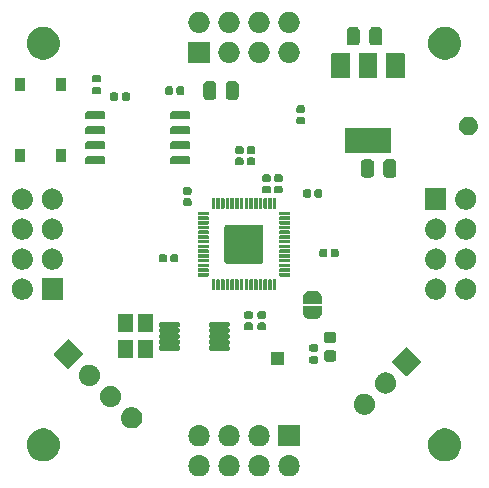
<source format=gts>
G04 #@! TF.GenerationSoftware,KiCad,Pcbnew,8.0.6*
G04 #@! TF.CreationDate,2025-01-19T20:24:15+01:00*
G04 #@! TF.ProjectId,RP2040_minimal_r2,52503230-3430-45f6-9d69-6e696d616c5f,REV2*
G04 #@! TF.SameCoordinates,Original*
G04 #@! TF.FileFunction,Soldermask,Top*
G04 #@! TF.FilePolarity,Negative*
%FSLAX46Y46*%
G04 Gerber Fmt 4.6, Leading zero omitted, Abs format (unit mm)*
G04 Created by KiCad (PCBNEW 8.0.6) date 2025-01-19 20:24:15*
%MOMM*%
%LPD*%
G01*
G04 APERTURE LIST*
G04 APERTURE END LIST*
G36*
X96237913Y-117873936D02*
G01*
X96284180Y-117873936D01*
X96324129Y-117882427D01*
X96365733Y-117886525D01*
X96417998Y-117902379D01*
X96468424Y-117913098D01*
X96500694Y-117927465D01*
X96534712Y-117937785D01*
X96588767Y-117966678D01*
X96640500Y-117989711D01*
X96664551Y-118007185D01*
X96690447Y-118021027D01*
X96743271Y-118064378D01*
X96792887Y-118100427D01*
X96808996Y-118118318D01*
X96826948Y-118133051D01*
X96875188Y-118191831D01*
X96918924Y-118240405D01*
X96928111Y-118256319D01*
X96938972Y-118269552D01*
X96979149Y-118344719D01*
X97013104Y-118403530D01*
X97017009Y-118415550D01*
X97022214Y-118425287D01*
X97050913Y-118519896D01*
X97071311Y-118582672D01*
X97072028Y-118589502D01*
X97073474Y-118594266D01*
X97087536Y-118737042D01*
X97091000Y-118770000D01*
X97087535Y-118802959D01*
X97073474Y-118945733D01*
X97072029Y-118950496D01*
X97071311Y-118957328D01*
X97050909Y-119020117D01*
X97022214Y-119114712D01*
X97017010Y-119124447D01*
X97013104Y-119136470D01*
X96979142Y-119195293D01*
X96938972Y-119270447D01*
X96928113Y-119283677D01*
X96918924Y-119299595D01*
X96875178Y-119348178D01*
X96826948Y-119406948D01*
X96809000Y-119421677D01*
X96792887Y-119439573D01*
X96743260Y-119475628D01*
X96690447Y-119518972D01*
X96664557Y-119532810D01*
X96640500Y-119550289D01*
X96588756Y-119573326D01*
X96534712Y-119602214D01*
X96500701Y-119612531D01*
X96468424Y-119626902D01*
X96417987Y-119637622D01*
X96365733Y-119653474D01*
X96324138Y-119657570D01*
X96284180Y-119666064D01*
X96237903Y-119666064D01*
X96190000Y-119670782D01*
X96142097Y-119666064D01*
X96095820Y-119666064D01*
X96055862Y-119657570D01*
X96014266Y-119653474D01*
X95962009Y-119637621D01*
X95911576Y-119626902D01*
X95879300Y-119612532D01*
X95845287Y-119602214D01*
X95791237Y-119573323D01*
X95739500Y-119550289D01*
X95715445Y-119532812D01*
X95689552Y-119518972D01*
X95636730Y-119475622D01*
X95587113Y-119439573D01*
X95571002Y-119421680D01*
X95553051Y-119406948D01*
X95504809Y-119348166D01*
X95461076Y-119299595D01*
X95451888Y-119283681D01*
X95441027Y-119270447D01*
X95400844Y-119195269D01*
X95366896Y-119136470D01*
X95362991Y-119124451D01*
X95357785Y-119114712D01*
X95329075Y-119020071D01*
X95308689Y-118957328D01*
X95307971Y-118950501D01*
X95306525Y-118945733D01*
X95292448Y-118802808D01*
X95289000Y-118770000D01*
X95292448Y-118737194D01*
X95306525Y-118594266D01*
X95307971Y-118589497D01*
X95308689Y-118582672D01*
X95329071Y-118519942D01*
X95357785Y-118425287D01*
X95362991Y-118415545D01*
X95366896Y-118403530D01*
X95400836Y-118344742D01*
X95441027Y-118269552D01*
X95451890Y-118256314D01*
X95461076Y-118240405D01*
X95504800Y-118191843D01*
X95553051Y-118133051D01*
X95571005Y-118118315D01*
X95587113Y-118100427D01*
X95636720Y-118064385D01*
X95689552Y-118021027D01*
X95715450Y-118007183D01*
X95739500Y-117989711D01*
X95791226Y-117966681D01*
X95845287Y-117937785D01*
X95879307Y-117927464D01*
X95911576Y-117913098D01*
X95961998Y-117902380D01*
X96014266Y-117886525D01*
X96055871Y-117882427D01*
X96095820Y-117873936D01*
X96142086Y-117873936D01*
X96190000Y-117869217D01*
X96237913Y-117873936D01*
G37*
G36*
X98777913Y-117873936D02*
G01*
X98824180Y-117873936D01*
X98864129Y-117882427D01*
X98905733Y-117886525D01*
X98957998Y-117902379D01*
X99008424Y-117913098D01*
X99040694Y-117927465D01*
X99074712Y-117937785D01*
X99128767Y-117966678D01*
X99180500Y-117989711D01*
X99204551Y-118007185D01*
X99230447Y-118021027D01*
X99283271Y-118064378D01*
X99332887Y-118100427D01*
X99348996Y-118118318D01*
X99366948Y-118133051D01*
X99415188Y-118191831D01*
X99458924Y-118240405D01*
X99468111Y-118256319D01*
X99478972Y-118269552D01*
X99519149Y-118344719D01*
X99553104Y-118403530D01*
X99557009Y-118415550D01*
X99562214Y-118425287D01*
X99590913Y-118519896D01*
X99611311Y-118582672D01*
X99612028Y-118589502D01*
X99613474Y-118594266D01*
X99627536Y-118737042D01*
X99631000Y-118770000D01*
X99627535Y-118802959D01*
X99613474Y-118945733D01*
X99612029Y-118950496D01*
X99611311Y-118957328D01*
X99590909Y-119020117D01*
X99562214Y-119114712D01*
X99557010Y-119124447D01*
X99553104Y-119136470D01*
X99519142Y-119195293D01*
X99478972Y-119270447D01*
X99468113Y-119283677D01*
X99458924Y-119299595D01*
X99415178Y-119348178D01*
X99366948Y-119406948D01*
X99349000Y-119421677D01*
X99332887Y-119439573D01*
X99283260Y-119475628D01*
X99230447Y-119518972D01*
X99204557Y-119532810D01*
X99180500Y-119550289D01*
X99128756Y-119573326D01*
X99074712Y-119602214D01*
X99040701Y-119612531D01*
X99008424Y-119626902D01*
X98957987Y-119637622D01*
X98905733Y-119653474D01*
X98864138Y-119657570D01*
X98824180Y-119666064D01*
X98777903Y-119666064D01*
X98730000Y-119670782D01*
X98682097Y-119666064D01*
X98635820Y-119666064D01*
X98595862Y-119657570D01*
X98554266Y-119653474D01*
X98502009Y-119637621D01*
X98451576Y-119626902D01*
X98419300Y-119612532D01*
X98385287Y-119602214D01*
X98331237Y-119573323D01*
X98279500Y-119550289D01*
X98255445Y-119532812D01*
X98229552Y-119518972D01*
X98176730Y-119475622D01*
X98127113Y-119439573D01*
X98111002Y-119421680D01*
X98093051Y-119406948D01*
X98044809Y-119348166D01*
X98001076Y-119299595D01*
X97991888Y-119283681D01*
X97981027Y-119270447D01*
X97940844Y-119195269D01*
X97906896Y-119136470D01*
X97902991Y-119124451D01*
X97897785Y-119114712D01*
X97869075Y-119020071D01*
X97848689Y-118957328D01*
X97847971Y-118950501D01*
X97846525Y-118945733D01*
X97832448Y-118802808D01*
X97829000Y-118770000D01*
X97832448Y-118737194D01*
X97846525Y-118594266D01*
X97847971Y-118589497D01*
X97848689Y-118582672D01*
X97869071Y-118519942D01*
X97897785Y-118425287D01*
X97902991Y-118415545D01*
X97906896Y-118403530D01*
X97940836Y-118344742D01*
X97981027Y-118269552D01*
X97991890Y-118256314D01*
X98001076Y-118240405D01*
X98044800Y-118191843D01*
X98093051Y-118133051D01*
X98111005Y-118118315D01*
X98127113Y-118100427D01*
X98176720Y-118064385D01*
X98229552Y-118021027D01*
X98255450Y-118007183D01*
X98279500Y-117989711D01*
X98331226Y-117966681D01*
X98385287Y-117937785D01*
X98419307Y-117927464D01*
X98451576Y-117913098D01*
X98501998Y-117902380D01*
X98554266Y-117886525D01*
X98595871Y-117882427D01*
X98635820Y-117873936D01*
X98682086Y-117873936D01*
X98730000Y-117869217D01*
X98777913Y-117873936D01*
G37*
G36*
X101317913Y-117873936D02*
G01*
X101364180Y-117873936D01*
X101404129Y-117882427D01*
X101445733Y-117886525D01*
X101497998Y-117902379D01*
X101548424Y-117913098D01*
X101580694Y-117927465D01*
X101614712Y-117937785D01*
X101668767Y-117966678D01*
X101720500Y-117989711D01*
X101744551Y-118007185D01*
X101770447Y-118021027D01*
X101823271Y-118064378D01*
X101872887Y-118100427D01*
X101888996Y-118118318D01*
X101906948Y-118133051D01*
X101955188Y-118191831D01*
X101998924Y-118240405D01*
X102008111Y-118256319D01*
X102018972Y-118269552D01*
X102059149Y-118344719D01*
X102093104Y-118403530D01*
X102097009Y-118415550D01*
X102102214Y-118425287D01*
X102130913Y-118519896D01*
X102151311Y-118582672D01*
X102152028Y-118589502D01*
X102153474Y-118594266D01*
X102167536Y-118737042D01*
X102171000Y-118770000D01*
X102167535Y-118802959D01*
X102153474Y-118945733D01*
X102152029Y-118950496D01*
X102151311Y-118957328D01*
X102130909Y-119020117D01*
X102102214Y-119114712D01*
X102097010Y-119124447D01*
X102093104Y-119136470D01*
X102059142Y-119195293D01*
X102018972Y-119270447D01*
X102008113Y-119283677D01*
X101998924Y-119299595D01*
X101955178Y-119348178D01*
X101906948Y-119406948D01*
X101889000Y-119421677D01*
X101872887Y-119439573D01*
X101823260Y-119475628D01*
X101770447Y-119518972D01*
X101744557Y-119532810D01*
X101720500Y-119550289D01*
X101668756Y-119573326D01*
X101614712Y-119602214D01*
X101580701Y-119612531D01*
X101548424Y-119626902D01*
X101497987Y-119637622D01*
X101445733Y-119653474D01*
X101404138Y-119657570D01*
X101364180Y-119666064D01*
X101317903Y-119666064D01*
X101270000Y-119670782D01*
X101222097Y-119666064D01*
X101175820Y-119666064D01*
X101135862Y-119657570D01*
X101094266Y-119653474D01*
X101042009Y-119637621D01*
X100991576Y-119626902D01*
X100959300Y-119612532D01*
X100925287Y-119602214D01*
X100871237Y-119573323D01*
X100819500Y-119550289D01*
X100795445Y-119532812D01*
X100769552Y-119518972D01*
X100716730Y-119475622D01*
X100667113Y-119439573D01*
X100651002Y-119421680D01*
X100633051Y-119406948D01*
X100584809Y-119348166D01*
X100541076Y-119299595D01*
X100531888Y-119283681D01*
X100521027Y-119270447D01*
X100480844Y-119195269D01*
X100446896Y-119136470D01*
X100442991Y-119124451D01*
X100437785Y-119114712D01*
X100409075Y-119020071D01*
X100388689Y-118957328D01*
X100387971Y-118950501D01*
X100386525Y-118945733D01*
X100372448Y-118802808D01*
X100369000Y-118770000D01*
X100372448Y-118737194D01*
X100386525Y-118594266D01*
X100387971Y-118589497D01*
X100388689Y-118582672D01*
X100409071Y-118519942D01*
X100437785Y-118425287D01*
X100442991Y-118415545D01*
X100446896Y-118403530D01*
X100480836Y-118344742D01*
X100521027Y-118269552D01*
X100531890Y-118256314D01*
X100541076Y-118240405D01*
X100584800Y-118191843D01*
X100633051Y-118133051D01*
X100651005Y-118118315D01*
X100667113Y-118100427D01*
X100716720Y-118064385D01*
X100769552Y-118021027D01*
X100795450Y-118007183D01*
X100819500Y-117989711D01*
X100871226Y-117966681D01*
X100925287Y-117937785D01*
X100959307Y-117927464D01*
X100991576Y-117913098D01*
X101041998Y-117902380D01*
X101094266Y-117886525D01*
X101135871Y-117882427D01*
X101175820Y-117873936D01*
X101222086Y-117873936D01*
X101270000Y-117869217D01*
X101317913Y-117873936D01*
G37*
G36*
X103857913Y-117873936D02*
G01*
X103904180Y-117873936D01*
X103944129Y-117882427D01*
X103985733Y-117886525D01*
X104037998Y-117902379D01*
X104088424Y-117913098D01*
X104120694Y-117927465D01*
X104154712Y-117937785D01*
X104208767Y-117966678D01*
X104260500Y-117989711D01*
X104284551Y-118007185D01*
X104310447Y-118021027D01*
X104363271Y-118064378D01*
X104412887Y-118100427D01*
X104428996Y-118118318D01*
X104446948Y-118133051D01*
X104495188Y-118191831D01*
X104538924Y-118240405D01*
X104548111Y-118256319D01*
X104558972Y-118269552D01*
X104599149Y-118344719D01*
X104633104Y-118403530D01*
X104637009Y-118415550D01*
X104642214Y-118425287D01*
X104670913Y-118519896D01*
X104691311Y-118582672D01*
X104692028Y-118589502D01*
X104693474Y-118594266D01*
X104707536Y-118737042D01*
X104711000Y-118770000D01*
X104707535Y-118802959D01*
X104693474Y-118945733D01*
X104692029Y-118950496D01*
X104691311Y-118957328D01*
X104670909Y-119020117D01*
X104642214Y-119114712D01*
X104637010Y-119124447D01*
X104633104Y-119136470D01*
X104599142Y-119195293D01*
X104558972Y-119270447D01*
X104548113Y-119283677D01*
X104538924Y-119299595D01*
X104495178Y-119348178D01*
X104446948Y-119406948D01*
X104429000Y-119421677D01*
X104412887Y-119439573D01*
X104363260Y-119475628D01*
X104310447Y-119518972D01*
X104284557Y-119532810D01*
X104260500Y-119550289D01*
X104208756Y-119573326D01*
X104154712Y-119602214D01*
X104120701Y-119612531D01*
X104088424Y-119626902D01*
X104037987Y-119637622D01*
X103985733Y-119653474D01*
X103944138Y-119657570D01*
X103904180Y-119666064D01*
X103857903Y-119666064D01*
X103810000Y-119670782D01*
X103762097Y-119666064D01*
X103715820Y-119666064D01*
X103675862Y-119657570D01*
X103634266Y-119653474D01*
X103582009Y-119637621D01*
X103531576Y-119626902D01*
X103499300Y-119612532D01*
X103465287Y-119602214D01*
X103411237Y-119573323D01*
X103359500Y-119550289D01*
X103335445Y-119532812D01*
X103309552Y-119518972D01*
X103256730Y-119475622D01*
X103207113Y-119439573D01*
X103191002Y-119421680D01*
X103173051Y-119406948D01*
X103124809Y-119348166D01*
X103081076Y-119299595D01*
X103071888Y-119283681D01*
X103061027Y-119270447D01*
X103020844Y-119195269D01*
X102986896Y-119136470D01*
X102982991Y-119124451D01*
X102977785Y-119114712D01*
X102949075Y-119020071D01*
X102928689Y-118957328D01*
X102927971Y-118950501D01*
X102926525Y-118945733D01*
X102912448Y-118802808D01*
X102909000Y-118770000D01*
X102912448Y-118737194D01*
X102926525Y-118594266D01*
X102927971Y-118589497D01*
X102928689Y-118582672D01*
X102949071Y-118519942D01*
X102977785Y-118425287D01*
X102982991Y-118415545D01*
X102986896Y-118403530D01*
X103020836Y-118344742D01*
X103061027Y-118269552D01*
X103071890Y-118256314D01*
X103081076Y-118240405D01*
X103124800Y-118191843D01*
X103173051Y-118133051D01*
X103191005Y-118118315D01*
X103207113Y-118100427D01*
X103256720Y-118064385D01*
X103309552Y-118021027D01*
X103335450Y-118007183D01*
X103359500Y-117989711D01*
X103411226Y-117966681D01*
X103465287Y-117937785D01*
X103499307Y-117927464D01*
X103531576Y-117913098D01*
X103581998Y-117902380D01*
X103634266Y-117886525D01*
X103675871Y-117882427D01*
X103715820Y-117873936D01*
X103762086Y-117873936D01*
X103810000Y-117869217D01*
X103857913Y-117873936D01*
G37*
G36*
X83343925Y-115641870D02*
G01*
X83562775Y-115717002D01*
X83766274Y-115827130D01*
X83948871Y-115969251D01*
X84105586Y-116139488D01*
X84232143Y-116333198D01*
X84325090Y-116545096D01*
X84381892Y-116769403D01*
X84401000Y-117000000D01*
X84381892Y-117230597D01*
X84325090Y-117454904D01*
X84232143Y-117666802D01*
X84105586Y-117860512D01*
X83948871Y-118030749D01*
X83766274Y-118172870D01*
X83562775Y-118282998D01*
X83343925Y-118358130D01*
X83115694Y-118396215D01*
X82884306Y-118396215D01*
X82656075Y-118358130D01*
X82437225Y-118282998D01*
X82233726Y-118172870D01*
X82051129Y-118030749D01*
X81894414Y-117860512D01*
X81767857Y-117666802D01*
X81674910Y-117454904D01*
X81618108Y-117230597D01*
X81599000Y-117000000D01*
X81618108Y-116769403D01*
X81674910Y-116545096D01*
X81767857Y-116333198D01*
X81894414Y-116139488D01*
X82051129Y-115969251D01*
X82233726Y-115827130D01*
X82437225Y-115717002D01*
X82656075Y-115641870D01*
X82884306Y-115603785D01*
X83115694Y-115603785D01*
X83343925Y-115641870D01*
G37*
G36*
X117343925Y-115641870D02*
G01*
X117562775Y-115717002D01*
X117766274Y-115827130D01*
X117948871Y-115969251D01*
X118105586Y-116139488D01*
X118232143Y-116333198D01*
X118325090Y-116545096D01*
X118381892Y-116769403D01*
X118401000Y-117000000D01*
X118381892Y-117230597D01*
X118325090Y-117454904D01*
X118232143Y-117666802D01*
X118105586Y-117860512D01*
X117948871Y-118030749D01*
X117766274Y-118172870D01*
X117562775Y-118282998D01*
X117343925Y-118358130D01*
X117115694Y-118396215D01*
X116884306Y-118396215D01*
X116656075Y-118358130D01*
X116437225Y-118282998D01*
X116233726Y-118172870D01*
X116051129Y-118030749D01*
X115894414Y-117860512D01*
X115767857Y-117666802D01*
X115674910Y-117454904D01*
X115618108Y-117230597D01*
X115599000Y-117000000D01*
X115618108Y-116769403D01*
X115674910Y-116545096D01*
X115767857Y-116333198D01*
X115894414Y-116139488D01*
X116051129Y-115969251D01*
X116233726Y-115827130D01*
X116437225Y-115717002D01*
X116656075Y-115641870D01*
X116884306Y-115603785D01*
X117115694Y-115603785D01*
X117343925Y-115641870D01*
G37*
G36*
X104679517Y-115332882D02*
G01*
X104696062Y-115343938D01*
X104707118Y-115360483D01*
X104711000Y-115380000D01*
X104711000Y-117080000D01*
X104707118Y-117099517D01*
X104696062Y-117116062D01*
X104679517Y-117127118D01*
X104660000Y-117131000D01*
X102960000Y-117131000D01*
X102940483Y-117127118D01*
X102923938Y-117116062D01*
X102912882Y-117099517D01*
X102909000Y-117080000D01*
X102909000Y-115380000D01*
X102912882Y-115360483D01*
X102923938Y-115343938D01*
X102940483Y-115332882D01*
X102960000Y-115329000D01*
X104660000Y-115329000D01*
X104679517Y-115332882D01*
G37*
G36*
X96237913Y-115333936D02*
G01*
X96284180Y-115333936D01*
X96324129Y-115342427D01*
X96365733Y-115346525D01*
X96417998Y-115362379D01*
X96468424Y-115373098D01*
X96500694Y-115387465D01*
X96534712Y-115397785D01*
X96588767Y-115426678D01*
X96640500Y-115449711D01*
X96664551Y-115467185D01*
X96690447Y-115481027D01*
X96743271Y-115524378D01*
X96792887Y-115560427D01*
X96808996Y-115578318D01*
X96826948Y-115593051D01*
X96875188Y-115651831D01*
X96918924Y-115700405D01*
X96928111Y-115716319D01*
X96938972Y-115729552D01*
X96979149Y-115804719D01*
X97013104Y-115863530D01*
X97017009Y-115875550D01*
X97022214Y-115885287D01*
X97050913Y-115979896D01*
X97071311Y-116042672D01*
X97072028Y-116049502D01*
X97073474Y-116054266D01*
X97087536Y-116197042D01*
X97091000Y-116230000D01*
X97087535Y-116262959D01*
X97073474Y-116405733D01*
X97072029Y-116410496D01*
X97071311Y-116417328D01*
X97050909Y-116480117D01*
X97022214Y-116574712D01*
X97017010Y-116584447D01*
X97013104Y-116596470D01*
X96979142Y-116655293D01*
X96938972Y-116730447D01*
X96928113Y-116743677D01*
X96918924Y-116759595D01*
X96875178Y-116808178D01*
X96826948Y-116866948D01*
X96809000Y-116881677D01*
X96792887Y-116899573D01*
X96743260Y-116935628D01*
X96690447Y-116978972D01*
X96664557Y-116992810D01*
X96640500Y-117010289D01*
X96588756Y-117033326D01*
X96534712Y-117062214D01*
X96500701Y-117072531D01*
X96468424Y-117086902D01*
X96417987Y-117097622D01*
X96365733Y-117113474D01*
X96324138Y-117117570D01*
X96284180Y-117126064D01*
X96237903Y-117126064D01*
X96190000Y-117130782D01*
X96142097Y-117126064D01*
X96095820Y-117126064D01*
X96055862Y-117117570D01*
X96014266Y-117113474D01*
X95962009Y-117097621D01*
X95911576Y-117086902D01*
X95879300Y-117072532D01*
X95845287Y-117062214D01*
X95791237Y-117033323D01*
X95739500Y-117010289D01*
X95715445Y-116992812D01*
X95689552Y-116978972D01*
X95636730Y-116935622D01*
X95587113Y-116899573D01*
X95571002Y-116881680D01*
X95553051Y-116866948D01*
X95504809Y-116808166D01*
X95461076Y-116759595D01*
X95451888Y-116743681D01*
X95441027Y-116730447D01*
X95400844Y-116655269D01*
X95366896Y-116596470D01*
X95362991Y-116584451D01*
X95357785Y-116574712D01*
X95329075Y-116480071D01*
X95308689Y-116417328D01*
X95307971Y-116410501D01*
X95306525Y-116405733D01*
X95292448Y-116262808D01*
X95289000Y-116230000D01*
X95292448Y-116197194D01*
X95306525Y-116054266D01*
X95307971Y-116049497D01*
X95308689Y-116042672D01*
X95329071Y-115979942D01*
X95357785Y-115885287D01*
X95362991Y-115875545D01*
X95366896Y-115863530D01*
X95400836Y-115804742D01*
X95441027Y-115729552D01*
X95451890Y-115716314D01*
X95461076Y-115700405D01*
X95504800Y-115651843D01*
X95553051Y-115593051D01*
X95571005Y-115578315D01*
X95587113Y-115560427D01*
X95636720Y-115524385D01*
X95689552Y-115481027D01*
X95715450Y-115467183D01*
X95739500Y-115449711D01*
X95791226Y-115426681D01*
X95845287Y-115397785D01*
X95879307Y-115387464D01*
X95911576Y-115373098D01*
X95961998Y-115362380D01*
X96014266Y-115346525D01*
X96055871Y-115342427D01*
X96095820Y-115333936D01*
X96142086Y-115333936D01*
X96190000Y-115329217D01*
X96237913Y-115333936D01*
G37*
G36*
X98777913Y-115333936D02*
G01*
X98824180Y-115333936D01*
X98864129Y-115342427D01*
X98905733Y-115346525D01*
X98957998Y-115362379D01*
X99008424Y-115373098D01*
X99040694Y-115387465D01*
X99074712Y-115397785D01*
X99128767Y-115426678D01*
X99180500Y-115449711D01*
X99204551Y-115467185D01*
X99230447Y-115481027D01*
X99283271Y-115524378D01*
X99332887Y-115560427D01*
X99348996Y-115578318D01*
X99366948Y-115593051D01*
X99415188Y-115651831D01*
X99458924Y-115700405D01*
X99468111Y-115716319D01*
X99478972Y-115729552D01*
X99519149Y-115804719D01*
X99553104Y-115863530D01*
X99557009Y-115875550D01*
X99562214Y-115885287D01*
X99590913Y-115979896D01*
X99611311Y-116042672D01*
X99612028Y-116049502D01*
X99613474Y-116054266D01*
X99627536Y-116197042D01*
X99631000Y-116230000D01*
X99627535Y-116262959D01*
X99613474Y-116405733D01*
X99612029Y-116410496D01*
X99611311Y-116417328D01*
X99590909Y-116480117D01*
X99562214Y-116574712D01*
X99557010Y-116584447D01*
X99553104Y-116596470D01*
X99519142Y-116655293D01*
X99478972Y-116730447D01*
X99468113Y-116743677D01*
X99458924Y-116759595D01*
X99415178Y-116808178D01*
X99366948Y-116866948D01*
X99349000Y-116881677D01*
X99332887Y-116899573D01*
X99283260Y-116935628D01*
X99230447Y-116978972D01*
X99204557Y-116992810D01*
X99180500Y-117010289D01*
X99128756Y-117033326D01*
X99074712Y-117062214D01*
X99040701Y-117072531D01*
X99008424Y-117086902D01*
X98957987Y-117097622D01*
X98905733Y-117113474D01*
X98864138Y-117117570D01*
X98824180Y-117126064D01*
X98777903Y-117126064D01*
X98730000Y-117130782D01*
X98682097Y-117126064D01*
X98635820Y-117126064D01*
X98595862Y-117117570D01*
X98554266Y-117113474D01*
X98502009Y-117097621D01*
X98451576Y-117086902D01*
X98419300Y-117072532D01*
X98385287Y-117062214D01*
X98331237Y-117033323D01*
X98279500Y-117010289D01*
X98255445Y-116992812D01*
X98229552Y-116978972D01*
X98176730Y-116935622D01*
X98127113Y-116899573D01*
X98111002Y-116881680D01*
X98093051Y-116866948D01*
X98044809Y-116808166D01*
X98001076Y-116759595D01*
X97991888Y-116743681D01*
X97981027Y-116730447D01*
X97940844Y-116655269D01*
X97906896Y-116596470D01*
X97902991Y-116584451D01*
X97897785Y-116574712D01*
X97869075Y-116480071D01*
X97848689Y-116417328D01*
X97847971Y-116410501D01*
X97846525Y-116405733D01*
X97832448Y-116262808D01*
X97829000Y-116230000D01*
X97832448Y-116197194D01*
X97846525Y-116054266D01*
X97847971Y-116049497D01*
X97848689Y-116042672D01*
X97869071Y-115979942D01*
X97897785Y-115885287D01*
X97902991Y-115875545D01*
X97906896Y-115863530D01*
X97940836Y-115804742D01*
X97981027Y-115729552D01*
X97991890Y-115716314D01*
X98001076Y-115700405D01*
X98044800Y-115651843D01*
X98093051Y-115593051D01*
X98111005Y-115578315D01*
X98127113Y-115560427D01*
X98176720Y-115524385D01*
X98229552Y-115481027D01*
X98255450Y-115467183D01*
X98279500Y-115449711D01*
X98331226Y-115426681D01*
X98385287Y-115397785D01*
X98419307Y-115387464D01*
X98451576Y-115373098D01*
X98501998Y-115362380D01*
X98554266Y-115346525D01*
X98595871Y-115342427D01*
X98635820Y-115333936D01*
X98682086Y-115333936D01*
X98730000Y-115329217D01*
X98777913Y-115333936D01*
G37*
G36*
X101317913Y-115333936D02*
G01*
X101364180Y-115333936D01*
X101404129Y-115342427D01*
X101445733Y-115346525D01*
X101497998Y-115362379D01*
X101548424Y-115373098D01*
X101580694Y-115387465D01*
X101614712Y-115397785D01*
X101668767Y-115426678D01*
X101720500Y-115449711D01*
X101744551Y-115467185D01*
X101770447Y-115481027D01*
X101823271Y-115524378D01*
X101872887Y-115560427D01*
X101888996Y-115578318D01*
X101906948Y-115593051D01*
X101955188Y-115651831D01*
X101998924Y-115700405D01*
X102008111Y-115716319D01*
X102018972Y-115729552D01*
X102059149Y-115804719D01*
X102093104Y-115863530D01*
X102097009Y-115875550D01*
X102102214Y-115885287D01*
X102130913Y-115979896D01*
X102151311Y-116042672D01*
X102152028Y-116049502D01*
X102153474Y-116054266D01*
X102167536Y-116197042D01*
X102171000Y-116230000D01*
X102167535Y-116262959D01*
X102153474Y-116405733D01*
X102152029Y-116410496D01*
X102151311Y-116417328D01*
X102130909Y-116480117D01*
X102102214Y-116574712D01*
X102097010Y-116584447D01*
X102093104Y-116596470D01*
X102059142Y-116655293D01*
X102018972Y-116730447D01*
X102008113Y-116743677D01*
X101998924Y-116759595D01*
X101955178Y-116808178D01*
X101906948Y-116866948D01*
X101889000Y-116881677D01*
X101872887Y-116899573D01*
X101823260Y-116935628D01*
X101770447Y-116978972D01*
X101744557Y-116992810D01*
X101720500Y-117010289D01*
X101668756Y-117033326D01*
X101614712Y-117062214D01*
X101580701Y-117072531D01*
X101548424Y-117086902D01*
X101497987Y-117097622D01*
X101445733Y-117113474D01*
X101404138Y-117117570D01*
X101364180Y-117126064D01*
X101317903Y-117126064D01*
X101270000Y-117130782D01*
X101222097Y-117126064D01*
X101175820Y-117126064D01*
X101135862Y-117117570D01*
X101094266Y-117113474D01*
X101042009Y-117097621D01*
X100991576Y-117086902D01*
X100959300Y-117072532D01*
X100925287Y-117062214D01*
X100871237Y-117033323D01*
X100819500Y-117010289D01*
X100795445Y-116992812D01*
X100769552Y-116978972D01*
X100716730Y-116935622D01*
X100667113Y-116899573D01*
X100651002Y-116881680D01*
X100633051Y-116866948D01*
X100584809Y-116808166D01*
X100541076Y-116759595D01*
X100531888Y-116743681D01*
X100521027Y-116730447D01*
X100480844Y-116655269D01*
X100446896Y-116596470D01*
X100442991Y-116584451D01*
X100437785Y-116574712D01*
X100409075Y-116480071D01*
X100388689Y-116417328D01*
X100387971Y-116410501D01*
X100386525Y-116405733D01*
X100372448Y-116262808D01*
X100369000Y-116230000D01*
X100372448Y-116197194D01*
X100386525Y-116054266D01*
X100387971Y-116049497D01*
X100388689Y-116042672D01*
X100409071Y-115979942D01*
X100437785Y-115885287D01*
X100442991Y-115875545D01*
X100446896Y-115863530D01*
X100480836Y-115804742D01*
X100521027Y-115729552D01*
X100531890Y-115716314D01*
X100541076Y-115700405D01*
X100584800Y-115651843D01*
X100633051Y-115593051D01*
X100651005Y-115578315D01*
X100667113Y-115560427D01*
X100716720Y-115524385D01*
X100769552Y-115481027D01*
X100795450Y-115467183D01*
X100819500Y-115449711D01*
X100871226Y-115426681D01*
X100925287Y-115397785D01*
X100959307Y-115387464D01*
X100991576Y-115373098D01*
X101041998Y-115362380D01*
X101094266Y-115346525D01*
X101135871Y-115342427D01*
X101175820Y-115333936D01*
X101222086Y-115333936D01*
X101270000Y-115329217D01*
X101317913Y-115333936D01*
G37*
G36*
X90549061Y-113805084D02*
G01*
X90595328Y-113805084D01*
X90635277Y-113813575D01*
X90676881Y-113817673D01*
X90729146Y-113833527D01*
X90779572Y-113844246D01*
X90811842Y-113858613D01*
X90845860Y-113868933D01*
X90899915Y-113897826D01*
X90951648Y-113920859D01*
X90975699Y-113938333D01*
X91001595Y-113952175D01*
X91054419Y-113995526D01*
X91104035Y-114031575D01*
X91120144Y-114049466D01*
X91138096Y-114064199D01*
X91186336Y-114122979D01*
X91230072Y-114171553D01*
X91239259Y-114187467D01*
X91250120Y-114200700D01*
X91290297Y-114275867D01*
X91324252Y-114334678D01*
X91328157Y-114346698D01*
X91333362Y-114356435D01*
X91362061Y-114451044D01*
X91382459Y-114513820D01*
X91383176Y-114520650D01*
X91384622Y-114525414D01*
X91398684Y-114668190D01*
X91402148Y-114701148D01*
X91398683Y-114734107D01*
X91384622Y-114876881D01*
X91383177Y-114881644D01*
X91382459Y-114888476D01*
X91362057Y-114951265D01*
X91333362Y-115045860D01*
X91328158Y-115055595D01*
X91324252Y-115067618D01*
X91290290Y-115126441D01*
X91250120Y-115201595D01*
X91239261Y-115214825D01*
X91230072Y-115230743D01*
X91186326Y-115279326D01*
X91138096Y-115338096D01*
X91120148Y-115352825D01*
X91104035Y-115370721D01*
X91054408Y-115406776D01*
X91001595Y-115450120D01*
X90975705Y-115463958D01*
X90951648Y-115481437D01*
X90899904Y-115504474D01*
X90845860Y-115533362D01*
X90811849Y-115543679D01*
X90779572Y-115558050D01*
X90729135Y-115568770D01*
X90676881Y-115584622D01*
X90635286Y-115588718D01*
X90595328Y-115597212D01*
X90549051Y-115597212D01*
X90501148Y-115601930D01*
X90453245Y-115597212D01*
X90406968Y-115597212D01*
X90367010Y-115588718D01*
X90325414Y-115584622D01*
X90273157Y-115568769D01*
X90222724Y-115558050D01*
X90190448Y-115543680D01*
X90156435Y-115533362D01*
X90102385Y-115504471D01*
X90050648Y-115481437D01*
X90026593Y-115463960D01*
X90000700Y-115450120D01*
X89947878Y-115406770D01*
X89898261Y-115370721D01*
X89882150Y-115352828D01*
X89864199Y-115338096D01*
X89815957Y-115279314D01*
X89772224Y-115230743D01*
X89763036Y-115214829D01*
X89752175Y-115201595D01*
X89711992Y-115126417D01*
X89678044Y-115067618D01*
X89674139Y-115055599D01*
X89668933Y-115045860D01*
X89640223Y-114951219D01*
X89619837Y-114888476D01*
X89619119Y-114881649D01*
X89617673Y-114876881D01*
X89603596Y-114733956D01*
X89600148Y-114701148D01*
X89603596Y-114668342D01*
X89617673Y-114525414D01*
X89619119Y-114520645D01*
X89619837Y-114513820D01*
X89640219Y-114451090D01*
X89668933Y-114356435D01*
X89674139Y-114346693D01*
X89678044Y-114334678D01*
X89711984Y-114275890D01*
X89752175Y-114200700D01*
X89763038Y-114187462D01*
X89772224Y-114171553D01*
X89815948Y-114122991D01*
X89864199Y-114064199D01*
X89882153Y-114049463D01*
X89898261Y-114031575D01*
X89947868Y-113995533D01*
X90000700Y-113952175D01*
X90026598Y-113938331D01*
X90050648Y-113920859D01*
X90102374Y-113897829D01*
X90156435Y-113868933D01*
X90190455Y-113858612D01*
X90222724Y-113844246D01*
X90273146Y-113833528D01*
X90325414Y-113817673D01*
X90367019Y-113813575D01*
X90406968Y-113805084D01*
X90453234Y-113805084D01*
X90501148Y-113800365D01*
X90549061Y-113805084D01*
G37*
G36*
X110241256Y-112660593D02*
G01*
X110287523Y-112660593D01*
X110327472Y-112669084D01*
X110369076Y-112673182D01*
X110421341Y-112689036D01*
X110471767Y-112699755D01*
X110504037Y-112714122D01*
X110538055Y-112724442D01*
X110592110Y-112753335D01*
X110643843Y-112776368D01*
X110667894Y-112793842D01*
X110693790Y-112807684D01*
X110746614Y-112851035D01*
X110796230Y-112887084D01*
X110812339Y-112904975D01*
X110830291Y-112919708D01*
X110878531Y-112978488D01*
X110922267Y-113027062D01*
X110931454Y-113042976D01*
X110942315Y-113056209D01*
X110982492Y-113131376D01*
X111016447Y-113190187D01*
X111020352Y-113202207D01*
X111025557Y-113211944D01*
X111054256Y-113306553D01*
X111074654Y-113369329D01*
X111075371Y-113376159D01*
X111076817Y-113380923D01*
X111090879Y-113523699D01*
X111094343Y-113556657D01*
X111090878Y-113589616D01*
X111076817Y-113732390D01*
X111075372Y-113737153D01*
X111074654Y-113743985D01*
X111054252Y-113806774D01*
X111025557Y-113901369D01*
X111020353Y-113911104D01*
X111016447Y-113923127D01*
X110982485Y-113981950D01*
X110942315Y-114057104D01*
X110931456Y-114070334D01*
X110922267Y-114086252D01*
X110878521Y-114134835D01*
X110830291Y-114193605D01*
X110812343Y-114208334D01*
X110796230Y-114226230D01*
X110746603Y-114262285D01*
X110693790Y-114305629D01*
X110667900Y-114319467D01*
X110643843Y-114336946D01*
X110592099Y-114359983D01*
X110538055Y-114388871D01*
X110504044Y-114399188D01*
X110471767Y-114413559D01*
X110421330Y-114424279D01*
X110369076Y-114440131D01*
X110327481Y-114444227D01*
X110287523Y-114452721D01*
X110241246Y-114452721D01*
X110193343Y-114457439D01*
X110145440Y-114452721D01*
X110099163Y-114452721D01*
X110059205Y-114444227D01*
X110017609Y-114440131D01*
X109965352Y-114424278D01*
X109914919Y-114413559D01*
X109882643Y-114399189D01*
X109848630Y-114388871D01*
X109794580Y-114359980D01*
X109742843Y-114336946D01*
X109718788Y-114319469D01*
X109692895Y-114305629D01*
X109640073Y-114262279D01*
X109590456Y-114226230D01*
X109574345Y-114208337D01*
X109556394Y-114193605D01*
X109508152Y-114134823D01*
X109464419Y-114086252D01*
X109455231Y-114070338D01*
X109444370Y-114057104D01*
X109404187Y-113981926D01*
X109370239Y-113923127D01*
X109366334Y-113911108D01*
X109361128Y-113901369D01*
X109332418Y-113806728D01*
X109312032Y-113743985D01*
X109311314Y-113737158D01*
X109309868Y-113732390D01*
X109295791Y-113589465D01*
X109292343Y-113556657D01*
X109295791Y-113523851D01*
X109309868Y-113380923D01*
X109311314Y-113376154D01*
X109312032Y-113369329D01*
X109332414Y-113306599D01*
X109361128Y-113211944D01*
X109366334Y-113202202D01*
X109370239Y-113190187D01*
X109404179Y-113131399D01*
X109444370Y-113056209D01*
X109455233Y-113042971D01*
X109464419Y-113027062D01*
X109508143Y-112978500D01*
X109556394Y-112919708D01*
X109574348Y-112904972D01*
X109590456Y-112887084D01*
X109640063Y-112851042D01*
X109692895Y-112807684D01*
X109718793Y-112793840D01*
X109742843Y-112776368D01*
X109794569Y-112753338D01*
X109848630Y-112724442D01*
X109882650Y-112714121D01*
X109914919Y-112699755D01*
X109965341Y-112689037D01*
X110017609Y-112673182D01*
X110059214Y-112669084D01*
X110099163Y-112660593D01*
X110145429Y-112660593D01*
X110193343Y-112655874D01*
X110241256Y-112660593D01*
G37*
G36*
X88753009Y-112009032D02*
G01*
X88799276Y-112009032D01*
X88839225Y-112017523D01*
X88880829Y-112021621D01*
X88933094Y-112037475D01*
X88983520Y-112048194D01*
X89015790Y-112062561D01*
X89049808Y-112072881D01*
X89103863Y-112101774D01*
X89155596Y-112124807D01*
X89179647Y-112142281D01*
X89205543Y-112156123D01*
X89258367Y-112199474D01*
X89307983Y-112235523D01*
X89324092Y-112253414D01*
X89342044Y-112268147D01*
X89390284Y-112326927D01*
X89434020Y-112375501D01*
X89443207Y-112391415D01*
X89454068Y-112404648D01*
X89494245Y-112479815D01*
X89528200Y-112538626D01*
X89532105Y-112550646D01*
X89537310Y-112560383D01*
X89566009Y-112654992D01*
X89586407Y-112717768D01*
X89587124Y-112724598D01*
X89588570Y-112729362D01*
X89602632Y-112872138D01*
X89606096Y-112905096D01*
X89602631Y-112938055D01*
X89588570Y-113080829D01*
X89587125Y-113085592D01*
X89586407Y-113092424D01*
X89566005Y-113155213D01*
X89537310Y-113249808D01*
X89532106Y-113259543D01*
X89528200Y-113271566D01*
X89494238Y-113330389D01*
X89454068Y-113405543D01*
X89443209Y-113418773D01*
X89434020Y-113434691D01*
X89390274Y-113483274D01*
X89342044Y-113542044D01*
X89324096Y-113556773D01*
X89307983Y-113574669D01*
X89258356Y-113610724D01*
X89205543Y-113654068D01*
X89179653Y-113667906D01*
X89155596Y-113685385D01*
X89103852Y-113708422D01*
X89049808Y-113737310D01*
X89015797Y-113747627D01*
X88983520Y-113761998D01*
X88933083Y-113772718D01*
X88880829Y-113788570D01*
X88839234Y-113792666D01*
X88799276Y-113801160D01*
X88752999Y-113801160D01*
X88705096Y-113805878D01*
X88657193Y-113801160D01*
X88610916Y-113801160D01*
X88570958Y-113792666D01*
X88529362Y-113788570D01*
X88477105Y-113772717D01*
X88426672Y-113761998D01*
X88394396Y-113747628D01*
X88360383Y-113737310D01*
X88306333Y-113708419D01*
X88254596Y-113685385D01*
X88230541Y-113667908D01*
X88204648Y-113654068D01*
X88151826Y-113610718D01*
X88102209Y-113574669D01*
X88086098Y-113556776D01*
X88068147Y-113542044D01*
X88019905Y-113483262D01*
X87976172Y-113434691D01*
X87966984Y-113418777D01*
X87956123Y-113405543D01*
X87915940Y-113330365D01*
X87881992Y-113271566D01*
X87878087Y-113259547D01*
X87872881Y-113249808D01*
X87844171Y-113155167D01*
X87823785Y-113092424D01*
X87823067Y-113085597D01*
X87821621Y-113080829D01*
X87807544Y-112937904D01*
X87804096Y-112905096D01*
X87807544Y-112872290D01*
X87821621Y-112729362D01*
X87823067Y-112724593D01*
X87823785Y-112717768D01*
X87844167Y-112655038D01*
X87872881Y-112560383D01*
X87878087Y-112550641D01*
X87881992Y-112538626D01*
X87915932Y-112479838D01*
X87956123Y-112404648D01*
X87966986Y-112391410D01*
X87976172Y-112375501D01*
X88019896Y-112326939D01*
X88068147Y-112268147D01*
X88086101Y-112253411D01*
X88102209Y-112235523D01*
X88151816Y-112199481D01*
X88204648Y-112156123D01*
X88230546Y-112142279D01*
X88254596Y-112124807D01*
X88306322Y-112101777D01*
X88360383Y-112072881D01*
X88394403Y-112062560D01*
X88426672Y-112048194D01*
X88477094Y-112037476D01*
X88529362Y-112021621D01*
X88570967Y-112017523D01*
X88610916Y-112009032D01*
X88657182Y-112009032D01*
X88705096Y-112004313D01*
X88753009Y-112009032D01*
G37*
G36*
X112037307Y-110864542D02*
G01*
X112083574Y-110864542D01*
X112123523Y-110873033D01*
X112165127Y-110877131D01*
X112217392Y-110892985D01*
X112267818Y-110903704D01*
X112300088Y-110918071D01*
X112334106Y-110928391D01*
X112388161Y-110957284D01*
X112439894Y-110980317D01*
X112463945Y-110997791D01*
X112489841Y-111011633D01*
X112542665Y-111054984D01*
X112592281Y-111091033D01*
X112608390Y-111108924D01*
X112626342Y-111123657D01*
X112674582Y-111182437D01*
X112718318Y-111231011D01*
X112727505Y-111246925D01*
X112738366Y-111260158D01*
X112778543Y-111335325D01*
X112812498Y-111394136D01*
X112816403Y-111406156D01*
X112821608Y-111415893D01*
X112850307Y-111510502D01*
X112870705Y-111573278D01*
X112871422Y-111580108D01*
X112872868Y-111584872D01*
X112886930Y-111727648D01*
X112890394Y-111760606D01*
X112886929Y-111793565D01*
X112872868Y-111936339D01*
X112871423Y-111941102D01*
X112870705Y-111947934D01*
X112850303Y-112010723D01*
X112821608Y-112105318D01*
X112816404Y-112115053D01*
X112812498Y-112127076D01*
X112778536Y-112185899D01*
X112738366Y-112261053D01*
X112727507Y-112274283D01*
X112718318Y-112290201D01*
X112674572Y-112338784D01*
X112626342Y-112397554D01*
X112608394Y-112412283D01*
X112592281Y-112430179D01*
X112542654Y-112466234D01*
X112489841Y-112509578D01*
X112463951Y-112523416D01*
X112439894Y-112540895D01*
X112388150Y-112563932D01*
X112334106Y-112592820D01*
X112300095Y-112603137D01*
X112267818Y-112617508D01*
X112217381Y-112628228D01*
X112165127Y-112644080D01*
X112123532Y-112648176D01*
X112083574Y-112656670D01*
X112037297Y-112656670D01*
X111989394Y-112661388D01*
X111941491Y-112656670D01*
X111895214Y-112656670D01*
X111855256Y-112648176D01*
X111813660Y-112644080D01*
X111761403Y-112628227D01*
X111710970Y-112617508D01*
X111678694Y-112603138D01*
X111644681Y-112592820D01*
X111590631Y-112563929D01*
X111538894Y-112540895D01*
X111514839Y-112523418D01*
X111488946Y-112509578D01*
X111436124Y-112466228D01*
X111386507Y-112430179D01*
X111370396Y-112412286D01*
X111352445Y-112397554D01*
X111304203Y-112338772D01*
X111260470Y-112290201D01*
X111251282Y-112274287D01*
X111240421Y-112261053D01*
X111200238Y-112185875D01*
X111166290Y-112127076D01*
X111162385Y-112115057D01*
X111157179Y-112105318D01*
X111128469Y-112010677D01*
X111108083Y-111947934D01*
X111107365Y-111941107D01*
X111105919Y-111936339D01*
X111091842Y-111793414D01*
X111088394Y-111760606D01*
X111091842Y-111727800D01*
X111105919Y-111584872D01*
X111107365Y-111580103D01*
X111108083Y-111573278D01*
X111128465Y-111510548D01*
X111157179Y-111415893D01*
X111162385Y-111406151D01*
X111166290Y-111394136D01*
X111200230Y-111335348D01*
X111240421Y-111260158D01*
X111251284Y-111246920D01*
X111260470Y-111231011D01*
X111304194Y-111182449D01*
X111352445Y-111123657D01*
X111370399Y-111108921D01*
X111386507Y-111091033D01*
X111436114Y-111054991D01*
X111488946Y-111011633D01*
X111514844Y-110997789D01*
X111538894Y-110980317D01*
X111590620Y-110957287D01*
X111644681Y-110928391D01*
X111678701Y-110918070D01*
X111710970Y-110903704D01*
X111761392Y-110892986D01*
X111813660Y-110877131D01*
X111855265Y-110873033D01*
X111895214Y-110864542D01*
X111941480Y-110864542D01*
X111989394Y-110859823D01*
X112037307Y-110864542D01*
G37*
G36*
X86956958Y-110212981D02*
G01*
X87003225Y-110212981D01*
X87043174Y-110221472D01*
X87084778Y-110225570D01*
X87137043Y-110241424D01*
X87187469Y-110252143D01*
X87219739Y-110266510D01*
X87253757Y-110276830D01*
X87307812Y-110305723D01*
X87359545Y-110328756D01*
X87383596Y-110346230D01*
X87409492Y-110360072D01*
X87462316Y-110403423D01*
X87511932Y-110439472D01*
X87528041Y-110457363D01*
X87545993Y-110472096D01*
X87594233Y-110530876D01*
X87637969Y-110579450D01*
X87647156Y-110595364D01*
X87658017Y-110608597D01*
X87698194Y-110683764D01*
X87732149Y-110742575D01*
X87736054Y-110754595D01*
X87741259Y-110764332D01*
X87769958Y-110858941D01*
X87790356Y-110921717D01*
X87791073Y-110928547D01*
X87792519Y-110933311D01*
X87806581Y-111076087D01*
X87810045Y-111109045D01*
X87806580Y-111142004D01*
X87792519Y-111284778D01*
X87791074Y-111289541D01*
X87790356Y-111296373D01*
X87769954Y-111359162D01*
X87741259Y-111453757D01*
X87736055Y-111463492D01*
X87732149Y-111475515D01*
X87698187Y-111534338D01*
X87658017Y-111609492D01*
X87647158Y-111622722D01*
X87637969Y-111638640D01*
X87594223Y-111687223D01*
X87545993Y-111745993D01*
X87528045Y-111760722D01*
X87511932Y-111778618D01*
X87462305Y-111814673D01*
X87409492Y-111858017D01*
X87383602Y-111871855D01*
X87359545Y-111889334D01*
X87307801Y-111912371D01*
X87253757Y-111941259D01*
X87219746Y-111951576D01*
X87187469Y-111965947D01*
X87137032Y-111976667D01*
X87084778Y-111992519D01*
X87043183Y-111996615D01*
X87003225Y-112005109D01*
X86956948Y-112005109D01*
X86909045Y-112009827D01*
X86861142Y-112005109D01*
X86814865Y-112005109D01*
X86774907Y-111996615D01*
X86733311Y-111992519D01*
X86681054Y-111976666D01*
X86630621Y-111965947D01*
X86598345Y-111951577D01*
X86564332Y-111941259D01*
X86510282Y-111912368D01*
X86458545Y-111889334D01*
X86434490Y-111871857D01*
X86408597Y-111858017D01*
X86355775Y-111814667D01*
X86306158Y-111778618D01*
X86290047Y-111760725D01*
X86272096Y-111745993D01*
X86223854Y-111687211D01*
X86180121Y-111638640D01*
X86170933Y-111622726D01*
X86160072Y-111609492D01*
X86119889Y-111534314D01*
X86085941Y-111475515D01*
X86082036Y-111463496D01*
X86076830Y-111453757D01*
X86048120Y-111359116D01*
X86027734Y-111296373D01*
X86027016Y-111289546D01*
X86025570Y-111284778D01*
X86011493Y-111141853D01*
X86008045Y-111109045D01*
X86011493Y-111076239D01*
X86025570Y-110933311D01*
X86027016Y-110928542D01*
X86027734Y-110921717D01*
X86048116Y-110858987D01*
X86076830Y-110764332D01*
X86082036Y-110754590D01*
X86085941Y-110742575D01*
X86119881Y-110683787D01*
X86160072Y-110608597D01*
X86170935Y-110595359D01*
X86180121Y-110579450D01*
X86223845Y-110530888D01*
X86272096Y-110472096D01*
X86290050Y-110457360D01*
X86306158Y-110439472D01*
X86355765Y-110403430D01*
X86408597Y-110360072D01*
X86434495Y-110346228D01*
X86458545Y-110328756D01*
X86510271Y-110305726D01*
X86564332Y-110276830D01*
X86598352Y-110266509D01*
X86630621Y-110252143D01*
X86681043Y-110241425D01*
X86733311Y-110225570D01*
X86774916Y-110221472D01*
X86814865Y-110212981D01*
X86861131Y-110212981D01*
X86909045Y-110208262D01*
X86956958Y-110212981D01*
G37*
G36*
X113804962Y-108715355D02*
G01*
X113821507Y-108726411D01*
X113824642Y-108729546D01*
X115020455Y-109925358D01*
X115020457Y-109925361D01*
X115023589Y-109928493D01*
X115034645Y-109945038D01*
X115038526Y-109964555D01*
X115034645Y-109984072D01*
X115023589Y-110000617D01*
X113821507Y-111202699D01*
X113804962Y-111213755D01*
X113785445Y-111217636D01*
X113765928Y-111213755D01*
X113749383Y-111202699D01*
X113155281Y-110608597D01*
X112550434Y-110003751D01*
X112550431Y-110003747D01*
X112547301Y-110000617D01*
X112536245Y-109984072D01*
X112532364Y-109964555D01*
X112536245Y-109945038D01*
X112547301Y-109928493D01*
X112550433Y-109925360D01*
X112550436Y-109925357D01*
X113746248Y-108729544D01*
X113746254Y-108729539D01*
X113749383Y-108726411D01*
X113765928Y-108715355D01*
X113785445Y-108711474D01*
X113804962Y-108715355D01*
G37*
G36*
X85132511Y-108063794D02*
G01*
X85149056Y-108074850D01*
X85152191Y-108077985D01*
X86348004Y-109273797D01*
X86348006Y-109273800D01*
X86351138Y-109276932D01*
X86362194Y-109293477D01*
X86366075Y-109312994D01*
X86362194Y-109332511D01*
X86351138Y-109349056D01*
X85149056Y-110551138D01*
X85132511Y-110562194D01*
X85112994Y-110566075D01*
X85093477Y-110562194D01*
X85076932Y-110551138D01*
X84479857Y-109954063D01*
X83877983Y-109352190D01*
X83877980Y-109352186D01*
X83874850Y-109349056D01*
X83863794Y-109332511D01*
X83859913Y-109312994D01*
X83863794Y-109293477D01*
X83874850Y-109276932D01*
X83877982Y-109273799D01*
X83877985Y-109273796D01*
X85073797Y-108077983D01*
X85073803Y-108077978D01*
X85076932Y-108074850D01*
X85093477Y-108063794D01*
X85112994Y-108059913D01*
X85132511Y-108063794D01*
G37*
G36*
X103319517Y-109152882D02*
G01*
X103336062Y-109163938D01*
X103347118Y-109180483D01*
X103351000Y-109200000D01*
X103351000Y-110200000D01*
X103347118Y-110219517D01*
X103336062Y-110236062D01*
X103319517Y-110247118D01*
X103300000Y-110251000D01*
X102300000Y-110251000D01*
X102280483Y-110247118D01*
X102263938Y-110236062D01*
X102252882Y-110219517D01*
X102249000Y-110200000D01*
X102249000Y-109200000D01*
X102252882Y-109180483D01*
X102263938Y-109163938D01*
X102280483Y-109152882D01*
X102300000Y-109149000D01*
X103300000Y-109149000D01*
X103319517Y-109152882D01*
G37*
G36*
X106156179Y-109493158D02*
G01*
X106216522Y-109533478D01*
X106256842Y-109593821D01*
X106271000Y-109665000D01*
X106271000Y-109935000D01*
X106256842Y-110006179D01*
X106216522Y-110066522D01*
X106156179Y-110106842D01*
X106085000Y-110121000D01*
X105715000Y-110121000D01*
X105643821Y-110106842D01*
X105583478Y-110066522D01*
X105543158Y-110006179D01*
X105529000Y-109935000D01*
X105529000Y-109665000D01*
X105543158Y-109593821D01*
X105583478Y-109533478D01*
X105643821Y-109493158D01*
X105715000Y-109479000D01*
X106085000Y-109479000D01*
X106156179Y-109493158D01*
G37*
G36*
X107562024Y-108987648D02*
G01*
X107624973Y-108995936D01*
X107640805Y-109003318D01*
X107659479Y-109007033D01*
X107684212Y-109023559D01*
X107710574Y-109035852D01*
X107726613Y-109051891D01*
X107746992Y-109065508D01*
X107760608Y-109085886D01*
X107776647Y-109101925D01*
X107788938Y-109128285D01*
X107805467Y-109153021D01*
X107809181Y-109171696D01*
X107816563Y-109187526D01*
X107824848Y-109250462D01*
X107826000Y-109256250D01*
X107826000Y-109693750D01*
X107824848Y-109699539D01*
X107816563Y-109762473D01*
X107809182Y-109778301D01*
X107805467Y-109796979D01*
X107788937Y-109821717D01*
X107776647Y-109848074D01*
X107760610Y-109864110D01*
X107746992Y-109884492D01*
X107726610Y-109898110D01*
X107710574Y-109914147D01*
X107684217Y-109926437D01*
X107659479Y-109942967D01*
X107640801Y-109946682D01*
X107624973Y-109954063D01*
X107562039Y-109962348D01*
X107556250Y-109963500D01*
X107043750Y-109963500D01*
X107037962Y-109962348D01*
X106975026Y-109954063D01*
X106959196Y-109946681D01*
X106940521Y-109942967D01*
X106915785Y-109926438D01*
X106889425Y-109914147D01*
X106873386Y-109898108D01*
X106853008Y-109884492D01*
X106839391Y-109864113D01*
X106823352Y-109848074D01*
X106811059Y-109821712D01*
X106794533Y-109796979D01*
X106790818Y-109778305D01*
X106783436Y-109762473D01*
X106775148Y-109699524D01*
X106774000Y-109693750D01*
X106774000Y-109256250D01*
X106775148Y-109250477D01*
X106783436Y-109187526D01*
X106790819Y-109171692D01*
X106794533Y-109153021D01*
X106811057Y-109128289D01*
X106823352Y-109101925D01*
X106839393Y-109085883D01*
X106853008Y-109065508D01*
X106873383Y-109051893D01*
X106889425Y-109035852D01*
X106915789Y-109023557D01*
X106940521Y-109007033D01*
X106959192Y-109003319D01*
X106975026Y-108995936D01*
X107037977Y-108987648D01*
X107043750Y-108986500D01*
X107556250Y-108986500D01*
X107562024Y-108987648D01*
G37*
G36*
X90569517Y-108152882D02*
G01*
X90586062Y-108163938D01*
X90597118Y-108180483D01*
X90601000Y-108200000D01*
X90601000Y-109600000D01*
X90597118Y-109619517D01*
X90586062Y-109636062D01*
X90569517Y-109647118D01*
X90550000Y-109651000D01*
X89350000Y-109651000D01*
X89330483Y-109647118D01*
X89313938Y-109636062D01*
X89302882Y-109619517D01*
X89299000Y-109600000D01*
X89299000Y-108200000D01*
X89302882Y-108180483D01*
X89313938Y-108163938D01*
X89330483Y-108152882D01*
X89350000Y-108149000D01*
X90550000Y-108149000D01*
X90569517Y-108152882D01*
G37*
G36*
X92269517Y-108152882D02*
G01*
X92286062Y-108163938D01*
X92297118Y-108180483D01*
X92301000Y-108200000D01*
X92301000Y-109600000D01*
X92297118Y-109619517D01*
X92286062Y-109636062D01*
X92269517Y-109647118D01*
X92250000Y-109651000D01*
X91050000Y-109651000D01*
X91030483Y-109647118D01*
X91013938Y-109636062D01*
X91002882Y-109619517D01*
X90999000Y-109600000D01*
X90999000Y-108200000D01*
X91002882Y-108180483D01*
X91013938Y-108163938D01*
X91030483Y-108152882D01*
X91050000Y-108149000D01*
X92250000Y-108149000D01*
X92269517Y-108152882D01*
G37*
G36*
X106156179Y-108473158D02*
G01*
X106216522Y-108513478D01*
X106256842Y-108573821D01*
X106271000Y-108645000D01*
X106271000Y-108915000D01*
X106256842Y-108986179D01*
X106216522Y-109046522D01*
X106156179Y-109086842D01*
X106085000Y-109101000D01*
X105715000Y-109101000D01*
X105643821Y-109086842D01*
X105583478Y-109046522D01*
X105543158Y-108986179D01*
X105529000Y-108915000D01*
X105529000Y-108645000D01*
X105543158Y-108573821D01*
X105583478Y-108513478D01*
X105643821Y-108473158D01*
X105715000Y-108459000D01*
X106085000Y-108459000D01*
X106156179Y-108473158D01*
G37*
G36*
X94465502Y-106584543D02*
G01*
X94510434Y-106614566D01*
X94540457Y-106659498D01*
X94551000Y-106712500D01*
X94551000Y-106887500D01*
X94540457Y-106940502D01*
X94510434Y-106985434D01*
X94465502Y-107015457D01*
X94463285Y-107015897D01*
X94448245Y-107025948D01*
X94448245Y-107074052D01*
X94463285Y-107084102D01*
X94465502Y-107084543D01*
X94510434Y-107114566D01*
X94540457Y-107159498D01*
X94551000Y-107212500D01*
X94551000Y-107387500D01*
X94540457Y-107440502D01*
X94510434Y-107485434D01*
X94465502Y-107515457D01*
X94463285Y-107515897D01*
X94448245Y-107525948D01*
X94448245Y-107574052D01*
X94463285Y-107584102D01*
X94465502Y-107584543D01*
X94510434Y-107614566D01*
X94540457Y-107659498D01*
X94551000Y-107712500D01*
X94551000Y-107887500D01*
X94540457Y-107940502D01*
X94510434Y-107985434D01*
X94465502Y-108015457D01*
X94463285Y-108015897D01*
X94448245Y-108025948D01*
X94448245Y-108074052D01*
X94463285Y-108084102D01*
X94465502Y-108084543D01*
X94510434Y-108114566D01*
X94540457Y-108159498D01*
X94551000Y-108212500D01*
X94551000Y-108387500D01*
X94540457Y-108440502D01*
X94510434Y-108485434D01*
X94465502Y-108515457D01*
X94463285Y-108515897D01*
X94448245Y-108525948D01*
X94448245Y-108574052D01*
X94463285Y-108584102D01*
X94465502Y-108584543D01*
X94510434Y-108614566D01*
X94540457Y-108659498D01*
X94551000Y-108712500D01*
X94551000Y-108887500D01*
X94540457Y-108940502D01*
X94510434Y-108985434D01*
X94465502Y-109015457D01*
X94412500Y-109026000D01*
X92962500Y-109026000D01*
X92909498Y-109015457D01*
X92864566Y-108985434D01*
X92834543Y-108940502D01*
X92824000Y-108887500D01*
X92824000Y-108712500D01*
X92834543Y-108659498D01*
X92864566Y-108614566D01*
X92909498Y-108584543D01*
X92911712Y-108584102D01*
X92926754Y-108574052D01*
X92926754Y-108525948D01*
X92911713Y-108515897D01*
X92909498Y-108515457D01*
X92864566Y-108485434D01*
X92834543Y-108440502D01*
X92824000Y-108387500D01*
X92824000Y-108212500D01*
X92834543Y-108159498D01*
X92864566Y-108114566D01*
X92909498Y-108084543D01*
X92911712Y-108084102D01*
X92926754Y-108074052D01*
X92926754Y-108025948D01*
X92911713Y-108015897D01*
X92909498Y-108015457D01*
X92864566Y-107985434D01*
X92834543Y-107940502D01*
X92824000Y-107887500D01*
X92824000Y-107712500D01*
X92834543Y-107659498D01*
X92864566Y-107614566D01*
X92909498Y-107584543D01*
X92911712Y-107584102D01*
X92926754Y-107574052D01*
X92926754Y-107525948D01*
X92911713Y-107515897D01*
X92909498Y-107515457D01*
X92864566Y-107485434D01*
X92834543Y-107440502D01*
X92824000Y-107387500D01*
X92824000Y-107212500D01*
X92834543Y-107159498D01*
X92864566Y-107114566D01*
X92909498Y-107084543D01*
X92911712Y-107084102D01*
X92926754Y-107074052D01*
X92926754Y-107025948D01*
X92911713Y-107015897D01*
X92909498Y-107015457D01*
X92864566Y-106985434D01*
X92834543Y-106940502D01*
X92824000Y-106887500D01*
X92824000Y-106712500D01*
X92834543Y-106659498D01*
X92864566Y-106614566D01*
X92909498Y-106584543D01*
X92962500Y-106574000D01*
X94412500Y-106574000D01*
X94465502Y-106584543D01*
G37*
G36*
X98690502Y-106584543D02*
G01*
X98735434Y-106614566D01*
X98765457Y-106659498D01*
X98776000Y-106712500D01*
X98776000Y-106887500D01*
X98765457Y-106940502D01*
X98735434Y-106985434D01*
X98690502Y-107015457D01*
X98688285Y-107015897D01*
X98673245Y-107025948D01*
X98673245Y-107074052D01*
X98688285Y-107084102D01*
X98690502Y-107084543D01*
X98735434Y-107114566D01*
X98765457Y-107159498D01*
X98776000Y-107212500D01*
X98776000Y-107387500D01*
X98765457Y-107440502D01*
X98735434Y-107485434D01*
X98690502Y-107515457D01*
X98688285Y-107515897D01*
X98673245Y-107525948D01*
X98673245Y-107574052D01*
X98688285Y-107584102D01*
X98690502Y-107584543D01*
X98735434Y-107614566D01*
X98765457Y-107659498D01*
X98776000Y-107712500D01*
X98776000Y-107887500D01*
X98765457Y-107940502D01*
X98735434Y-107985434D01*
X98690502Y-108015457D01*
X98688285Y-108015897D01*
X98673245Y-108025948D01*
X98673245Y-108074052D01*
X98688285Y-108084102D01*
X98690502Y-108084543D01*
X98735434Y-108114566D01*
X98765457Y-108159498D01*
X98776000Y-108212500D01*
X98776000Y-108387500D01*
X98765457Y-108440502D01*
X98735434Y-108485434D01*
X98690502Y-108515457D01*
X98688285Y-108515897D01*
X98673245Y-108525948D01*
X98673245Y-108574052D01*
X98688285Y-108584102D01*
X98690502Y-108584543D01*
X98735434Y-108614566D01*
X98765457Y-108659498D01*
X98776000Y-108712500D01*
X98776000Y-108887500D01*
X98765457Y-108940502D01*
X98735434Y-108985434D01*
X98690502Y-109015457D01*
X98637500Y-109026000D01*
X97187500Y-109026000D01*
X97134498Y-109015457D01*
X97089566Y-108985434D01*
X97059543Y-108940502D01*
X97049000Y-108887500D01*
X97049000Y-108712500D01*
X97059543Y-108659498D01*
X97089566Y-108614566D01*
X97134498Y-108584543D01*
X97136712Y-108584102D01*
X97151754Y-108574052D01*
X97151754Y-108525948D01*
X97136713Y-108515897D01*
X97134498Y-108515457D01*
X97089566Y-108485434D01*
X97059543Y-108440502D01*
X97049000Y-108387500D01*
X97049000Y-108212500D01*
X97059543Y-108159498D01*
X97089566Y-108114566D01*
X97134498Y-108084543D01*
X97136712Y-108084102D01*
X97151754Y-108074052D01*
X97151754Y-108025948D01*
X97136713Y-108015897D01*
X97134498Y-108015457D01*
X97089566Y-107985434D01*
X97059543Y-107940502D01*
X97049000Y-107887500D01*
X97049000Y-107712500D01*
X97059543Y-107659498D01*
X97089566Y-107614566D01*
X97134498Y-107584543D01*
X97136712Y-107584102D01*
X97151754Y-107574052D01*
X97151754Y-107525948D01*
X97136713Y-107515897D01*
X97134498Y-107515457D01*
X97089566Y-107485434D01*
X97059543Y-107440502D01*
X97049000Y-107387500D01*
X97049000Y-107212500D01*
X97059543Y-107159498D01*
X97089566Y-107114566D01*
X97134498Y-107084543D01*
X97136712Y-107084102D01*
X97151754Y-107074052D01*
X97151754Y-107025948D01*
X97136713Y-107015897D01*
X97134498Y-107015457D01*
X97089566Y-106985434D01*
X97059543Y-106940502D01*
X97049000Y-106887500D01*
X97049000Y-106712500D01*
X97059543Y-106659498D01*
X97089566Y-106614566D01*
X97134498Y-106584543D01*
X97187500Y-106574000D01*
X98637500Y-106574000D01*
X98690502Y-106584543D01*
G37*
G36*
X107562024Y-107412648D02*
G01*
X107624973Y-107420936D01*
X107640805Y-107428318D01*
X107659479Y-107432033D01*
X107684212Y-107448559D01*
X107710574Y-107460852D01*
X107726613Y-107476891D01*
X107746992Y-107490508D01*
X107760608Y-107510886D01*
X107776647Y-107526925D01*
X107788938Y-107553285D01*
X107805467Y-107578021D01*
X107809181Y-107596696D01*
X107816563Y-107612526D01*
X107824848Y-107675462D01*
X107826000Y-107681250D01*
X107826000Y-108118750D01*
X107824848Y-108124539D01*
X107816563Y-108187473D01*
X107809182Y-108203301D01*
X107805467Y-108221979D01*
X107788937Y-108246717D01*
X107776647Y-108273074D01*
X107760610Y-108289110D01*
X107746992Y-108309492D01*
X107726610Y-108323110D01*
X107710574Y-108339147D01*
X107684217Y-108351437D01*
X107659479Y-108367967D01*
X107640801Y-108371682D01*
X107624973Y-108379063D01*
X107562039Y-108387348D01*
X107556250Y-108388500D01*
X107043750Y-108388500D01*
X107037962Y-108387348D01*
X106975026Y-108379063D01*
X106959196Y-108371681D01*
X106940521Y-108367967D01*
X106915785Y-108351438D01*
X106889425Y-108339147D01*
X106873386Y-108323108D01*
X106853008Y-108309492D01*
X106839391Y-108289113D01*
X106823352Y-108273074D01*
X106811059Y-108246712D01*
X106794533Y-108221979D01*
X106790818Y-108203305D01*
X106783436Y-108187473D01*
X106775148Y-108124524D01*
X106774000Y-108118750D01*
X106774000Y-107681250D01*
X106775148Y-107675477D01*
X106783436Y-107612526D01*
X106790819Y-107596692D01*
X106794533Y-107578021D01*
X106811057Y-107553289D01*
X106823352Y-107526925D01*
X106839393Y-107510883D01*
X106853008Y-107490508D01*
X106873383Y-107476893D01*
X106889425Y-107460852D01*
X106915789Y-107448557D01*
X106940521Y-107432033D01*
X106959192Y-107428319D01*
X106975026Y-107420936D01*
X107037977Y-107412648D01*
X107043750Y-107411500D01*
X107556250Y-107411500D01*
X107562024Y-107412648D01*
G37*
G36*
X90569517Y-105952882D02*
G01*
X90586062Y-105963938D01*
X90597118Y-105980483D01*
X90601000Y-106000000D01*
X90601000Y-107400000D01*
X90597118Y-107419517D01*
X90586062Y-107436062D01*
X90569517Y-107447118D01*
X90550000Y-107451000D01*
X89350000Y-107451000D01*
X89330483Y-107447118D01*
X89313938Y-107436062D01*
X89302882Y-107419517D01*
X89299000Y-107400000D01*
X89299000Y-106000000D01*
X89302882Y-105980483D01*
X89313938Y-105963938D01*
X89330483Y-105952882D01*
X89350000Y-105949000D01*
X90550000Y-105949000D01*
X90569517Y-105952882D01*
G37*
G36*
X92269517Y-105952882D02*
G01*
X92286062Y-105963938D01*
X92297118Y-105980483D01*
X92301000Y-106000000D01*
X92301000Y-107400000D01*
X92297118Y-107419517D01*
X92286062Y-107436062D01*
X92269517Y-107447118D01*
X92250000Y-107451000D01*
X91050000Y-107451000D01*
X91030483Y-107447118D01*
X91013938Y-107436062D01*
X91002882Y-107419517D01*
X90999000Y-107400000D01*
X90999000Y-106000000D01*
X91002882Y-105980483D01*
X91013938Y-105963938D01*
X91030483Y-105952882D01*
X91050000Y-105949000D01*
X92250000Y-105949000D01*
X92269517Y-105952882D01*
G37*
G36*
X100624093Y-106648539D02*
G01*
X100686057Y-106689943D01*
X100727461Y-106751907D01*
X100742000Y-106825000D01*
X100742000Y-107105000D01*
X100727461Y-107178093D01*
X100686057Y-107240057D01*
X100624093Y-107281461D01*
X100551000Y-107296000D01*
X100211000Y-107296000D01*
X100137907Y-107281461D01*
X100075943Y-107240057D01*
X100034539Y-107178093D01*
X100020000Y-107105000D01*
X100020000Y-106825000D01*
X100034539Y-106751907D01*
X100075943Y-106689943D01*
X100137907Y-106648539D01*
X100211000Y-106634000D01*
X100551000Y-106634000D01*
X100624093Y-106648539D01*
G37*
G36*
X101743093Y-106648539D02*
G01*
X101805057Y-106689943D01*
X101846461Y-106751907D01*
X101861000Y-106825000D01*
X101861000Y-107105000D01*
X101846461Y-107178093D01*
X101805057Y-107240057D01*
X101743093Y-107281461D01*
X101670000Y-107296000D01*
X101330000Y-107296000D01*
X101256907Y-107281461D01*
X101194943Y-107240057D01*
X101153539Y-107178093D01*
X101139000Y-107105000D01*
X101139000Y-106825000D01*
X101153539Y-106751907D01*
X101194943Y-106689943D01*
X101256907Y-106648539D01*
X101330000Y-106634000D01*
X101670000Y-106634000D01*
X101743093Y-106648539D01*
G37*
G36*
X106575932Y-105254741D02*
G01*
X106581554Y-105256568D01*
X106582075Y-105257286D01*
X106589598Y-105260402D01*
X106596570Y-105277236D01*
X106603301Y-105286499D01*
X106605092Y-105297807D01*
X106606000Y-105300000D01*
X106606000Y-105800000D01*
X106600911Y-105812285D01*
X106600911Y-105871157D01*
X106598643Y-105886934D01*
X106558548Y-106023485D01*
X106551926Y-106037984D01*
X106474985Y-106157706D01*
X106464547Y-106169752D01*
X106356992Y-106262949D01*
X106343583Y-106271566D01*
X106214129Y-106330685D01*
X106198836Y-106335176D01*
X106057970Y-106355430D01*
X106050000Y-106356000D01*
X106048398Y-106356000D01*
X105551602Y-106356000D01*
X105550000Y-106356000D01*
X105542030Y-106355430D01*
X105401164Y-106335176D01*
X105385871Y-106330685D01*
X105256417Y-106271566D01*
X105243008Y-106262949D01*
X105135453Y-106169752D01*
X105125015Y-106157706D01*
X105116849Y-106145000D01*
X105049810Y-106040686D01*
X105049808Y-106040683D01*
X105048074Y-106037984D01*
X105041452Y-106023485D01*
X105001357Y-105886934D01*
X104999089Y-105871157D01*
X104999089Y-105824257D01*
X104997754Y-105820165D01*
X104994907Y-105802191D01*
X104994000Y-105800000D01*
X104994000Y-105300000D01*
X105004739Y-105274071D01*
X105006568Y-105268445D01*
X105007286Y-105267922D01*
X105010402Y-105260402D01*
X105027233Y-105253430D01*
X105036499Y-105246698D01*
X105047809Y-105244907D01*
X105050000Y-105244000D01*
X106550000Y-105244000D01*
X106575932Y-105254741D01*
G37*
G36*
X100624093Y-105688539D02*
G01*
X100686057Y-105729943D01*
X100727461Y-105791907D01*
X100742000Y-105865000D01*
X100742000Y-106145000D01*
X100727461Y-106218093D01*
X100686057Y-106280057D01*
X100624093Y-106321461D01*
X100551000Y-106336000D01*
X100211000Y-106336000D01*
X100137907Y-106321461D01*
X100075943Y-106280057D01*
X100034539Y-106218093D01*
X100020000Y-106145000D01*
X100020000Y-105865000D01*
X100034539Y-105791907D01*
X100075943Y-105729943D01*
X100137907Y-105688539D01*
X100211000Y-105674000D01*
X100551000Y-105674000D01*
X100624093Y-105688539D01*
G37*
G36*
X101743093Y-105688539D02*
G01*
X101805057Y-105729943D01*
X101846461Y-105791907D01*
X101861000Y-105865000D01*
X101861000Y-106145000D01*
X101846461Y-106218093D01*
X101805057Y-106280057D01*
X101743093Y-106321461D01*
X101670000Y-106336000D01*
X101330000Y-106336000D01*
X101256907Y-106321461D01*
X101194943Y-106280057D01*
X101153539Y-106218093D01*
X101139000Y-106145000D01*
X101139000Y-105865000D01*
X101153539Y-105791907D01*
X101194943Y-105729943D01*
X101256907Y-105688539D01*
X101330000Y-105674000D01*
X101670000Y-105674000D01*
X101743093Y-105688539D01*
G37*
G36*
X106057970Y-103944570D02*
G01*
X106059542Y-103944796D01*
X106059555Y-103944797D01*
X106195651Y-103964366D01*
X106198836Y-103964824D01*
X106214129Y-103969315D01*
X106217050Y-103970649D01*
X106217053Y-103970650D01*
X106250080Y-103985733D01*
X106343583Y-104028434D01*
X106356992Y-104037051D01*
X106464547Y-104130248D01*
X106474985Y-104142294D01*
X106551926Y-104262016D01*
X106558548Y-104276515D01*
X106598643Y-104413066D01*
X106600911Y-104428843D01*
X106600911Y-104432061D01*
X106600911Y-104475715D01*
X106602241Y-104479811D01*
X106605091Y-104497807D01*
X106606000Y-104500000D01*
X106606000Y-105000000D01*
X106595254Y-105025941D01*
X106593431Y-105031554D01*
X106592714Y-105032074D01*
X106589598Y-105039598D01*
X106572761Y-105046571D01*
X106563500Y-105053301D01*
X106552192Y-105055091D01*
X106550000Y-105056000D01*
X106546459Y-105056000D01*
X105057128Y-105056000D01*
X105050000Y-105056000D01*
X105024061Y-105045255D01*
X105018445Y-105043431D01*
X105017923Y-105042713D01*
X105010402Y-105039598D01*
X105003429Y-105022764D01*
X104996698Y-105013500D01*
X104994907Y-105002191D01*
X104994000Y-105000000D01*
X104994000Y-104500000D01*
X104999089Y-104487714D01*
X104999089Y-104428843D01*
X105001357Y-104413066D01*
X105022930Y-104339595D01*
X105040546Y-104279599D01*
X105040547Y-104279596D01*
X105041452Y-104276515D01*
X105048074Y-104262016D01*
X105049807Y-104259319D01*
X105049810Y-104259313D01*
X105123275Y-104145000D01*
X105123278Y-104144995D01*
X105125015Y-104142294D01*
X105135453Y-104130248D01*
X105137882Y-104128142D01*
X105137885Y-104128140D01*
X105240574Y-104039159D01*
X105240578Y-104039155D01*
X105243008Y-104037051D01*
X105256417Y-104028434D01*
X105259342Y-104027098D01*
X105259344Y-104027097D01*
X105382946Y-103970650D01*
X105382950Y-103970648D01*
X105385871Y-103969315D01*
X105401164Y-103964824D01*
X105404346Y-103964366D01*
X105404348Y-103964366D01*
X105540444Y-103944797D01*
X105540458Y-103944795D01*
X105542030Y-103944570D01*
X105550000Y-103944000D01*
X106050000Y-103944000D01*
X106057970Y-103944570D01*
G37*
G36*
X84639517Y-102912882D02*
G01*
X84656062Y-102923938D01*
X84667118Y-102940483D01*
X84671000Y-102960000D01*
X84671000Y-104660000D01*
X84667118Y-104679517D01*
X84656062Y-104696062D01*
X84639517Y-104707118D01*
X84620000Y-104711000D01*
X82920000Y-104711000D01*
X82900483Y-104707118D01*
X82883938Y-104696062D01*
X82872882Y-104679517D01*
X82869000Y-104660000D01*
X82869000Y-102960000D01*
X82872882Y-102940483D01*
X82883938Y-102923938D01*
X82900483Y-102912882D01*
X82920000Y-102909000D01*
X84620000Y-102909000D01*
X84639517Y-102912882D01*
G37*
G36*
X81277913Y-102913936D02*
G01*
X81324180Y-102913936D01*
X81364129Y-102922427D01*
X81405733Y-102926525D01*
X81457998Y-102942379D01*
X81508424Y-102953098D01*
X81540694Y-102967465D01*
X81574712Y-102977785D01*
X81628767Y-103006678D01*
X81680500Y-103029711D01*
X81704551Y-103047185D01*
X81730447Y-103061027D01*
X81783271Y-103104378D01*
X81832887Y-103140427D01*
X81848996Y-103158318D01*
X81866948Y-103173051D01*
X81915188Y-103231831D01*
X81958924Y-103280405D01*
X81968111Y-103296319D01*
X81978972Y-103309552D01*
X82019149Y-103384719D01*
X82053104Y-103443530D01*
X82057009Y-103455550D01*
X82062214Y-103465287D01*
X82090913Y-103559896D01*
X82111311Y-103622672D01*
X82112028Y-103629502D01*
X82113474Y-103634266D01*
X82127536Y-103777042D01*
X82131000Y-103810000D01*
X82127535Y-103842959D01*
X82113474Y-103985733D01*
X82112029Y-103990496D01*
X82111311Y-103997328D01*
X82090909Y-104060117D01*
X82062214Y-104154712D01*
X82057010Y-104164447D01*
X82053104Y-104176470D01*
X82019142Y-104235293D01*
X81978972Y-104310447D01*
X81968113Y-104323677D01*
X81958924Y-104339595D01*
X81915178Y-104388178D01*
X81866948Y-104446948D01*
X81849000Y-104461677D01*
X81832887Y-104479573D01*
X81783260Y-104515628D01*
X81730447Y-104558972D01*
X81704557Y-104572810D01*
X81680500Y-104590289D01*
X81628756Y-104613326D01*
X81574712Y-104642214D01*
X81540701Y-104652531D01*
X81508424Y-104666902D01*
X81457987Y-104677622D01*
X81405733Y-104693474D01*
X81364138Y-104697570D01*
X81324180Y-104706064D01*
X81277903Y-104706064D01*
X81230000Y-104710782D01*
X81182097Y-104706064D01*
X81135820Y-104706064D01*
X81095862Y-104697570D01*
X81054266Y-104693474D01*
X81002009Y-104677621D01*
X80951576Y-104666902D01*
X80919300Y-104652532D01*
X80885287Y-104642214D01*
X80831237Y-104613323D01*
X80779500Y-104590289D01*
X80755445Y-104572812D01*
X80729552Y-104558972D01*
X80676730Y-104515622D01*
X80627113Y-104479573D01*
X80611002Y-104461680D01*
X80593051Y-104446948D01*
X80544809Y-104388166D01*
X80501076Y-104339595D01*
X80491888Y-104323681D01*
X80481027Y-104310447D01*
X80440844Y-104235269D01*
X80406896Y-104176470D01*
X80402991Y-104164451D01*
X80397785Y-104154712D01*
X80369075Y-104060071D01*
X80348689Y-103997328D01*
X80347971Y-103990501D01*
X80346525Y-103985733D01*
X80332448Y-103842808D01*
X80329000Y-103810000D01*
X80332448Y-103777194D01*
X80346525Y-103634266D01*
X80347971Y-103629497D01*
X80348689Y-103622672D01*
X80369071Y-103559942D01*
X80397785Y-103465287D01*
X80402991Y-103455545D01*
X80406896Y-103443530D01*
X80440836Y-103384742D01*
X80481027Y-103309552D01*
X80491890Y-103296314D01*
X80501076Y-103280405D01*
X80544800Y-103231843D01*
X80593051Y-103173051D01*
X80611005Y-103158315D01*
X80627113Y-103140427D01*
X80676720Y-103104385D01*
X80729552Y-103061027D01*
X80755450Y-103047183D01*
X80779500Y-103029711D01*
X80831226Y-103006681D01*
X80885287Y-102977785D01*
X80919307Y-102967464D01*
X80951576Y-102953098D01*
X81001998Y-102942380D01*
X81054266Y-102926525D01*
X81095871Y-102922427D01*
X81135820Y-102913936D01*
X81182086Y-102913936D01*
X81230000Y-102909217D01*
X81277913Y-102913936D01*
G37*
G36*
X116277913Y-102913936D02*
G01*
X116324180Y-102913936D01*
X116364129Y-102922427D01*
X116405733Y-102926525D01*
X116457998Y-102942379D01*
X116508424Y-102953098D01*
X116540694Y-102967465D01*
X116574712Y-102977785D01*
X116628767Y-103006678D01*
X116680500Y-103029711D01*
X116704551Y-103047185D01*
X116730447Y-103061027D01*
X116783271Y-103104378D01*
X116832887Y-103140427D01*
X116848996Y-103158318D01*
X116866948Y-103173051D01*
X116915188Y-103231831D01*
X116958924Y-103280405D01*
X116968111Y-103296319D01*
X116978972Y-103309552D01*
X117019149Y-103384719D01*
X117053104Y-103443530D01*
X117057009Y-103455550D01*
X117062214Y-103465287D01*
X117090913Y-103559896D01*
X117111311Y-103622672D01*
X117112028Y-103629502D01*
X117113474Y-103634266D01*
X117127536Y-103777042D01*
X117131000Y-103810000D01*
X117127535Y-103842959D01*
X117113474Y-103985733D01*
X117112029Y-103990496D01*
X117111311Y-103997328D01*
X117090909Y-104060117D01*
X117062214Y-104154712D01*
X117057010Y-104164447D01*
X117053104Y-104176470D01*
X117019142Y-104235293D01*
X116978972Y-104310447D01*
X116968113Y-104323677D01*
X116958924Y-104339595D01*
X116915178Y-104388178D01*
X116866948Y-104446948D01*
X116849000Y-104461677D01*
X116832887Y-104479573D01*
X116783260Y-104515628D01*
X116730447Y-104558972D01*
X116704557Y-104572810D01*
X116680500Y-104590289D01*
X116628756Y-104613326D01*
X116574712Y-104642214D01*
X116540701Y-104652531D01*
X116508424Y-104666902D01*
X116457987Y-104677622D01*
X116405733Y-104693474D01*
X116364138Y-104697570D01*
X116324180Y-104706064D01*
X116277903Y-104706064D01*
X116230000Y-104710782D01*
X116182097Y-104706064D01*
X116135820Y-104706064D01*
X116095862Y-104697570D01*
X116054266Y-104693474D01*
X116002009Y-104677621D01*
X115951576Y-104666902D01*
X115919300Y-104652532D01*
X115885287Y-104642214D01*
X115831237Y-104613323D01*
X115779500Y-104590289D01*
X115755445Y-104572812D01*
X115729552Y-104558972D01*
X115676730Y-104515622D01*
X115627113Y-104479573D01*
X115611002Y-104461680D01*
X115593051Y-104446948D01*
X115544809Y-104388166D01*
X115501076Y-104339595D01*
X115491888Y-104323681D01*
X115481027Y-104310447D01*
X115440844Y-104235269D01*
X115406896Y-104176470D01*
X115402991Y-104164451D01*
X115397785Y-104154712D01*
X115369075Y-104060071D01*
X115348689Y-103997328D01*
X115347971Y-103990501D01*
X115346525Y-103985733D01*
X115332448Y-103842808D01*
X115329000Y-103810000D01*
X115332448Y-103777194D01*
X115346525Y-103634266D01*
X115347971Y-103629497D01*
X115348689Y-103622672D01*
X115369071Y-103559942D01*
X115397785Y-103465287D01*
X115402991Y-103455545D01*
X115406896Y-103443530D01*
X115440836Y-103384742D01*
X115481027Y-103309552D01*
X115491890Y-103296314D01*
X115501076Y-103280405D01*
X115544800Y-103231843D01*
X115593051Y-103173051D01*
X115611005Y-103158315D01*
X115627113Y-103140427D01*
X115676720Y-103104385D01*
X115729552Y-103061027D01*
X115755450Y-103047183D01*
X115779500Y-103029711D01*
X115831226Y-103006681D01*
X115885287Y-102977785D01*
X115919307Y-102967464D01*
X115951576Y-102953098D01*
X116001998Y-102942380D01*
X116054266Y-102926525D01*
X116095871Y-102922427D01*
X116135820Y-102913936D01*
X116182086Y-102913936D01*
X116230000Y-102909217D01*
X116277913Y-102913936D01*
G37*
G36*
X118817913Y-102913936D02*
G01*
X118864180Y-102913936D01*
X118904129Y-102922427D01*
X118945733Y-102926525D01*
X118997998Y-102942379D01*
X119048424Y-102953098D01*
X119080694Y-102967465D01*
X119114712Y-102977785D01*
X119168767Y-103006678D01*
X119220500Y-103029711D01*
X119244551Y-103047185D01*
X119270447Y-103061027D01*
X119323271Y-103104378D01*
X119372887Y-103140427D01*
X119388996Y-103158318D01*
X119406948Y-103173051D01*
X119455188Y-103231831D01*
X119498924Y-103280405D01*
X119508111Y-103296319D01*
X119518972Y-103309552D01*
X119559149Y-103384719D01*
X119593104Y-103443530D01*
X119597009Y-103455550D01*
X119602214Y-103465287D01*
X119630913Y-103559896D01*
X119651311Y-103622672D01*
X119652028Y-103629502D01*
X119653474Y-103634266D01*
X119667536Y-103777042D01*
X119671000Y-103810000D01*
X119667535Y-103842959D01*
X119653474Y-103985733D01*
X119652029Y-103990496D01*
X119651311Y-103997328D01*
X119630909Y-104060117D01*
X119602214Y-104154712D01*
X119597010Y-104164447D01*
X119593104Y-104176470D01*
X119559142Y-104235293D01*
X119518972Y-104310447D01*
X119508113Y-104323677D01*
X119498924Y-104339595D01*
X119455178Y-104388178D01*
X119406948Y-104446948D01*
X119389000Y-104461677D01*
X119372887Y-104479573D01*
X119323260Y-104515628D01*
X119270447Y-104558972D01*
X119244557Y-104572810D01*
X119220500Y-104590289D01*
X119168756Y-104613326D01*
X119114712Y-104642214D01*
X119080701Y-104652531D01*
X119048424Y-104666902D01*
X118997987Y-104677622D01*
X118945733Y-104693474D01*
X118904138Y-104697570D01*
X118864180Y-104706064D01*
X118817903Y-104706064D01*
X118770000Y-104710782D01*
X118722097Y-104706064D01*
X118675820Y-104706064D01*
X118635862Y-104697570D01*
X118594266Y-104693474D01*
X118542009Y-104677621D01*
X118491576Y-104666902D01*
X118459300Y-104652532D01*
X118425287Y-104642214D01*
X118371237Y-104613323D01*
X118319500Y-104590289D01*
X118295445Y-104572812D01*
X118269552Y-104558972D01*
X118216730Y-104515622D01*
X118167113Y-104479573D01*
X118151002Y-104461680D01*
X118133051Y-104446948D01*
X118084809Y-104388166D01*
X118041076Y-104339595D01*
X118031888Y-104323681D01*
X118021027Y-104310447D01*
X117980844Y-104235269D01*
X117946896Y-104176470D01*
X117942991Y-104164451D01*
X117937785Y-104154712D01*
X117909075Y-104060071D01*
X117888689Y-103997328D01*
X117887971Y-103990501D01*
X117886525Y-103985733D01*
X117872448Y-103842808D01*
X117869000Y-103810000D01*
X117872448Y-103777194D01*
X117886525Y-103634266D01*
X117887971Y-103629497D01*
X117888689Y-103622672D01*
X117909071Y-103559942D01*
X117937785Y-103465287D01*
X117942991Y-103455545D01*
X117946896Y-103443530D01*
X117980836Y-103384742D01*
X118021027Y-103309552D01*
X118031890Y-103296314D01*
X118041076Y-103280405D01*
X118084800Y-103231843D01*
X118133051Y-103173051D01*
X118151005Y-103158315D01*
X118167113Y-103140427D01*
X118216720Y-103104385D01*
X118269552Y-103061027D01*
X118295450Y-103047183D01*
X118319500Y-103029711D01*
X118371226Y-103006681D01*
X118425287Y-102977785D01*
X118459307Y-102967464D01*
X118491576Y-102953098D01*
X118541998Y-102942380D01*
X118594266Y-102926525D01*
X118635871Y-102922427D01*
X118675820Y-102913936D01*
X118722086Y-102913936D01*
X118770000Y-102909217D01*
X118817913Y-102913936D01*
G37*
G36*
X97488651Y-102956688D02*
G01*
X97521418Y-102978582D01*
X97543312Y-103011349D01*
X97551000Y-103050000D01*
X97551000Y-103825000D01*
X97543312Y-103863651D01*
X97521418Y-103896418D01*
X97488651Y-103918312D01*
X97450000Y-103926000D01*
X97350000Y-103926000D01*
X97311349Y-103918312D01*
X97278582Y-103896418D01*
X97256688Y-103863651D01*
X97249000Y-103825000D01*
X97249000Y-103050000D01*
X97256688Y-103011349D01*
X97278582Y-102978582D01*
X97311349Y-102956688D01*
X97350000Y-102949000D01*
X97450000Y-102949000D01*
X97488651Y-102956688D01*
G37*
G36*
X97888651Y-102956688D02*
G01*
X97921418Y-102978582D01*
X97943312Y-103011349D01*
X97951000Y-103050000D01*
X97951000Y-103825000D01*
X97943312Y-103863651D01*
X97921418Y-103896418D01*
X97888651Y-103918312D01*
X97850000Y-103926000D01*
X97750000Y-103926000D01*
X97711349Y-103918312D01*
X97678582Y-103896418D01*
X97656688Y-103863651D01*
X97649000Y-103825000D01*
X97649000Y-103050000D01*
X97656688Y-103011349D01*
X97678582Y-102978582D01*
X97711349Y-102956688D01*
X97750000Y-102949000D01*
X97850000Y-102949000D01*
X97888651Y-102956688D01*
G37*
G36*
X98288651Y-102956688D02*
G01*
X98321418Y-102978582D01*
X98343312Y-103011349D01*
X98351000Y-103050000D01*
X98351000Y-103825000D01*
X98343312Y-103863651D01*
X98321418Y-103896418D01*
X98288651Y-103918312D01*
X98250000Y-103926000D01*
X98150000Y-103926000D01*
X98111349Y-103918312D01*
X98078582Y-103896418D01*
X98056688Y-103863651D01*
X98049000Y-103825000D01*
X98049000Y-103050000D01*
X98056688Y-103011349D01*
X98078582Y-102978582D01*
X98111349Y-102956688D01*
X98150000Y-102949000D01*
X98250000Y-102949000D01*
X98288651Y-102956688D01*
G37*
G36*
X98688651Y-102956688D02*
G01*
X98721418Y-102978582D01*
X98743312Y-103011349D01*
X98751000Y-103050000D01*
X98751000Y-103825000D01*
X98743312Y-103863651D01*
X98721418Y-103896418D01*
X98688651Y-103918312D01*
X98650000Y-103926000D01*
X98550000Y-103926000D01*
X98511349Y-103918312D01*
X98478582Y-103896418D01*
X98456688Y-103863651D01*
X98449000Y-103825000D01*
X98449000Y-103050000D01*
X98456688Y-103011349D01*
X98478582Y-102978582D01*
X98511349Y-102956688D01*
X98550000Y-102949000D01*
X98650000Y-102949000D01*
X98688651Y-102956688D01*
G37*
G36*
X99088651Y-102956688D02*
G01*
X99121418Y-102978582D01*
X99143312Y-103011349D01*
X99151000Y-103050000D01*
X99151000Y-103825000D01*
X99143312Y-103863651D01*
X99121418Y-103896418D01*
X99088651Y-103918312D01*
X99050000Y-103926000D01*
X98950000Y-103926000D01*
X98911349Y-103918312D01*
X98878582Y-103896418D01*
X98856688Y-103863651D01*
X98849000Y-103825000D01*
X98849000Y-103050000D01*
X98856688Y-103011349D01*
X98878582Y-102978582D01*
X98911349Y-102956688D01*
X98950000Y-102949000D01*
X99050000Y-102949000D01*
X99088651Y-102956688D01*
G37*
G36*
X99488651Y-102956688D02*
G01*
X99521418Y-102978582D01*
X99543312Y-103011349D01*
X99551000Y-103050000D01*
X99551000Y-103825000D01*
X99543312Y-103863651D01*
X99521418Y-103896418D01*
X99488651Y-103918312D01*
X99450000Y-103926000D01*
X99350000Y-103926000D01*
X99311349Y-103918312D01*
X99278582Y-103896418D01*
X99256688Y-103863651D01*
X99249000Y-103825000D01*
X99249000Y-103050000D01*
X99256688Y-103011349D01*
X99278582Y-102978582D01*
X99311349Y-102956688D01*
X99350000Y-102949000D01*
X99450000Y-102949000D01*
X99488651Y-102956688D01*
G37*
G36*
X99888651Y-102956688D02*
G01*
X99921418Y-102978582D01*
X99943312Y-103011349D01*
X99951000Y-103050000D01*
X99951000Y-103825000D01*
X99943312Y-103863651D01*
X99921418Y-103896418D01*
X99888651Y-103918312D01*
X99850000Y-103926000D01*
X99750000Y-103926000D01*
X99711349Y-103918312D01*
X99678582Y-103896418D01*
X99656688Y-103863651D01*
X99649000Y-103825000D01*
X99649000Y-103050000D01*
X99656688Y-103011349D01*
X99678582Y-102978582D01*
X99711349Y-102956688D01*
X99750000Y-102949000D01*
X99850000Y-102949000D01*
X99888651Y-102956688D01*
G37*
G36*
X100288651Y-102956688D02*
G01*
X100321418Y-102978582D01*
X100343312Y-103011349D01*
X100351000Y-103050000D01*
X100351000Y-103825000D01*
X100343312Y-103863651D01*
X100321418Y-103896418D01*
X100288651Y-103918312D01*
X100250000Y-103926000D01*
X100150000Y-103926000D01*
X100111349Y-103918312D01*
X100078582Y-103896418D01*
X100056688Y-103863651D01*
X100049000Y-103825000D01*
X100049000Y-103050000D01*
X100056688Y-103011349D01*
X100078582Y-102978582D01*
X100111349Y-102956688D01*
X100150000Y-102949000D01*
X100250000Y-102949000D01*
X100288651Y-102956688D01*
G37*
G36*
X100688651Y-102956688D02*
G01*
X100721418Y-102978582D01*
X100743312Y-103011349D01*
X100751000Y-103050000D01*
X100751000Y-103825000D01*
X100743312Y-103863651D01*
X100721418Y-103896418D01*
X100688651Y-103918312D01*
X100650000Y-103926000D01*
X100550000Y-103926000D01*
X100511349Y-103918312D01*
X100478582Y-103896418D01*
X100456688Y-103863651D01*
X100449000Y-103825000D01*
X100449000Y-103050000D01*
X100456688Y-103011349D01*
X100478582Y-102978582D01*
X100511349Y-102956688D01*
X100550000Y-102949000D01*
X100650000Y-102949000D01*
X100688651Y-102956688D01*
G37*
G36*
X101088651Y-102956688D02*
G01*
X101121418Y-102978582D01*
X101143312Y-103011349D01*
X101151000Y-103050000D01*
X101151000Y-103825000D01*
X101143312Y-103863651D01*
X101121418Y-103896418D01*
X101088651Y-103918312D01*
X101050000Y-103926000D01*
X100950000Y-103926000D01*
X100911349Y-103918312D01*
X100878582Y-103896418D01*
X100856688Y-103863651D01*
X100849000Y-103825000D01*
X100849000Y-103050000D01*
X100856688Y-103011349D01*
X100878582Y-102978582D01*
X100911349Y-102956688D01*
X100950000Y-102949000D01*
X101050000Y-102949000D01*
X101088651Y-102956688D01*
G37*
G36*
X101488651Y-102956688D02*
G01*
X101521418Y-102978582D01*
X101543312Y-103011349D01*
X101551000Y-103050000D01*
X101551000Y-103825000D01*
X101543312Y-103863651D01*
X101521418Y-103896418D01*
X101488651Y-103918312D01*
X101450000Y-103926000D01*
X101350000Y-103926000D01*
X101311349Y-103918312D01*
X101278582Y-103896418D01*
X101256688Y-103863651D01*
X101249000Y-103825000D01*
X101249000Y-103050000D01*
X101256688Y-103011349D01*
X101278582Y-102978582D01*
X101311349Y-102956688D01*
X101350000Y-102949000D01*
X101450000Y-102949000D01*
X101488651Y-102956688D01*
G37*
G36*
X101888651Y-102956688D02*
G01*
X101921418Y-102978582D01*
X101943312Y-103011349D01*
X101951000Y-103050000D01*
X101951000Y-103825000D01*
X101943312Y-103863651D01*
X101921418Y-103896418D01*
X101888651Y-103918312D01*
X101850000Y-103926000D01*
X101750000Y-103926000D01*
X101711349Y-103918312D01*
X101678582Y-103896418D01*
X101656688Y-103863651D01*
X101649000Y-103825000D01*
X101649000Y-103050000D01*
X101656688Y-103011349D01*
X101678582Y-102978582D01*
X101711349Y-102956688D01*
X101750000Y-102949000D01*
X101850000Y-102949000D01*
X101888651Y-102956688D01*
G37*
G36*
X102288651Y-102956688D02*
G01*
X102321418Y-102978582D01*
X102343312Y-103011349D01*
X102351000Y-103050000D01*
X102351000Y-103825000D01*
X102343312Y-103863651D01*
X102321418Y-103896418D01*
X102288651Y-103918312D01*
X102250000Y-103926000D01*
X102150000Y-103926000D01*
X102111349Y-103918312D01*
X102078582Y-103896418D01*
X102056688Y-103863651D01*
X102049000Y-103825000D01*
X102049000Y-103050000D01*
X102056688Y-103011349D01*
X102078582Y-102978582D01*
X102111349Y-102956688D01*
X102150000Y-102949000D01*
X102250000Y-102949000D01*
X102288651Y-102956688D01*
G37*
G36*
X102688651Y-102956688D02*
G01*
X102721418Y-102978582D01*
X102743312Y-103011349D01*
X102751000Y-103050000D01*
X102751000Y-103825000D01*
X102743312Y-103863651D01*
X102721418Y-103896418D01*
X102688651Y-103918312D01*
X102650000Y-103926000D01*
X102550000Y-103926000D01*
X102511349Y-103918312D01*
X102478582Y-103896418D01*
X102456688Y-103863651D01*
X102449000Y-103825000D01*
X102449000Y-103050000D01*
X102456688Y-103011349D01*
X102478582Y-102978582D01*
X102511349Y-102956688D01*
X102550000Y-102949000D01*
X102650000Y-102949000D01*
X102688651Y-102956688D01*
G37*
G36*
X96988651Y-102456688D02*
G01*
X97021418Y-102478582D01*
X97043312Y-102511349D01*
X97051000Y-102550000D01*
X97051000Y-102650000D01*
X97043312Y-102688651D01*
X97021418Y-102721418D01*
X96988651Y-102743312D01*
X96950000Y-102751000D01*
X96175000Y-102751000D01*
X96136349Y-102743312D01*
X96103582Y-102721418D01*
X96081688Y-102688651D01*
X96074000Y-102650000D01*
X96074000Y-102550000D01*
X96081688Y-102511349D01*
X96103582Y-102478582D01*
X96136349Y-102456688D01*
X96175000Y-102449000D01*
X96950000Y-102449000D01*
X96988651Y-102456688D01*
G37*
G36*
X103863651Y-102456688D02*
G01*
X103896418Y-102478582D01*
X103918312Y-102511349D01*
X103926000Y-102550000D01*
X103926000Y-102650000D01*
X103918312Y-102688651D01*
X103896418Y-102721418D01*
X103863651Y-102743312D01*
X103825000Y-102751000D01*
X103050000Y-102751000D01*
X103011349Y-102743312D01*
X102978582Y-102721418D01*
X102956688Y-102688651D01*
X102949000Y-102650000D01*
X102949000Y-102550000D01*
X102956688Y-102511349D01*
X102978582Y-102478582D01*
X103011349Y-102456688D01*
X103050000Y-102449000D01*
X103825000Y-102449000D01*
X103863651Y-102456688D01*
G37*
G36*
X96988651Y-102056688D02*
G01*
X97021418Y-102078582D01*
X97043312Y-102111349D01*
X97051000Y-102150000D01*
X97051000Y-102250000D01*
X97043312Y-102288651D01*
X97021418Y-102321418D01*
X96988651Y-102343312D01*
X96950000Y-102351000D01*
X96175000Y-102351000D01*
X96136349Y-102343312D01*
X96103582Y-102321418D01*
X96081688Y-102288651D01*
X96074000Y-102250000D01*
X96074000Y-102150000D01*
X96081688Y-102111349D01*
X96103582Y-102078582D01*
X96136349Y-102056688D01*
X96175000Y-102049000D01*
X96950000Y-102049000D01*
X96988651Y-102056688D01*
G37*
G36*
X103863651Y-102056688D02*
G01*
X103896418Y-102078582D01*
X103918312Y-102111349D01*
X103926000Y-102150000D01*
X103926000Y-102250000D01*
X103918312Y-102288651D01*
X103896418Y-102321418D01*
X103863651Y-102343312D01*
X103825000Y-102351000D01*
X103050000Y-102351000D01*
X103011349Y-102343312D01*
X102978582Y-102321418D01*
X102956688Y-102288651D01*
X102949000Y-102250000D01*
X102949000Y-102150000D01*
X102956688Y-102111349D01*
X102978582Y-102078582D01*
X103011349Y-102056688D01*
X103050000Y-102049000D01*
X103825000Y-102049000D01*
X103863651Y-102056688D01*
G37*
G36*
X81277913Y-100373936D02*
G01*
X81324180Y-100373936D01*
X81364129Y-100382427D01*
X81405733Y-100386525D01*
X81457998Y-100402379D01*
X81508424Y-100413098D01*
X81540694Y-100427465D01*
X81574712Y-100437785D01*
X81628767Y-100466678D01*
X81680500Y-100489711D01*
X81704551Y-100507185D01*
X81730447Y-100521027D01*
X81783271Y-100564378D01*
X81832887Y-100600427D01*
X81848996Y-100618318D01*
X81866948Y-100633051D01*
X81915188Y-100691831D01*
X81958924Y-100740405D01*
X81968111Y-100756319D01*
X81978972Y-100769552D01*
X82019149Y-100844719D01*
X82053104Y-100903530D01*
X82057009Y-100915550D01*
X82062214Y-100925287D01*
X82090913Y-101019896D01*
X82111311Y-101082672D01*
X82112028Y-101089502D01*
X82113474Y-101094266D01*
X82127536Y-101237042D01*
X82131000Y-101270000D01*
X82127535Y-101302959D01*
X82113474Y-101445733D01*
X82112029Y-101450496D01*
X82111311Y-101457328D01*
X82090909Y-101520117D01*
X82062214Y-101614712D01*
X82057010Y-101624447D01*
X82053104Y-101636470D01*
X82019142Y-101695293D01*
X81978972Y-101770447D01*
X81968113Y-101783677D01*
X81958924Y-101799595D01*
X81915178Y-101848178D01*
X81866948Y-101906948D01*
X81849000Y-101921677D01*
X81832887Y-101939573D01*
X81783260Y-101975628D01*
X81730447Y-102018972D01*
X81704557Y-102032810D01*
X81680500Y-102050289D01*
X81628756Y-102073326D01*
X81574712Y-102102214D01*
X81540701Y-102112531D01*
X81508424Y-102126902D01*
X81457987Y-102137622D01*
X81405733Y-102153474D01*
X81364138Y-102157570D01*
X81324180Y-102166064D01*
X81277903Y-102166064D01*
X81230000Y-102170782D01*
X81182097Y-102166064D01*
X81135820Y-102166064D01*
X81095862Y-102157570D01*
X81054266Y-102153474D01*
X81002009Y-102137621D01*
X80951576Y-102126902D01*
X80919300Y-102112532D01*
X80885287Y-102102214D01*
X80831237Y-102073323D01*
X80779500Y-102050289D01*
X80755445Y-102032812D01*
X80729552Y-102018972D01*
X80676730Y-101975622D01*
X80627113Y-101939573D01*
X80611002Y-101921680D01*
X80593051Y-101906948D01*
X80544809Y-101848166D01*
X80501076Y-101799595D01*
X80491888Y-101783681D01*
X80481027Y-101770447D01*
X80440844Y-101695269D01*
X80406896Y-101636470D01*
X80402991Y-101624451D01*
X80397785Y-101614712D01*
X80369075Y-101520071D01*
X80348689Y-101457328D01*
X80347971Y-101450501D01*
X80346525Y-101445733D01*
X80332448Y-101302808D01*
X80329000Y-101270000D01*
X80332448Y-101237194D01*
X80346525Y-101094266D01*
X80347971Y-101089497D01*
X80348689Y-101082672D01*
X80369071Y-101019942D01*
X80397785Y-100925287D01*
X80402991Y-100915545D01*
X80406896Y-100903530D01*
X80440836Y-100844742D01*
X80481027Y-100769552D01*
X80491890Y-100756314D01*
X80501076Y-100740405D01*
X80544800Y-100691843D01*
X80593051Y-100633051D01*
X80611005Y-100618315D01*
X80627113Y-100600427D01*
X80676720Y-100564385D01*
X80729552Y-100521027D01*
X80755450Y-100507183D01*
X80779500Y-100489711D01*
X80831226Y-100466681D01*
X80885287Y-100437785D01*
X80919307Y-100427464D01*
X80951576Y-100413098D01*
X81001998Y-100402380D01*
X81054266Y-100386525D01*
X81095871Y-100382427D01*
X81135820Y-100373936D01*
X81182086Y-100373936D01*
X81230000Y-100369217D01*
X81277913Y-100373936D01*
G37*
G36*
X83817913Y-100373936D02*
G01*
X83864180Y-100373936D01*
X83904129Y-100382427D01*
X83945733Y-100386525D01*
X83997998Y-100402379D01*
X84048424Y-100413098D01*
X84080694Y-100427465D01*
X84114712Y-100437785D01*
X84168767Y-100466678D01*
X84220500Y-100489711D01*
X84244551Y-100507185D01*
X84270447Y-100521027D01*
X84323271Y-100564378D01*
X84372887Y-100600427D01*
X84388996Y-100618318D01*
X84406948Y-100633051D01*
X84455188Y-100691831D01*
X84498924Y-100740405D01*
X84508111Y-100756319D01*
X84518972Y-100769552D01*
X84559149Y-100844719D01*
X84593104Y-100903530D01*
X84597009Y-100915550D01*
X84602214Y-100925287D01*
X84630913Y-101019896D01*
X84651311Y-101082672D01*
X84652028Y-101089502D01*
X84653474Y-101094266D01*
X84667536Y-101237042D01*
X84671000Y-101270000D01*
X84667535Y-101302959D01*
X84653474Y-101445733D01*
X84652029Y-101450496D01*
X84651311Y-101457328D01*
X84630909Y-101520117D01*
X84602214Y-101614712D01*
X84597010Y-101624447D01*
X84593104Y-101636470D01*
X84559142Y-101695293D01*
X84518972Y-101770447D01*
X84508113Y-101783677D01*
X84498924Y-101799595D01*
X84455178Y-101848178D01*
X84406948Y-101906948D01*
X84389000Y-101921677D01*
X84372887Y-101939573D01*
X84323260Y-101975628D01*
X84270447Y-102018972D01*
X84244557Y-102032810D01*
X84220500Y-102050289D01*
X84168756Y-102073326D01*
X84114712Y-102102214D01*
X84080701Y-102112531D01*
X84048424Y-102126902D01*
X83997987Y-102137622D01*
X83945733Y-102153474D01*
X83904138Y-102157570D01*
X83864180Y-102166064D01*
X83817903Y-102166064D01*
X83770000Y-102170782D01*
X83722097Y-102166064D01*
X83675820Y-102166064D01*
X83635862Y-102157570D01*
X83594266Y-102153474D01*
X83542009Y-102137621D01*
X83491576Y-102126902D01*
X83459300Y-102112532D01*
X83425287Y-102102214D01*
X83371237Y-102073323D01*
X83319500Y-102050289D01*
X83295445Y-102032812D01*
X83269552Y-102018972D01*
X83216730Y-101975622D01*
X83167113Y-101939573D01*
X83151002Y-101921680D01*
X83133051Y-101906948D01*
X83084809Y-101848166D01*
X83041076Y-101799595D01*
X83031888Y-101783681D01*
X83021027Y-101770447D01*
X82980844Y-101695269D01*
X82946896Y-101636470D01*
X82942991Y-101624451D01*
X82937785Y-101614712D01*
X82909075Y-101520071D01*
X82888689Y-101457328D01*
X82887971Y-101450501D01*
X82886525Y-101445733D01*
X82872448Y-101302808D01*
X82869000Y-101270000D01*
X82872448Y-101237194D01*
X82886525Y-101094266D01*
X82887971Y-101089497D01*
X82888689Y-101082672D01*
X82909071Y-101019942D01*
X82937785Y-100925287D01*
X82942991Y-100915545D01*
X82946896Y-100903530D01*
X82980836Y-100844742D01*
X83021027Y-100769552D01*
X83031890Y-100756314D01*
X83041076Y-100740405D01*
X83084800Y-100691843D01*
X83133051Y-100633051D01*
X83151005Y-100618315D01*
X83167113Y-100600427D01*
X83216720Y-100564385D01*
X83269552Y-100521027D01*
X83295450Y-100507183D01*
X83319500Y-100489711D01*
X83371226Y-100466681D01*
X83425287Y-100437785D01*
X83459307Y-100427464D01*
X83491576Y-100413098D01*
X83541998Y-100402380D01*
X83594266Y-100386525D01*
X83635871Y-100382427D01*
X83675820Y-100373936D01*
X83722086Y-100373936D01*
X83770000Y-100369217D01*
X83817913Y-100373936D01*
G37*
G36*
X116277913Y-100373936D02*
G01*
X116324180Y-100373936D01*
X116364129Y-100382427D01*
X116405733Y-100386525D01*
X116457998Y-100402379D01*
X116508424Y-100413098D01*
X116540694Y-100427465D01*
X116574712Y-100437785D01*
X116628767Y-100466678D01*
X116680500Y-100489711D01*
X116704551Y-100507185D01*
X116730447Y-100521027D01*
X116783271Y-100564378D01*
X116832887Y-100600427D01*
X116848996Y-100618318D01*
X116866948Y-100633051D01*
X116915188Y-100691831D01*
X116958924Y-100740405D01*
X116968111Y-100756319D01*
X116978972Y-100769552D01*
X117019149Y-100844719D01*
X117053104Y-100903530D01*
X117057009Y-100915550D01*
X117062214Y-100925287D01*
X117090913Y-101019896D01*
X117111311Y-101082672D01*
X117112028Y-101089502D01*
X117113474Y-101094266D01*
X117127536Y-101237042D01*
X117131000Y-101270000D01*
X117127535Y-101302959D01*
X117113474Y-101445733D01*
X117112029Y-101450496D01*
X117111311Y-101457328D01*
X117090909Y-101520117D01*
X117062214Y-101614712D01*
X117057010Y-101624447D01*
X117053104Y-101636470D01*
X117019142Y-101695293D01*
X116978972Y-101770447D01*
X116968113Y-101783677D01*
X116958924Y-101799595D01*
X116915178Y-101848178D01*
X116866948Y-101906948D01*
X116849000Y-101921677D01*
X116832887Y-101939573D01*
X116783260Y-101975628D01*
X116730447Y-102018972D01*
X116704557Y-102032810D01*
X116680500Y-102050289D01*
X116628756Y-102073326D01*
X116574712Y-102102214D01*
X116540701Y-102112531D01*
X116508424Y-102126902D01*
X116457987Y-102137622D01*
X116405733Y-102153474D01*
X116364138Y-102157570D01*
X116324180Y-102166064D01*
X116277903Y-102166064D01*
X116230000Y-102170782D01*
X116182097Y-102166064D01*
X116135820Y-102166064D01*
X116095862Y-102157570D01*
X116054266Y-102153474D01*
X116002009Y-102137621D01*
X115951576Y-102126902D01*
X115919300Y-102112532D01*
X115885287Y-102102214D01*
X115831237Y-102073323D01*
X115779500Y-102050289D01*
X115755445Y-102032812D01*
X115729552Y-102018972D01*
X115676730Y-101975622D01*
X115627113Y-101939573D01*
X115611002Y-101921680D01*
X115593051Y-101906948D01*
X115544809Y-101848166D01*
X115501076Y-101799595D01*
X115491888Y-101783681D01*
X115481027Y-101770447D01*
X115440844Y-101695269D01*
X115406896Y-101636470D01*
X115402991Y-101624451D01*
X115397785Y-101614712D01*
X115369075Y-101520071D01*
X115348689Y-101457328D01*
X115347971Y-101450501D01*
X115346525Y-101445733D01*
X115332448Y-101302808D01*
X115329000Y-101270000D01*
X115332448Y-101237194D01*
X115346525Y-101094266D01*
X115347971Y-101089497D01*
X115348689Y-101082672D01*
X115369071Y-101019942D01*
X115397785Y-100925287D01*
X115402991Y-100915545D01*
X115406896Y-100903530D01*
X115440836Y-100844742D01*
X115481027Y-100769552D01*
X115491890Y-100756314D01*
X115501076Y-100740405D01*
X115544800Y-100691843D01*
X115593051Y-100633051D01*
X115611005Y-100618315D01*
X115627113Y-100600427D01*
X115676720Y-100564385D01*
X115729552Y-100521027D01*
X115755450Y-100507183D01*
X115779500Y-100489711D01*
X115831226Y-100466681D01*
X115885287Y-100437785D01*
X115919307Y-100427464D01*
X115951576Y-100413098D01*
X116001998Y-100402380D01*
X116054266Y-100386525D01*
X116095871Y-100382427D01*
X116135820Y-100373936D01*
X116182086Y-100373936D01*
X116230000Y-100369217D01*
X116277913Y-100373936D01*
G37*
G36*
X118817913Y-100373936D02*
G01*
X118864180Y-100373936D01*
X118904129Y-100382427D01*
X118945733Y-100386525D01*
X118997998Y-100402379D01*
X119048424Y-100413098D01*
X119080694Y-100427465D01*
X119114712Y-100437785D01*
X119168767Y-100466678D01*
X119220500Y-100489711D01*
X119244551Y-100507185D01*
X119270447Y-100521027D01*
X119323271Y-100564378D01*
X119372887Y-100600427D01*
X119388996Y-100618318D01*
X119406948Y-100633051D01*
X119455188Y-100691831D01*
X119498924Y-100740405D01*
X119508111Y-100756319D01*
X119518972Y-100769552D01*
X119559149Y-100844719D01*
X119593104Y-100903530D01*
X119597009Y-100915550D01*
X119602214Y-100925287D01*
X119630913Y-101019896D01*
X119651311Y-101082672D01*
X119652028Y-101089502D01*
X119653474Y-101094266D01*
X119667536Y-101237042D01*
X119671000Y-101270000D01*
X119667535Y-101302959D01*
X119653474Y-101445733D01*
X119652029Y-101450496D01*
X119651311Y-101457328D01*
X119630909Y-101520117D01*
X119602214Y-101614712D01*
X119597010Y-101624447D01*
X119593104Y-101636470D01*
X119559142Y-101695293D01*
X119518972Y-101770447D01*
X119508113Y-101783677D01*
X119498924Y-101799595D01*
X119455178Y-101848178D01*
X119406948Y-101906948D01*
X119389000Y-101921677D01*
X119372887Y-101939573D01*
X119323260Y-101975628D01*
X119270447Y-102018972D01*
X119244557Y-102032810D01*
X119220500Y-102050289D01*
X119168756Y-102073326D01*
X119114712Y-102102214D01*
X119080701Y-102112531D01*
X119048424Y-102126902D01*
X118997987Y-102137622D01*
X118945733Y-102153474D01*
X118904138Y-102157570D01*
X118864180Y-102166064D01*
X118817903Y-102166064D01*
X118770000Y-102170782D01*
X118722097Y-102166064D01*
X118675820Y-102166064D01*
X118635862Y-102157570D01*
X118594266Y-102153474D01*
X118542009Y-102137621D01*
X118491576Y-102126902D01*
X118459300Y-102112532D01*
X118425287Y-102102214D01*
X118371237Y-102073323D01*
X118319500Y-102050289D01*
X118295445Y-102032812D01*
X118269552Y-102018972D01*
X118216730Y-101975622D01*
X118167113Y-101939573D01*
X118151002Y-101921680D01*
X118133051Y-101906948D01*
X118084809Y-101848166D01*
X118041076Y-101799595D01*
X118031888Y-101783681D01*
X118021027Y-101770447D01*
X117980844Y-101695269D01*
X117946896Y-101636470D01*
X117942991Y-101624451D01*
X117937785Y-101614712D01*
X117909075Y-101520071D01*
X117888689Y-101457328D01*
X117887971Y-101450501D01*
X117886525Y-101445733D01*
X117872448Y-101302808D01*
X117869000Y-101270000D01*
X117872448Y-101237194D01*
X117886525Y-101094266D01*
X117887971Y-101089497D01*
X117888689Y-101082672D01*
X117909071Y-101019942D01*
X117937785Y-100925287D01*
X117942991Y-100915545D01*
X117946896Y-100903530D01*
X117980836Y-100844742D01*
X118021027Y-100769552D01*
X118031890Y-100756314D01*
X118041076Y-100740405D01*
X118084800Y-100691843D01*
X118133051Y-100633051D01*
X118151005Y-100618315D01*
X118167113Y-100600427D01*
X118216720Y-100564385D01*
X118269552Y-100521027D01*
X118295450Y-100507183D01*
X118319500Y-100489711D01*
X118371226Y-100466681D01*
X118425287Y-100437785D01*
X118459307Y-100427464D01*
X118491576Y-100413098D01*
X118541998Y-100402380D01*
X118594266Y-100386525D01*
X118635871Y-100382427D01*
X118675820Y-100373936D01*
X118722086Y-100373936D01*
X118770000Y-100369217D01*
X118817913Y-100373936D01*
G37*
G36*
X96988651Y-101656688D02*
G01*
X97021418Y-101678582D01*
X97043312Y-101711349D01*
X97051000Y-101750000D01*
X97051000Y-101850000D01*
X97043312Y-101888651D01*
X97021418Y-101921418D01*
X96988651Y-101943312D01*
X96950000Y-101951000D01*
X96175000Y-101951000D01*
X96136349Y-101943312D01*
X96103582Y-101921418D01*
X96081688Y-101888651D01*
X96074000Y-101850000D01*
X96074000Y-101750000D01*
X96081688Y-101711349D01*
X96103582Y-101678582D01*
X96136349Y-101656688D01*
X96175000Y-101649000D01*
X96950000Y-101649000D01*
X96988651Y-101656688D01*
G37*
G36*
X103863651Y-101656688D02*
G01*
X103896418Y-101678582D01*
X103918312Y-101711349D01*
X103926000Y-101750000D01*
X103926000Y-101850000D01*
X103918312Y-101888651D01*
X103896418Y-101921418D01*
X103863651Y-101943312D01*
X103825000Y-101951000D01*
X103050000Y-101951000D01*
X103011349Y-101943312D01*
X102978582Y-101921418D01*
X102956688Y-101888651D01*
X102949000Y-101850000D01*
X102949000Y-101750000D01*
X102956688Y-101711349D01*
X102978582Y-101678582D01*
X103011349Y-101656688D01*
X103050000Y-101649000D01*
X103825000Y-101649000D01*
X103863651Y-101656688D01*
G37*
G36*
X101530623Y-98363843D02*
G01*
X101593886Y-98406114D01*
X101636157Y-98469377D01*
X101651000Y-98544000D01*
X101651000Y-101456000D01*
X101636157Y-101530623D01*
X101593886Y-101593886D01*
X101530623Y-101636157D01*
X101456000Y-101651000D01*
X98544000Y-101651000D01*
X98469377Y-101636157D01*
X98406114Y-101593886D01*
X98363843Y-101530623D01*
X98349000Y-101456000D01*
X98349000Y-98544000D01*
X98363843Y-98469377D01*
X98406114Y-98406114D01*
X98469377Y-98363843D01*
X98544000Y-98349000D01*
X101456000Y-98349000D01*
X101530623Y-98363843D01*
G37*
G36*
X93348093Y-100853539D02*
G01*
X93410057Y-100894943D01*
X93451461Y-100956907D01*
X93466000Y-101030000D01*
X93466000Y-101370000D01*
X93451461Y-101443093D01*
X93410057Y-101505057D01*
X93348093Y-101546461D01*
X93275000Y-101561000D01*
X92995000Y-101561000D01*
X92921907Y-101546461D01*
X92859943Y-101505057D01*
X92818539Y-101443093D01*
X92804000Y-101370000D01*
X92804000Y-101030000D01*
X92818539Y-100956907D01*
X92859943Y-100894943D01*
X92921907Y-100853539D01*
X92995000Y-100839000D01*
X93275000Y-100839000D01*
X93348093Y-100853539D01*
G37*
G36*
X94308093Y-100853539D02*
G01*
X94370057Y-100894943D01*
X94411461Y-100956907D01*
X94426000Y-101030000D01*
X94426000Y-101370000D01*
X94411461Y-101443093D01*
X94370057Y-101505057D01*
X94308093Y-101546461D01*
X94235000Y-101561000D01*
X93955000Y-101561000D01*
X93881907Y-101546461D01*
X93819943Y-101505057D01*
X93778539Y-101443093D01*
X93764000Y-101370000D01*
X93764000Y-101030000D01*
X93778539Y-100956907D01*
X93819943Y-100894943D01*
X93881907Y-100853539D01*
X93955000Y-100839000D01*
X94235000Y-100839000D01*
X94308093Y-100853539D01*
G37*
G36*
X96988651Y-101256688D02*
G01*
X97021418Y-101278582D01*
X97043312Y-101311349D01*
X97051000Y-101350000D01*
X97051000Y-101450000D01*
X97043312Y-101488651D01*
X97021418Y-101521418D01*
X96988651Y-101543312D01*
X96950000Y-101551000D01*
X96175000Y-101551000D01*
X96136349Y-101543312D01*
X96103582Y-101521418D01*
X96081688Y-101488651D01*
X96074000Y-101450000D01*
X96074000Y-101350000D01*
X96081688Y-101311349D01*
X96103582Y-101278582D01*
X96136349Y-101256688D01*
X96175000Y-101249000D01*
X96950000Y-101249000D01*
X96988651Y-101256688D01*
G37*
G36*
X103863651Y-101256688D02*
G01*
X103896418Y-101278582D01*
X103918312Y-101311349D01*
X103926000Y-101350000D01*
X103926000Y-101450000D01*
X103918312Y-101488651D01*
X103896418Y-101521418D01*
X103863651Y-101543312D01*
X103825000Y-101551000D01*
X103050000Y-101551000D01*
X103011349Y-101543312D01*
X102978582Y-101521418D01*
X102956688Y-101488651D01*
X102949000Y-101450000D01*
X102949000Y-101350000D01*
X102956688Y-101311349D01*
X102978582Y-101278582D01*
X103011349Y-101256688D01*
X103050000Y-101249000D01*
X103825000Y-101249000D01*
X103863651Y-101256688D01*
G37*
G36*
X96988651Y-100856688D02*
G01*
X97021418Y-100878582D01*
X97043312Y-100911349D01*
X97051000Y-100950000D01*
X97051000Y-101050000D01*
X97043312Y-101088651D01*
X97021418Y-101121418D01*
X96988651Y-101143312D01*
X96950000Y-101151000D01*
X96175000Y-101151000D01*
X96136349Y-101143312D01*
X96103582Y-101121418D01*
X96081688Y-101088651D01*
X96074000Y-101050000D01*
X96074000Y-100950000D01*
X96081688Y-100911349D01*
X96103582Y-100878582D01*
X96136349Y-100856688D01*
X96175000Y-100849000D01*
X96950000Y-100849000D01*
X96988651Y-100856688D01*
G37*
G36*
X103863651Y-100856688D02*
G01*
X103896418Y-100878582D01*
X103918312Y-100911349D01*
X103926000Y-100950000D01*
X103926000Y-101050000D01*
X103918312Y-101088651D01*
X103896418Y-101121418D01*
X103863651Y-101143312D01*
X103825000Y-101151000D01*
X103050000Y-101151000D01*
X103011349Y-101143312D01*
X102978582Y-101121418D01*
X102956688Y-101088651D01*
X102949000Y-101050000D01*
X102949000Y-100950000D01*
X102956688Y-100911349D01*
X102978582Y-100878582D01*
X103011349Y-100856688D01*
X103050000Y-100849000D01*
X103825000Y-100849000D01*
X103863651Y-100856688D01*
G37*
G36*
X106935593Y-100403539D02*
G01*
X106997557Y-100444943D01*
X107038961Y-100506907D01*
X107053500Y-100580000D01*
X107053500Y-100920000D01*
X107038961Y-100993093D01*
X106997557Y-101055057D01*
X106935593Y-101096461D01*
X106862500Y-101111000D01*
X106582500Y-101111000D01*
X106509407Y-101096461D01*
X106447443Y-101055057D01*
X106406039Y-100993093D01*
X106391500Y-100920000D01*
X106391500Y-100580000D01*
X106406039Y-100506907D01*
X106447443Y-100444943D01*
X106509407Y-100403539D01*
X106582500Y-100389000D01*
X106862500Y-100389000D01*
X106935593Y-100403539D01*
G37*
G36*
X107895593Y-100403539D02*
G01*
X107957557Y-100444943D01*
X107998961Y-100506907D01*
X108013500Y-100580000D01*
X108013500Y-100920000D01*
X107998961Y-100993093D01*
X107957557Y-101055057D01*
X107895593Y-101096461D01*
X107822500Y-101111000D01*
X107542500Y-101111000D01*
X107469407Y-101096461D01*
X107407443Y-101055057D01*
X107366039Y-100993093D01*
X107351500Y-100920000D01*
X107351500Y-100580000D01*
X107366039Y-100506907D01*
X107407443Y-100444943D01*
X107469407Y-100403539D01*
X107542500Y-100389000D01*
X107822500Y-100389000D01*
X107895593Y-100403539D01*
G37*
G36*
X96988651Y-100456688D02*
G01*
X97021418Y-100478582D01*
X97043312Y-100511349D01*
X97051000Y-100550000D01*
X97051000Y-100650000D01*
X97043312Y-100688651D01*
X97021418Y-100721418D01*
X96988651Y-100743312D01*
X96950000Y-100751000D01*
X96175000Y-100751000D01*
X96136349Y-100743312D01*
X96103582Y-100721418D01*
X96081688Y-100688651D01*
X96074000Y-100650000D01*
X96074000Y-100550000D01*
X96081688Y-100511349D01*
X96103582Y-100478582D01*
X96136349Y-100456688D01*
X96175000Y-100449000D01*
X96950000Y-100449000D01*
X96988651Y-100456688D01*
G37*
G36*
X103863651Y-100456688D02*
G01*
X103896418Y-100478582D01*
X103918312Y-100511349D01*
X103926000Y-100550000D01*
X103926000Y-100650000D01*
X103918312Y-100688651D01*
X103896418Y-100721418D01*
X103863651Y-100743312D01*
X103825000Y-100751000D01*
X103050000Y-100751000D01*
X103011349Y-100743312D01*
X102978582Y-100721418D01*
X102956688Y-100688651D01*
X102949000Y-100650000D01*
X102949000Y-100550000D01*
X102956688Y-100511349D01*
X102978582Y-100478582D01*
X103011349Y-100456688D01*
X103050000Y-100449000D01*
X103825000Y-100449000D01*
X103863651Y-100456688D01*
G37*
G36*
X96988651Y-100056688D02*
G01*
X97021418Y-100078582D01*
X97043312Y-100111349D01*
X97051000Y-100150000D01*
X97051000Y-100250000D01*
X97043312Y-100288651D01*
X97021418Y-100321418D01*
X96988651Y-100343312D01*
X96950000Y-100351000D01*
X96175000Y-100351000D01*
X96136349Y-100343312D01*
X96103582Y-100321418D01*
X96081688Y-100288651D01*
X96074000Y-100250000D01*
X96074000Y-100150000D01*
X96081688Y-100111349D01*
X96103582Y-100078582D01*
X96136349Y-100056688D01*
X96175000Y-100049000D01*
X96950000Y-100049000D01*
X96988651Y-100056688D01*
G37*
G36*
X103863651Y-100056688D02*
G01*
X103896418Y-100078582D01*
X103918312Y-100111349D01*
X103926000Y-100150000D01*
X103926000Y-100250000D01*
X103918312Y-100288651D01*
X103896418Y-100321418D01*
X103863651Y-100343312D01*
X103825000Y-100351000D01*
X103050000Y-100351000D01*
X103011349Y-100343312D01*
X102978582Y-100321418D01*
X102956688Y-100288651D01*
X102949000Y-100250000D01*
X102949000Y-100150000D01*
X102956688Y-100111349D01*
X102978582Y-100078582D01*
X103011349Y-100056688D01*
X103050000Y-100049000D01*
X103825000Y-100049000D01*
X103863651Y-100056688D01*
G37*
G36*
X96988651Y-99656688D02*
G01*
X97021418Y-99678582D01*
X97043312Y-99711349D01*
X97051000Y-99750000D01*
X97051000Y-99850000D01*
X97043312Y-99888651D01*
X97021418Y-99921418D01*
X96988651Y-99943312D01*
X96950000Y-99951000D01*
X96175000Y-99951000D01*
X96136349Y-99943312D01*
X96103582Y-99921418D01*
X96081688Y-99888651D01*
X96074000Y-99850000D01*
X96074000Y-99750000D01*
X96081688Y-99711349D01*
X96103582Y-99678582D01*
X96136349Y-99656688D01*
X96175000Y-99649000D01*
X96950000Y-99649000D01*
X96988651Y-99656688D01*
G37*
G36*
X103863651Y-99656688D02*
G01*
X103896418Y-99678582D01*
X103918312Y-99711349D01*
X103926000Y-99750000D01*
X103926000Y-99850000D01*
X103918312Y-99888651D01*
X103896418Y-99921418D01*
X103863651Y-99943312D01*
X103825000Y-99951000D01*
X103050000Y-99951000D01*
X103011349Y-99943312D01*
X102978582Y-99921418D01*
X102956688Y-99888651D01*
X102949000Y-99850000D01*
X102949000Y-99750000D01*
X102956688Y-99711349D01*
X102978582Y-99678582D01*
X103011349Y-99656688D01*
X103050000Y-99649000D01*
X103825000Y-99649000D01*
X103863651Y-99656688D01*
G37*
G36*
X81277913Y-97833936D02*
G01*
X81324180Y-97833936D01*
X81364129Y-97842427D01*
X81405733Y-97846525D01*
X81457998Y-97862379D01*
X81508424Y-97873098D01*
X81540694Y-97887465D01*
X81574712Y-97897785D01*
X81628767Y-97926678D01*
X81680500Y-97949711D01*
X81704551Y-97967185D01*
X81730447Y-97981027D01*
X81783271Y-98024378D01*
X81832887Y-98060427D01*
X81848996Y-98078318D01*
X81866948Y-98093051D01*
X81915188Y-98151831D01*
X81958924Y-98200405D01*
X81968111Y-98216319D01*
X81978972Y-98229552D01*
X82019149Y-98304719D01*
X82053104Y-98363530D01*
X82057009Y-98375550D01*
X82062214Y-98385287D01*
X82090913Y-98479896D01*
X82111311Y-98542672D01*
X82112028Y-98549502D01*
X82113474Y-98554266D01*
X82127536Y-98697042D01*
X82131000Y-98730000D01*
X82127535Y-98762959D01*
X82113474Y-98905733D01*
X82112029Y-98910496D01*
X82111311Y-98917328D01*
X82090909Y-98980117D01*
X82062214Y-99074712D01*
X82057010Y-99084447D01*
X82053104Y-99096470D01*
X82019142Y-99155293D01*
X81978972Y-99230447D01*
X81968113Y-99243677D01*
X81958924Y-99259595D01*
X81915178Y-99308178D01*
X81866948Y-99366948D01*
X81849000Y-99381677D01*
X81832887Y-99399573D01*
X81783260Y-99435628D01*
X81730447Y-99478972D01*
X81704557Y-99492810D01*
X81680500Y-99510289D01*
X81628756Y-99533326D01*
X81574712Y-99562214D01*
X81540701Y-99572531D01*
X81508424Y-99586902D01*
X81457987Y-99597622D01*
X81405733Y-99613474D01*
X81364138Y-99617570D01*
X81324180Y-99626064D01*
X81277903Y-99626064D01*
X81230000Y-99630782D01*
X81182097Y-99626064D01*
X81135820Y-99626064D01*
X81095862Y-99617570D01*
X81054266Y-99613474D01*
X81002009Y-99597621D01*
X80951576Y-99586902D01*
X80919300Y-99572532D01*
X80885287Y-99562214D01*
X80831237Y-99533323D01*
X80779500Y-99510289D01*
X80755445Y-99492812D01*
X80729552Y-99478972D01*
X80676730Y-99435622D01*
X80627113Y-99399573D01*
X80611002Y-99381680D01*
X80593051Y-99366948D01*
X80544809Y-99308166D01*
X80501076Y-99259595D01*
X80491888Y-99243681D01*
X80481027Y-99230447D01*
X80440844Y-99155269D01*
X80406896Y-99096470D01*
X80402991Y-99084451D01*
X80397785Y-99074712D01*
X80369075Y-98980071D01*
X80348689Y-98917328D01*
X80347971Y-98910501D01*
X80346525Y-98905733D01*
X80332448Y-98762808D01*
X80329000Y-98730000D01*
X80332448Y-98697194D01*
X80346525Y-98554266D01*
X80347971Y-98549497D01*
X80348689Y-98542672D01*
X80369071Y-98479942D01*
X80397785Y-98385287D01*
X80402991Y-98375545D01*
X80406896Y-98363530D01*
X80440836Y-98304742D01*
X80481027Y-98229552D01*
X80491890Y-98216314D01*
X80501076Y-98200405D01*
X80544800Y-98151843D01*
X80593051Y-98093051D01*
X80611005Y-98078315D01*
X80627113Y-98060427D01*
X80676720Y-98024385D01*
X80729552Y-97981027D01*
X80755450Y-97967183D01*
X80779500Y-97949711D01*
X80831226Y-97926681D01*
X80885287Y-97897785D01*
X80919307Y-97887464D01*
X80951576Y-97873098D01*
X81001998Y-97862380D01*
X81054266Y-97846525D01*
X81095871Y-97842427D01*
X81135820Y-97833936D01*
X81182086Y-97833936D01*
X81230000Y-97829217D01*
X81277913Y-97833936D01*
G37*
G36*
X83817913Y-97833936D02*
G01*
X83864180Y-97833936D01*
X83904129Y-97842427D01*
X83945733Y-97846525D01*
X83997998Y-97862379D01*
X84048424Y-97873098D01*
X84080694Y-97887465D01*
X84114712Y-97897785D01*
X84168767Y-97926678D01*
X84220500Y-97949711D01*
X84244551Y-97967185D01*
X84270447Y-97981027D01*
X84323271Y-98024378D01*
X84372887Y-98060427D01*
X84388996Y-98078318D01*
X84406948Y-98093051D01*
X84455188Y-98151831D01*
X84498924Y-98200405D01*
X84508111Y-98216319D01*
X84518972Y-98229552D01*
X84559149Y-98304719D01*
X84593104Y-98363530D01*
X84597009Y-98375550D01*
X84602214Y-98385287D01*
X84630913Y-98479896D01*
X84651311Y-98542672D01*
X84652028Y-98549502D01*
X84653474Y-98554266D01*
X84667536Y-98697042D01*
X84671000Y-98730000D01*
X84667535Y-98762959D01*
X84653474Y-98905733D01*
X84652029Y-98910496D01*
X84651311Y-98917328D01*
X84630909Y-98980117D01*
X84602214Y-99074712D01*
X84597010Y-99084447D01*
X84593104Y-99096470D01*
X84559142Y-99155293D01*
X84518972Y-99230447D01*
X84508113Y-99243677D01*
X84498924Y-99259595D01*
X84455178Y-99308178D01*
X84406948Y-99366948D01*
X84389000Y-99381677D01*
X84372887Y-99399573D01*
X84323260Y-99435628D01*
X84270447Y-99478972D01*
X84244557Y-99492810D01*
X84220500Y-99510289D01*
X84168756Y-99533326D01*
X84114712Y-99562214D01*
X84080701Y-99572531D01*
X84048424Y-99586902D01*
X83997987Y-99597622D01*
X83945733Y-99613474D01*
X83904138Y-99617570D01*
X83864180Y-99626064D01*
X83817903Y-99626064D01*
X83770000Y-99630782D01*
X83722097Y-99626064D01*
X83675820Y-99626064D01*
X83635862Y-99617570D01*
X83594266Y-99613474D01*
X83542009Y-99597621D01*
X83491576Y-99586902D01*
X83459300Y-99572532D01*
X83425287Y-99562214D01*
X83371237Y-99533323D01*
X83319500Y-99510289D01*
X83295445Y-99492812D01*
X83269552Y-99478972D01*
X83216730Y-99435622D01*
X83167113Y-99399573D01*
X83151002Y-99381680D01*
X83133051Y-99366948D01*
X83084809Y-99308166D01*
X83041076Y-99259595D01*
X83031888Y-99243681D01*
X83021027Y-99230447D01*
X82980844Y-99155269D01*
X82946896Y-99096470D01*
X82942991Y-99084451D01*
X82937785Y-99074712D01*
X82909075Y-98980071D01*
X82888689Y-98917328D01*
X82887971Y-98910501D01*
X82886525Y-98905733D01*
X82872448Y-98762808D01*
X82869000Y-98730000D01*
X82872448Y-98697194D01*
X82886525Y-98554266D01*
X82887971Y-98549497D01*
X82888689Y-98542672D01*
X82909071Y-98479942D01*
X82937785Y-98385287D01*
X82942991Y-98375545D01*
X82946896Y-98363530D01*
X82980836Y-98304742D01*
X83021027Y-98229552D01*
X83031890Y-98216314D01*
X83041076Y-98200405D01*
X83084800Y-98151843D01*
X83133051Y-98093051D01*
X83151005Y-98078315D01*
X83167113Y-98060427D01*
X83216720Y-98024385D01*
X83269552Y-97981027D01*
X83295450Y-97967183D01*
X83319500Y-97949711D01*
X83371226Y-97926681D01*
X83425287Y-97897785D01*
X83459307Y-97887464D01*
X83491576Y-97873098D01*
X83541998Y-97862380D01*
X83594266Y-97846525D01*
X83635871Y-97842427D01*
X83675820Y-97833936D01*
X83722086Y-97833936D01*
X83770000Y-97829217D01*
X83817913Y-97833936D01*
G37*
G36*
X116277913Y-97833936D02*
G01*
X116324180Y-97833936D01*
X116364129Y-97842427D01*
X116405733Y-97846525D01*
X116457998Y-97862379D01*
X116508424Y-97873098D01*
X116540694Y-97887465D01*
X116574712Y-97897785D01*
X116628767Y-97926678D01*
X116680500Y-97949711D01*
X116704551Y-97967185D01*
X116730447Y-97981027D01*
X116783271Y-98024378D01*
X116832887Y-98060427D01*
X116848996Y-98078318D01*
X116866948Y-98093051D01*
X116915188Y-98151831D01*
X116958924Y-98200405D01*
X116968111Y-98216319D01*
X116978972Y-98229552D01*
X117019149Y-98304719D01*
X117053104Y-98363530D01*
X117057009Y-98375550D01*
X117062214Y-98385287D01*
X117090913Y-98479896D01*
X117111311Y-98542672D01*
X117112028Y-98549502D01*
X117113474Y-98554266D01*
X117127536Y-98697042D01*
X117131000Y-98730000D01*
X117127535Y-98762959D01*
X117113474Y-98905733D01*
X117112029Y-98910496D01*
X117111311Y-98917328D01*
X117090909Y-98980117D01*
X117062214Y-99074712D01*
X117057010Y-99084447D01*
X117053104Y-99096470D01*
X117019142Y-99155293D01*
X116978972Y-99230447D01*
X116968113Y-99243677D01*
X116958924Y-99259595D01*
X116915178Y-99308178D01*
X116866948Y-99366948D01*
X116849000Y-99381677D01*
X116832887Y-99399573D01*
X116783260Y-99435628D01*
X116730447Y-99478972D01*
X116704557Y-99492810D01*
X116680500Y-99510289D01*
X116628756Y-99533326D01*
X116574712Y-99562214D01*
X116540701Y-99572531D01*
X116508424Y-99586902D01*
X116457987Y-99597622D01*
X116405733Y-99613474D01*
X116364138Y-99617570D01*
X116324180Y-99626064D01*
X116277903Y-99626064D01*
X116230000Y-99630782D01*
X116182097Y-99626064D01*
X116135820Y-99626064D01*
X116095862Y-99617570D01*
X116054266Y-99613474D01*
X116002009Y-99597621D01*
X115951576Y-99586902D01*
X115919300Y-99572532D01*
X115885287Y-99562214D01*
X115831237Y-99533323D01*
X115779500Y-99510289D01*
X115755445Y-99492812D01*
X115729552Y-99478972D01*
X115676730Y-99435622D01*
X115627113Y-99399573D01*
X115611002Y-99381680D01*
X115593051Y-99366948D01*
X115544809Y-99308166D01*
X115501076Y-99259595D01*
X115491888Y-99243681D01*
X115481027Y-99230447D01*
X115440844Y-99155269D01*
X115406896Y-99096470D01*
X115402991Y-99084451D01*
X115397785Y-99074712D01*
X115369075Y-98980071D01*
X115348689Y-98917328D01*
X115347971Y-98910501D01*
X115346525Y-98905733D01*
X115332448Y-98762808D01*
X115329000Y-98730000D01*
X115332448Y-98697194D01*
X115346525Y-98554266D01*
X115347971Y-98549497D01*
X115348689Y-98542672D01*
X115369071Y-98479942D01*
X115397785Y-98385287D01*
X115402991Y-98375545D01*
X115406896Y-98363530D01*
X115440836Y-98304742D01*
X115481027Y-98229552D01*
X115491890Y-98216314D01*
X115501076Y-98200405D01*
X115544800Y-98151843D01*
X115593051Y-98093051D01*
X115611005Y-98078315D01*
X115627113Y-98060427D01*
X115676720Y-98024385D01*
X115729552Y-97981027D01*
X115755450Y-97967183D01*
X115779500Y-97949711D01*
X115831226Y-97926681D01*
X115885287Y-97897785D01*
X115919307Y-97887464D01*
X115951576Y-97873098D01*
X116001998Y-97862380D01*
X116054266Y-97846525D01*
X116095871Y-97842427D01*
X116135820Y-97833936D01*
X116182086Y-97833936D01*
X116230000Y-97829217D01*
X116277913Y-97833936D01*
G37*
G36*
X118817913Y-97833936D02*
G01*
X118864180Y-97833936D01*
X118904129Y-97842427D01*
X118945733Y-97846525D01*
X118997998Y-97862379D01*
X119048424Y-97873098D01*
X119080694Y-97887465D01*
X119114712Y-97897785D01*
X119168767Y-97926678D01*
X119220500Y-97949711D01*
X119244551Y-97967185D01*
X119270447Y-97981027D01*
X119323271Y-98024378D01*
X119372887Y-98060427D01*
X119388996Y-98078318D01*
X119406948Y-98093051D01*
X119455188Y-98151831D01*
X119498924Y-98200405D01*
X119508111Y-98216319D01*
X119518972Y-98229552D01*
X119559149Y-98304719D01*
X119593104Y-98363530D01*
X119597009Y-98375550D01*
X119602214Y-98385287D01*
X119630913Y-98479896D01*
X119651311Y-98542672D01*
X119652028Y-98549502D01*
X119653474Y-98554266D01*
X119667536Y-98697042D01*
X119671000Y-98730000D01*
X119667535Y-98762959D01*
X119653474Y-98905733D01*
X119652029Y-98910496D01*
X119651311Y-98917328D01*
X119630909Y-98980117D01*
X119602214Y-99074712D01*
X119597010Y-99084447D01*
X119593104Y-99096470D01*
X119559142Y-99155293D01*
X119518972Y-99230447D01*
X119508113Y-99243677D01*
X119498924Y-99259595D01*
X119455178Y-99308178D01*
X119406948Y-99366948D01*
X119389000Y-99381677D01*
X119372887Y-99399573D01*
X119323260Y-99435628D01*
X119270447Y-99478972D01*
X119244557Y-99492810D01*
X119220500Y-99510289D01*
X119168756Y-99533326D01*
X119114712Y-99562214D01*
X119080701Y-99572531D01*
X119048424Y-99586902D01*
X118997987Y-99597622D01*
X118945733Y-99613474D01*
X118904138Y-99617570D01*
X118864180Y-99626064D01*
X118817903Y-99626064D01*
X118770000Y-99630782D01*
X118722097Y-99626064D01*
X118675820Y-99626064D01*
X118635862Y-99617570D01*
X118594266Y-99613474D01*
X118542009Y-99597621D01*
X118491576Y-99586902D01*
X118459300Y-99572532D01*
X118425287Y-99562214D01*
X118371237Y-99533323D01*
X118319500Y-99510289D01*
X118295445Y-99492812D01*
X118269552Y-99478972D01*
X118216730Y-99435622D01*
X118167113Y-99399573D01*
X118151002Y-99381680D01*
X118133051Y-99366948D01*
X118084809Y-99308166D01*
X118041076Y-99259595D01*
X118031888Y-99243681D01*
X118021027Y-99230447D01*
X117980844Y-99155269D01*
X117946896Y-99096470D01*
X117942991Y-99084451D01*
X117937785Y-99074712D01*
X117909075Y-98980071D01*
X117888689Y-98917328D01*
X117887971Y-98910501D01*
X117886525Y-98905733D01*
X117872448Y-98762808D01*
X117869000Y-98730000D01*
X117872448Y-98697194D01*
X117886525Y-98554266D01*
X117887971Y-98549497D01*
X117888689Y-98542672D01*
X117909071Y-98479942D01*
X117937785Y-98385287D01*
X117942991Y-98375545D01*
X117946896Y-98363530D01*
X117980836Y-98304742D01*
X118021027Y-98229552D01*
X118031890Y-98216314D01*
X118041076Y-98200405D01*
X118084800Y-98151843D01*
X118133051Y-98093051D01*
X118151005Y-98078315D01*
X118167113Y-98060427D01*
X118216720Y-98024385D01*
X118269552Y-97981027D01*
X118295450Y-97967183D01*
X118319500Y-97949711D01*
X118371226Y-97926681D01*
X118425287Y-97897785D01*
X118459307Y-97887464D01*
X118491576Y-97873098D01*
X118541998Y-97862380D01*
X118594266Y-97846525D01*
X118635871Y-97842427D01*
X118675820Y-97833936D01*
X118722086Y-97833936D01*
X118770000Y-97829217D01*
X118817913Y-97833936D01*
G37*
G36*
X96988651Y-99256688D02*
G01*
X97021418Y-99278582D01*
X97043312Y-99311349D01*
X97051000Y-99350000D01*
X97051000Y-99450000D01*
X97043312Y-99488651D01*
X97021418Y-99521418D01*
X96988651Y-99543312D01*
X96950000Y-99551000D01*
X96175000Y-99551000D01*
X96136349Y-99543312D01*
X96103582Y-99521418D01*
X96081688Y-99488651D01*
X96074000Y-99450000D01*
X96074000Y-99350000D01*
X96081688Y-99311349D01*
X96103582Y-99278582D01*
X96136349Y-99256688D01*
X96175000Y-99249000D01*
X96950000Y-99249000D01*
X96988651Y-99256688D01*
G37*
G36*
X103863651Y-99256688D02*
G01*
X103896418Y-99278582D01*
X103918312Y-99311349D01*
X103926000Y-99350000D01*
X103926000Y-99450000D01*
X103918312Y-99488651D01*
X103896418Y-99521418D01*
X103863651Y-99543312D01*
X103825000Y-99551000D01*
X103050000Y-99551000D01*
X103011349Y-99543312D01*
X102978582Y-99521418D01*
X102956688Y-99488651D01*
X102949000Y-99450000D01*
X102949000Y-99350000D01*
X102956688Y-99311349D01*
X102978582Y-99278582D01*
X103011349Y-99256688D01*
X103050000Y-99249000D01*
X103825000Y-99249000D01*
X103863651Y-99256688D01*
G37*
G36*
X96988651Y-98856688D02*
G01*
X97021418Y-98878582D01*
X97043312Y-98911349D01*
X97051000Y-98950000D01*
X97051000Y-99050000D01*
X97043312Y-99088651D01*
X97021418Y-99121418D01*
X96988651Y-99143312D01*
X96950000Y-99151000D01*
X96175000Y-99151000D01*
X96136349Y-99143312D01*
X96103582Y-99121418D01*
X96081688Y-99088651D01*
X96074000Y-99050000D01*
X96074000Y-98950000D01*
X96081688Y-98911349D01*
X96103582Y-98878582D01*
X96136349Y-98856688D01*
X96175000Y-98849000D01*
X96950000Y-98849000D01*
X96988651Y-98856688D01*
G37*
G36*
X103863651Y-98856688D02*
G01*
X103896418Y-98878582D01*
X103918312Y-98911349D01*
X103926000Y-98950000D01*
X103926000Y-99050000D01*
X103918312Y-99088651D01*
X103896418Y-99121418D01*
X103863651Y-99143312D01*
X103825000Y-99151000D01*
X103050000Y-99151000D01*
X103011349Y-99143312D01*
X102978582Y-99121418D01*
X102956688Y-99088651D01*
X102949000Y-99050000D01*
X102949000Y-98950000D01*
X102956688Y-98911349D01*
X102978582Y-98878582D01*
X103011349Y-98856688D01*
X103050000Y-98849000D01*
X103825000Y-98849000D01*
X103863651Y-98856688D01*
G37*
G36*
X96988651Y-98456688D02*
G01*
X97021418Y-98478582D01*
X97043312Y-98511349D01*
X97051000Y-98550000D01*
X97051000Y-98650000D01*
X97043312Y-98688651D01*
X97021418Y-98721418D01*
X96988651Y-98743312D01*
X96950000Y-98751000D01*
X96175000Y-98751000D01*
X96136349Y-98743312D01*
X96103582Y-98721418D01*
X96081688Y-98688651D01*
X96074000Y-98650000D01*
X96074000Y-98550000D01*
X96081688Y-98511349D01*
X96103582Y-98478582D01*
X96136349Y-98456688D01*
X96175000Y-98449000D01*
X96950000Y-98449000D01*
X96988651Y-98456688D01*
G37*
G36*
X103863651Y-98456688D02*
G01*
X103896418Y-98478582D01*
X103918312Y-98511349D01*
X103926000Y-98550000D01*
X103926000Y-98650000D01*
X103918312Y-98688651D01*
X103896418Y-98721418D01*
X103863651Y-98743312D01*
X103825000Y-98751000D01*
X103050000Y-98751000D01*
X103011349Y-98743312D01*
X102978582Y-98721418D01*
X102956688Y-98688651D01*
X102949000Y-98650000D01*
X102949000Y-98550000D01*
X102956688Y-98511349D01*
X102978582Y-98478582D01*
X103011349Y-98456688D01*
X103050000Y-98449000D01*
X103825000Y-98449000D01*
X103863651Y-98456688D01*
G37*
G36*
X96988651Y-98056688D02*
G01*
X97021418Y-98078582D01*
X97043312Y-98111349D01*
X97051000Y-98150000D01*
X97051000Y-98250000D01*
X97043312Y-98288651D01*
X97021418Y-98321418D01*
X96988651Y-98343312D01*
X96950000Y-98351000D01*
X96175000Y-98351000D01*
X96136349Y-98343312D01*
X96103582Y-98321418D01*
X96081688Y-98288651D01*
X96074000Y-98250000D01*
X96074000Y-98150000D01*
X96081688Y-98111349D01*
X96103582Y-98078582D01*
X96136349Y-98056688D01*
X96175000Y-98049000D01*
X96950000Y-98049000D01*
X96988651Y-98056688D01*
G37*
G36*
X103863651Y-98056688D02*
G01*
X103896418Y-98078582D01*
X103918312Y-98111349D01*
X103926000Y-98150000D01*
X103926000Y-98250000D01*
X103918312Y-98288651D01*
X103896418Y-98321418D01*
X103863651Y-98343312D01*
X103825000Y-98351000D01*
X103050000Y-98351000D01*
X103011349Y-98343312D01*
X102978582Y-98321418D01*
X102956688Y-98288651D01*
X102949000Y-98250000D01*
X102949000Y-98150000D01*
X102956688Y-98111349D01*
X102978582Y-98078582D01*
X103011349Y-98056688D01*
X103050000Y-98049000D01*
X103825000Y-98049000D01*
X103863651Y-98056688D01*
G37*
G36*
X96988651Y-97656688D02*
G01*
X97021418Y-97678582D01*
X97043312Y-97711349D01*
X97051000Y-97750000D01*
X97051000Y-97850000D01*
X97043312Y-97888651D01*
X97021418Y-97921418D01*
X96988651Y-97943312D01*
X96950000Y-97951000D01*
X96175000Y-97951000D01*
X96136349Y-97943312D01*
X96103582Y-97921418D01*
X96081688Y-97888651D01*
X96074000Y-97850000D01*
X96074000Y-97750000D01*
X96081688Y-97711349D01*
X96103582Y-97678582D01*
X96136349Y-97656688D01*
X96175000Y-97649000D01*
X96950000Y-97649000D01*
X96988651Y-97656688D01*
G37*
G36*
X103863651Y-97656688D02*
G01*
X103896418Y-97678582D01*
X103918312Y-97711349D01*
X103926000Y-97750000D01*
X103926000Y-97850000D01*
X103918312Y-97888651D01*
X103896418Y-97921418D01*
X103863651Y-97943312D01*
X103825000Y-97951000D01*
X103050000Y-97951000D01*
X103011349Y-97943312D01*
X102978582Y-97921418D01*
X102956688Y-97888651D01*
X102949000Y-97850000D01*
X102949000Y-97750000D01*
X102956688Y-97711349D01*
X102978582Y-97678582D01*
X103011349Y-97656688D01*
X103050000Y-97649000D01*
X103825000Y-97649000D01*
X103863651Y-97656688D01*
G37*
G36*
X96988651Y-97256688D02*
G01*
X97021418Y-97278582D01*
X97043312Y-97311349D01*
X97051000Y-97350000D01*
X97051000Y-97450000D01*
X97043312Y-97488651D01*
X97021418Y-97521418D01*
X96988651Y-97543312D01*
X96950000Y-97551000D01*
X96175000Y-97551000D01*
X96136349Y-97543312D01*
X96103582Y-97521418D01*
X96081688Y-97488651D01*
X96074000Y-97450000D01*
X96074000Y-97350000D01*
X96081688Y-97311349D01*
X96103582Y-97278582D01*
X96136349Y-97256688D01*
X96175000Y-97249000D01*
X96950000Y-97249000D01*
X96988651Y-97256688D01*
G37*
G36*
X103863651Y-97256688D02*
G01*
X103896418Y-97278582D01*
X103918312Y-97311349D01*
X103926000Y-97350000D01*
X103926000Y-97450000D01*
X103918312Y-97488651D01*
X103896418Y-97521418D01*
X103863651Y-97543312D01*
X103825000Y-97551000D01*
X103050000Y-97551000D01*
X103011349Y-97543312D01*
X102978582Y-97521418D01*
X102956688Y-97488651D01*
X102949000Y-97450000D01*
X102949000Y-97350000D01*
X102956688Y-97311349D01*
X102978582Y-97278582D01*
X103011349Y-97256688D01*
X103050000Y-97249000D01*
X103825000Y-97249000D01*
X103863651Y-97256688D01*
G37*
G36*
X117099517Y-95292882D02*
G01*
X117116062Y-95303938D01*
X117127118Y-95320483D01*
X117131000Y-95340000D01*
X117131000Y-97040000D01*
X117127118Y-97059517D01*
X117116062Y-97076062D01*
X117099517Y-97087118D01*
X117080000Y-97091000D01*
X115380000Y-97091000D01*
X115360483Y-97087118D01*
X115343938Y-97076062D01*
X115332882Y-97059517D01*
X115329000Y-97040000D01*
X115329000Y-95340000D01*
X115332882Y-95320483D01*
X115343938Y-95303938D01*
X115360483Y-95292882D01*
X115380000Y-95289000D01*
X117080000Y-95289000D01*
X117099517Y-95292882D01*
G37*
G36*
X81277913Y-95293936D02*
G01*
X81324180Y-95293936D01*
X81364129Y-95302427D01*
X81405733Y-95306525D01*
X81457998Y-95322379D01*
X81508424Y-95333098D01*
X81540694Y-95347465D01*
X81574712Y-95357785D01*
X81628767Y-95386678D01*
X81680500Y-95409711D01*
X81704551Y-95427185D01*
X81730447Y-95441027D01*
X81783271Y-95484378D01*
X81832887Y-95520427D01*
X81848996Y-95538318D01*
X81866948Y-95553051D01*
X81915188Y-95611831D01*
X81958924Y-95660405D01*
X81968111Y-95676319D01*
X81978972Y-95689552D01*
X82019149Y-95764719D01*
X82053104Y-95823530D01*
X82057009Y-95835550D01*
X82062214Y-95845287D01*
X82090913Y-95939896D01*
X82111311Y-96002672D01*
X82112028Y-96009502D01*
X82113474Y-96014266D01*
X82127536Y-96157042D01*
X82131000Y-96190000D01*
X82127535Y-96222959D01*
X82113474Y-96365733D01*
X82112029Y-96370496D01*
X82111311Y-96377328D01*
X82090909Y-96440117D01*
X82062214Y-96534712D01*
X82057010Y-96544447D01*
X82053104Y-96556470D01*
X82019142Y-96615293D01*
X81978972Y-96690447D01*
X81968113Y-96703677D01*
X81958924Y-96719595D01*
X81915178Y-96768178D01*
X81866948Y-96826948D01*
X81849000Y-96841677D01*
X81832887Y-96859573D01*
X81783260Y-96895628D01*
X81730447Y-96938972D01*
X81704557Y-96952810D01*
X81680500Y-96970289D01*
X81628756Y-96993326D01*
X81574712Y-97022214D01*
X81540701Y-97032531D01*
X81508424Y-97046902D01*
X81457987Y-97057622D01*
X81405733Y-97073474D01*
X81364138Y-97077570D01*
X81324180Y-97086064D01*
X81277903Y-97086064D01*
X81230000Y-97090782D01*
X81182097Y-97086064D01*
X81135820Y-97086064D01*
X81095862Y-97077570D01*
X81054266Y-97073474D01*
X81002009Y-97057621D01*
X80951576Y-97046902D01*
X80919300Y-97032532D01*
X80885287Y-97022214D01*
X80831237Y-96993323D01*
X80779500Y-96970289D01*
X80755445Y-96952812D01*
X80729552Y-96938972D01*
X80676730Y-96895622D01*
X80627113Y-96859573D01*
X80611002Y-96841680D01*
X80593051Y-96826948D01*
X80544809Y-96768166D01*
X80501076Y-96719595D01*
X80491888Y-96703681D01*
X80481027Y-96690447D01*
X80440844Y-96615269D01*
X80406896Y-96556470D01*
X80402991Y-96544451D01*
X80397785Y-96534712D01*
X80369075Y-96440071D01*
X80348689Y-96377328D01*
X80347971Y-96370501D01*
X80346525Y-96365733D01*
X80332448Y-96222808D01*
X80329000Y-96190000D01*
X80332448Y-96157194D01*
X80346525Y-96014266D01*
X80347971Y-96009497D01*
X80348689Y-96002672D01*
X80369071Y-95939942D01*
X80397785Y-95845287D01*
X80402991Y-95835545D01*
X80406896Y-95823530D01*
X80440836Y-95764742D01*
X80481027Y-95689552D01*
X80491890Y-95676314D01*
X80501076Y-95660405D01*
X80544800Y-95611843D01*
X80593051Y-95553051D01*
X80611005Y-95538315D01*
X80627113Y-95520427D01*
X80676720Y-95484385D01*
X80729552Y-95441027D01*
X80755450Y-95427183D01*
X80779500Y-95409711D01*
X80831226Y-95386681D01*
X80885287Y-95357785D01*
X80919307Y-95347464D01*
X80951576Y-95333098D01*
X81001998Y-95322380D01*
X81054266Y-95306525D01*
X81095871Y-95302427D01*
X81135820Y-95293936D01*
X81182086Y-95293936D01*
X81230000Y-95289217D01*
X81277913Y-95293936D01*
G37*
G36*
X83817913Y-95293936D02*
G01*
X83864180Y-95293936D01*
X83904129Y-95302427D01*
X83945733Y-95306525D01*
X83997998Y-95322379D01*
X84048424Y-95333098D01*
X84080694Y-95347465D01*
X84114712Y-95357785D01*
X84168767Y-95386678D01*
X84220500Y-95409711D01*
X84244551Y-95427185D01*
X84270447Y-95441027D01*
X84323271Y-95484378D01*
X84372887Y-95520427D01*
X84388996Y-95538318D01*
X84406948Y-95553051D01*
X84455188Y-95611831D01*
X84498924Y-95660405D01*
X84508111Y-95676319D01*
X84518972Y-95689552D01*
X84559149Y-95764719D01*
X84593104Y-95823530D01*
X84597009Y-95835550D01*
X84602214Y-95845287D01*
X84630913Y-95939896D01*
X84651311Y-96002672D01*
X84652028Y-96009502D01*
X84653474Y-96014266D01*
X84667536Y-96157042D01*
X84671000Y-96190000D01*
X84667535Y-96222959D01*
X84653474Y-96365733D01*
X84652029Y-96370496D01*
X84651311Y-96377328D01*
X84630909Y-96440117D01*
X84602214Y-96534712D01*
X84597010Y-96544447D01*
X84593104Y-96556470D01*
X84559142Y-96615293D01*
X84518972Y-96690447D01*
X84508113Y-96703677D01*
X84498924Y-96719595D01*
X84455178Y-96768178D01*
X84406948Y-96826948D01*
X84389000Y-96841677D01*
X84372887Y-96859573D01*
X84323260Y-96895628D01*
X84270447Y-96938972D01*
X84244557Y-96952810D01*
X84220500Y-96970289D01*
X84168756Y-96993326D01*
X84114712Y-97022214D01*
X84080701Y-97032531D01*
X84048424Y-97046902D01*
X83997987Y-97057622D01*
X83945733Y-97073474D01*
X83904138Y-97077570D01*
X83864180Y-97086064D01*
X83817903Y-97086064D01*
X83770000Y-97090782D01*
X83722097Y-97086064D01*
X83675820Y-97086064D01*
X83635862Y-97077570D01*
X83594266Y-97073474D01*
X83542009Y-97057621D01*
X83491576Y-97046902D01*
X83459300Y-97032532D01*
X83425287Y-97022214D01*
X83371237Y-96993323D01*
X83319500Y-96970289D01*
X83295445Y-96952812D01*
X83269552Y-96938972D01*
X83216730Y-96895622D01*
X83167113Y-96859573D01*
X83151002Y-96841680D01*
X83133051Y-96826948D01*
X83084809Y-96768166D01*
X83041076Y-96719595D01*
X83031888Y-96703681D01*
X83021027Y-96690447D01*
X82980844Y-96615269D01*
X82946896Y-96556470D01*
X82942991Y-96544451D01*
X82937785Y-96534712D01*
X82909075Y-96440071D01*
X82888689Y-96377328D01*
X82887971Y-96370501D01*
X82886525Y-96365733D01*
X82872448Y-96222808D01*
X82869000Y-96190000D01*
X82872448Y-96157194D01*
X82886525Y-96014266D01*
X82887971Y-96009497D01*
X82888689Y-96002672D01*
X82909071Y-95939942D01*
X82937785Y-95845287D01*
X82942991Y-95835545D01*
X82946896Y-95823530D01*
X82980836Y-95764742D01*
X83021027Y-95689552D01*
X83031890Y-95676314D01*
X83041076Y-95660405D01*
X83084800Y-95611843D01*
X83133051Y-95553051D01*
X83151005Y-95538315D01*
X83167113Y-95520427D01*
X83216720Y-95484385D01*
X83269552Y-95441027D01*
X83295450Y-95427183D01*
X83319500Y-95409711D01*
X83371226Y-95386681D01*
X83425287Y-95357785D01*
X83459307Y-95347464D01*
X83491576Y-95333098D01*
X83541998Y-95322380D01*
X83594266Y-95306525D01*
X83635871Y-95302427D01*
X83675820Y-95293936D01*
X83722086Y-95293936D01*
X83770000Y-95289217D01*
X83817913Y-95293936D01*
G37*
G36*
X118817913Y-95293936D02*
G01*
X118864180Y-95293936D01*
X118904129Y-95302427D01*
X118945733Y-95306525D01*
X118997998Y-95322379D01*
X119048424Y-95333098D01*
X119080694Y-95347465D01*
X119114712Y-95357785D01*
X119168767Y-95386678D01*
X119220500Y-95409711D01*
X119244551Y-95427185D01*
X119270447Y-95441027D01*
X119323271Y-95484378D01*
X119372887Y-95520427D01*
X119388996Y-95538318D01*
X119406948Y-95553051D01*
X119455188Y-95611831D01*
X119498924Y-95660405D01*
X119508111Y-95676319D01*
X119518972Y-95689552D01*
X119559149Y-95764719D01*
X119593104Y-95823530D01*
X119597009Y-95835550D01*
X119602214Y-95845287D01*
X119630913Y-95939896D01*
X119651311Y-96002672D01*
X119652028Y-96009502D01*
X119653474Y-96014266D01*
X119667536Y-96157042D01*
X119671000Y-96190000D01*
X119667535Y-96222959D01*
X119653474Y-96365733D01*
X119652029Y-96370496D01*
X119651311Y-96377328D01*
X119630909Y-96440117D01*
X119602214Y-96534712D01*
X119597010Y-96544447D01*
X119593104Y-96556470D01*
X119559142Y-96615293D01*
X119518972Y-96690447D01*
X119508113Y-96703677D01*
X119498924Y-96719595D01*
X119455178Y-96768178D01*
X119406948Y-96826948D01*
X119389000Y-96841677D01*
X119372887Y-96859573D01*
X119323260Y-96895628D01*
X119270447Y-96938972D01*
X119244557Y-96952810D01*
X119220500Y-96970289D01*
X119168756Y-96993326D01*
X119114712Y-97022214D01*
X119080701Y-97032531D01*
X119048424Y-97046902D01*
X118997987Y-97057622D01*
X118945733Y-97073474D01*
X118904138Y-97077570D01*
X118864180Y-97086064D01*
X118817903Y-97086064D01*
X118770000Y-97090782D01*
X118722097Y-97086064D01*
X118675820Y-97086064D01*
X118635862Y-97077570D01*
X118594266Y-97073474D01*
X118542009Y-97057621D01*
X118491576Y-97046902D01*
X118459300Y-97032532D01*
X118425287Y-97022214D01*
X118371237Y-96993323D01*
X118319500Y-96970289D01*
X118295445Y-96952812D01*
X118269552Y-96938972D01*
X118216730Y-96895622D01*
X118167113Y-96859573D01*
X118151002Y-96841680D01*
X118133051Y-96826948D01*
X118084809Y-96768166D01*
X118041076Y-96719595D01*
X118031888Y-96703681D01*
X118021027Y-96690447D01*
X117980844Y-96615269D01*
X117946896Y-96556470D01*
X117942991Y-96544451D01*
X117937785Y-96534712D01*
X117909075Y-96440071D01*
X117888689Y-96377328D01*
X117887971Y-96370501D01*
X117886525Y-96365733D01*
X117872448Y-96222808D01*
X117869000Y-96190000D01*
X117872448Y-96157194D01*
X117886525Y-96014266D01*
X117887971Y-96009497D01*
X117888689Y-96002672D01*
X117909071Y-95939942D01*
X117937785Y-95845287D01*
X117942991Y-95835545D01*
X117946896Y-95823530D01*
X117980836Y-95764742D01*
X118021027Y-95689552D01*
X118031890Y-95676314D01*
X118041076Y-95660405D01*
X118084800Y-95611843D01*
X118133051Y-95553051D01*
X118151005Y-95538315D01*
X118167113Y-95520427D01*
X118216720Y-95484385D01*
X118269552Y-95441027D01*
X118295450Y-95427183D01*
X118319500Y-95409711D01*
X118371226Y-95386681D01*
X118425287Y-95357785D01*
X118459307Y-95347464D01*
X118491576Y-95333098D01*
X118541998Y-95322380D01*
X118594266Y-95306525D01*
X118635871Y-95302427D01*
X118675820Y-95293936D01*
X118722086Y-95293936D01*
X118770000Y-95289217D01*
X118817913Y-95293936D01*
G37*
G36*
X97488651Y-96081688D02*
G01*
X97521418Y-96103582D01*
X97543312Y-96136349D01*
X97551000Y-96175000D01*
X97551000Y-96950000D01*
X97543312Y-96988651D01*
X97521418Y-97021418D01*
X97488651Y-97043312D01*
X97450000Y-97051000D01*
X97350000Y-97051000D01*
X97311349Y-97043312D01*
X97278582Y-97021418D01*
X97256688Y-96988651D01*
X97249000Y-96950000D01*
X97249000Y-96175000D01*
X97256688Y-96136349D01*
X97278582Y-96103582D01*
X97311349Y-96081688D01*
X97350000Y-96074000D01*
X97450000Y-96074000D01*
X97488651Y-96081688D01*
G37*
G36*
X97888651Y-96081688D02*
G01*
X97921418Y-96103582D01*
X97943312Y-96136349D01*
X97951000Y-96175000D01*
X97951000Y-96950000D01*
X97943312Y-96988651D01*
X97921418Y-97021418D01*
X97888651Y-97043312D01*
X97850000Y-97051000D01*
X97750000Y-97051000D01*
X97711349Y-97043312D01*
X97678582Y-97021418D01*
X97656688Y-96988651D01*
X97649000Y-96950000D01*
X97649000Y-96175000D01*
X97656688Y-96136349D01*
X97678582Y-96103582D01*
X97711349Y-96081688D01*
X97750000Y-96074000D01*
X97850000Y-96074000D01*
X97888651Y-96081688D01*
G37*
G36*
X98288651Y-96081688D02*
G01*
X98321418Y-96103582D01*
X98343312Y-96136349D01*
X98351000Y-96175000D01*
X98351000Y-96950000D01*
X98343312Y-96988651D01*
X98321418Y-97021418D01*
X98288651Y-97043312D01*
X98250000Y-97051000D01*
X98150000Y-97051000D01*
X98111349Y-97043312D01*
X98078582Y-97021418D01*
X98056688Y-96988651D01*
X98049000Y-96950000D01*
X98049000Y-96175000D01*
X98056688Y-96136349D01*
X98078582Y-96103582D01*
X98111349Y-96081688D01*
X98150000Y-96074000D01*
X98250000Y-96074000D01*
X98288651Y-96081688D01*
G37*
G36*
X98688651Y-96081688D02*
G01*
X98721418Y-96103582D01*
X98743312Y-96136349D01*
X98751000Y-96175000D01*
X98751000Y-96950000D01*
X98743312Y-96988651D01*
X98721418Y-97021418D01*
X98688651Y-97043312D01*
X98650000Y-97051000D01*
X98550000Y-97051000D01*
X98511349Y-97043312D01*
X98478582Y-97021418D01*
X98456688Y-96988651D01*
X98449000Y-96950000D01*
X98449000Y-96175000D01*
X98456688Y-96136349D01*
X98478582Y-96103582D01*
X98511349Y-96081688D01*
X98550000Y-96074000D01*
X98650000Y-96074000D01*
X98688651Y-96081688D01*
G37*
G36*
X99088651Y-96081688D02*
G01*
X99121418Y-96103582D01*
X99143312Y-96136349D01*
X99151000Y-96175000D01*
X99151000Y-96950000D01*
X99143312Y-96988651D01*
X99121418Y-97021418D01*
X99088651Y-97043312D01*
X99050000Y-97051000D01*
X98950000Y-97051000D01*
X98911349Y-97043312D01*
X98878582Y-97021418D01*
X98856688Y-96988651D01*
X98849000Y-96950000D01*
X98849000Y-96175000D01*
X98856688Y-96136349D01*
X98878582Y-96103582D01*
X98911349Y-96081688D01*
X98950000Y-96074000D01*
X99050000Y-96074000D01*
X99088651Y-96081688D01*
G37*
G36*
X99488651Y-96081688D02*
G01*
X99521418Y-96103582D01*
X99543312Y-96136349D01*
X99551000Y-96175000D01*
X99551000Y-96950000D01*
X99543312Y-96988651D01*
X99521418Y-97021418D01*
X99488651Y-97043312D01*
X99450000Y-97051000D01*
X99350000Y-97051000D01*
X99311349Y-97043312D01*
X99278582Y-97021418D01*
X99256688Y-96988651D01*
X99249000Y-96950000D01*
X99249000Y-96175000D01*
X99256688Y-96136349D01*
X99278582Y-96103582D01*
X99311349Y-96081688D01*
X99350000Y-96074000D01*
X99450000Y-96074000D01*
X99488651Y-96081688D01*
G37*
G36*
X99888651Y-96081688D02*
G01*
X99921418Y-96103582D01*
X99943312Y-96136349D01*
X99951000Y-96175000D01*
X99951000Y-96950000D01*
X99943312Y-96988651D01*
X99921418Y-97021418D01*
X99888651Y-97043312D01*
X99850000Y-97051000D01*
X99750000Y-97051000D01*
X99711349Y-97043312D01*
X99678582Y-97021418D01*
X99656688Y-96988651D01*
X99649000Y-96950000D01*
X99649000Y-96175000D01*
X99656688Y-96136349D01*
X99678582Y-96103582D01*
X99711349Y-96081688D01*
X99750000Y-96074000D01*
X99850000Y-96074000D01*
X99888651Y-96081688D01*
G37*
G36*
X100288651Y-96081688D02*
G01*
X100321418Y-96103582D01*
X100343312Y-96136349D01*
X100351000Y-96175000D01*
X100351000Y-96950000D01*
X100343312Y-96988651D01*
X100321418Y-97021418D01*
X100288651Y-97043312D01*
X100250000Y-97051000D01*
X100150000Y-97051000D01*
X100111349Y-97043312D01*
X100078582Y-97021418D01*
X100056688Y-96988651D01*
X100049000Y-96950000D01*
X100049000Y-96175000D01*
X100056688Y-96136349D01*
X100078582Y-96103582D01*
X100111349Y-96081688D01*
X100150000Y-96074000D01*
X100250000Y-96074000D01*
X100288651Y-96081688D01*
G37*
G36*
X100688651Y-96081688D02*
G01*
X100721418Y-96103582D01*
X100743312Y-96136349D01*
X100751000Y-96175000D01*
X100751000Y-96950000D01*
X100743312Y-96988651D01*
X100721418Y-97021418D01*
X100688651Y-97043312D01*
X100650000Y-97051000D01*
X100550000Y-97051000D01*
X100511349Y-97043312D01*
X100478582Y-97021418D01*
X100456688Y-96988651D01*
X100449000Y-96950000D01*
X100449000Y-96175000D01*
X100456688Y-96136349D01*
X100478582Y-96103582D01*
X100511349Y-96081688D01*
X100550000Y-96074000D01*
X100650000Y-96074000D01*
X100688651Y-96081688D01*
G37*
G36*
X101088651Y-96081688D02*
G01*
X101121418Y-96103582D01*
X101143312Y-96136349D01*
X101151000Y-96175000D01*
X101151000Y-96950000D01*
X101143312Y-96988651D01*
X101121418Y-97021418D01*
X101088651Y-97043312D01*
X101050000Y-97051000D01*
X100950000Y-97051000D01*
X100911349Y-97043312D01*
X100878582Y-97021418D01*
X100856688Y-96988651D01*
X100849000Y-96950000D01*
X100849000Y-96175000D01*
X100856688Y-96136349D01*
X100878582Y-96103582D01*
X100911349Y-96081688D01*
X100950000Y-96074000D01*
X101050000Y-96074000D01*
X101088651Y-96081688D01*
G37*
G36*
X101488651Y-96081688D02*
G01*
X101521418Y-96103582D01*
X101543312Y-96136349D01*
X101551000Y-96175000D01*
X101551000Y-96950000D01*
X101543312Y-96988651D01*
X101521418Y-97021418D01*
X101488651Y-97043312D01*
X101450000Y-97051000D01*
X101350000Y-97051000D01*
X101311349Y-97043312D01*
X101278582Y-97021418D01*
X101256688Y-96988651D01*
X101249000Y-96950000D01*
X101249000Y-96175000D01*
X101256688Y-96136349D01*
X101278582Y-96103582D01*
X101311349Y-96081688D01*
X101350000Y-96074000D01*
X101450000Y-96074000D01*
X101488651Y-96081688D01*
G37*
G36*
X101888651Y-96081688D02*
G01*
X101921418Y-96103582D01*
X101943312Y-96136349D01*
X101951000Y-96175000D01*
X101951000Y-96950000D01*
X101943312Y-96988651D01*
X101921418Y-97021418D01*
X101888651Y-97043312D01*
X101850000Y-97051000D01*
X101750000Y-97051000D01*
X101711349Y-97043312D01*
X101678582Y-97021418D01*
X101656688Y-96988651D01*
X101649000Y-96950000D01*
X101649000Y-96175000D01*
X101656688Y-96136349D01*
X101678582Y-96103582D01*
X101711349Y-96081688D01*
X101750000Y-96074000D01*
X101850000Y-96074000D01*
X101888651Y-96081688D01*
G37*
G36*
X102288651Y-96081688D02*
G01*
X102321418Y-96103582D01*
X102343312Y-96136349D01*
X102351000Y-96175000D01*
X102351000Y-96950000D01*
X102343312Y-96988651D01*
X102321418Y-97021418D01*
X102288651Y-97043312D01*
X102250000Y-97051000D01*
X102150000Y-97051000D01*
X102111349Y-97043312D01*
X102078582Y-97021418D01*
X102056688Y-96988651D01*
X102049000Y-96950000D01*
X102049000Y-96175000D01*
X102056688Y-96136349D01*
X102078582Y-96103582D01*
X102111349Y-96081688D01*
X102150000Y-96074000D01*
X102250000Y-96074000D01*
X102288651Y-96081688D01*
G37*
G36*
X102688651Y-96081688D02*
G01*
X102721418Y-96103582D01*
X102743312Y-96136349D01*
X102751000Y-96175000D01*
X102751000Y-96950000D01*
X102743312Y-96988651D01*
X102721418Y-97021418D01*
X102688651Y-97043312D01*
X102650000Y-97051000D01*
X102550000Y-97051000D01*
X102511349Y-97043312D01*
X102478582Y-97021418D01*
X102456688Y-96988651D01*
X102449000Y-96950000D01*
X102449000Y-96175000D01*
X102456688Y-96136349D01*
X102478582Y-96103582D01*
X102511349Y-96081688D01*
X102550000Y-96074000D01*
X102650000Y-96074000D01*
X102688651Y-96081688D01*
G37*
G36*
X95443093Y-96143539D02*
G01*
X95505057Y-96184943D01*
X95546461Y-96246907D01*
X95561000Y-96320000D01*
X95561000Y-96600000D01*
X95546461Y-96673093D01*
X95505057Y-96735057D01*
X95443093Y-96776461D01*
X95370000Y-96791000D01*
X95030000Y-96791000D01*
X94956907Y-96776461D01*
X94894943Y-96735057D01*
X94853539Y-96673093D01*
X94839000Y-96600000D01*
X94839000Y-96320000D01*
X94853539Y-96246907D01*
X94894943Y-96184943D01*
X94956907Y-96143539D01*
X95030000Y-96129000D01*
X95370000Y-96129000D01*
X95443093Y-96143539D01*
G37*
G36*
X105553093Y-95353539D02*
G01*
X105615057Y-95394943D01*
X105656461Y-95456907D01*
X105671000Y-95530000D01*
X105671000Y-95870000D01*
X105656461Y-95943093D01*
X105615057Y-96005057D01*
X105553093Y-96046461D01*
X105480000Y-96061000D01*
X105200000Y-96061000D01*
X105126907Y-96046461D01*
X105064943Y-96005057D01*
X105023539Y-95943093D01*
X105009000Y-95870000D01*
X105009000Y-95530000D01*
X105023539Y-95456907D01*
X105064943Y-95394943D01*
X105126907Y-95353539D01*
X105200000Y-95339000D01*
X105480000Y-95339000D01*
X105553093Y-95353539D01*
G37*
G36*
X106513093Y-95353539D02*
G01*
X106575057Y-95394943D01*
X106616461Y-95456907D01*
X106631000Y-95530000D01*
X106631000Y-95870000D01*
X106616461Y-95943093D01*
X106575057Y-96005057D01*
X106513093Y-96046461D01*
X106440000Y-96061000D01*
X106160000Y-96061000D01*
X106086907Y-96046461D01*
X106024943Y-96005057D01*
X105983539Y-95943093D01*
X105969000Y-95870000D01*
X105969000Y-95530000D01*
X105983539Y-95456907D01*
X106024943Y-95394943D01*
X106086907Y-95353539D01*
X106160000Y-95339000D01*
X106440000Y-95339000D01*
X106513093Y-95353539D01*
G37*
G36*
X95443093Y-95183539D02*
G01*
X95505057Y-95224943D01*
X95546461Y-95286907D01*
X95561000Y-95360000D01*
X95561000Y-95640000D01*
X95546461Y-95713093D01*
X95505057Y-95775057D01*
X95443093Y-95816461D01*
X95370000Y-95831000D01*
X95030000Y-95831000D01*
X94956907Y-95816461D01*
X94894943Y-95775057D01*
X94853539Y-95713093D01*
X94839000Y-95640000D01*
X94839000Y-95360000D01*
X94853539Y-95286907D01*
X94894943Y-95224943D01*
X94956907Y-95183539D01*
X95030000Y-95169000D01*
X95370000Y-95169000D01*
X95443093Y-95183539D01*
G37*
G36*
X102143093Y-95063539D02*
G01*
X102205057Y-95104943D01*
X102246461Y-95166907D01*
X102261000Y-95240000D01*
X102261000Y-95520000D01*
X102246461Y-95593093D01*
X102205057Y-95655057D01*
X102143093Y-95696461D01*
X102070000Y-95711000D01*
X101730000Y-95711000D01*
X101656907Y-95696461D01*
X101594943Y-95655057D01*
X101553539Y-95593093D01*
X101539000Y-95520000D01*
X101539000Y-95240000D01*
X101553539Y-95166907D01*
X101594943Y-95104943D01*
X101656907Y-95063539D01*
X101730000Y-95049000D01*
X102070000Y-95049000D01*
X102143093Y-95063539D01*
G37*
G36*
X103143093Y-95063539D02*
G01*
X103205057Y-95104943D01*
X103246461Y-95166907D01*
X103261000Y-95240000D01*
X103261000Y-95520000D01*
X103246461Y-95593093D01*
X103205057Y-95655057D01*
X103143093Y-95696461D01*
X103070000Y-95711000D01*
X102730000Y-95711000D01*
X102656907Y-95696461D01*
X102594943Y-95655057D01*
X102553539Y-95593093D01*
X102539000Y-95520000D01*
X102539000Y-95240000D01*
X102553539Y-95166907D01*
X102594943Y-95104943D01*
X102656907Y-95063539D01*
X102730000Y-95049000D01*
X103070000Y-95049000D01*
X103143093Y-95063539D01*
G37*
G36*
X102143093Y-94103539D02*
G01*
X102205057Y-94144943D01*
X102246461Y-94206907D01*
X102261000Y-94280000D01*
X102261000Y-94560000D01*
X102246461Y-94633093D01*
X102205057Y-94695057D01*
X102143093Y-94736461D01*
X102070000Y-94751000D01*
X101730000Y-94751000D01*
X101656907Y-94736461D01*
X101594943Y-94695057D01*
X101553539Y-94633093D01*
X101539000Y-94560000D01*
X101539000Y-94280000D01*
X101553539Y-94206907D01*
X101594943Y-94144943D01*
X101656907Y-94103539D01*
X101730000Y-94089000D01*
X102070000Y-94089000D01*
X102143093Y-94103539D01*
G37*
G36*
X103143093Y-94103539D02*
G01*
X103205057Y-94144943D01*
X103246461Y-94206907D01*
X103261000Y-94280000D01*
X103261000Y-94560000D01*
X103246461Y-94633093D01*
X103205057Y-94695057D01*
X103143093Y-94736461D01*
X103070000Y-94751000D01*
X102730000Y-94751000D01*
X102656907Y-94736461D01*
X102594943Y-94695057D01*
X102553539Y-94633093D01*
X102539000Y-94560000D01*
X102539000Y-94280000D01*
X102553539Y-94206907D01*
X102594943Y-94144943D01*
X102656907Y-94103539D01*
X102730000Y-94089000D01*
X103070000Y-94089000D01*
X103143093Y-94103539D01*
G37*
G36*
X110768914Y-92831995D02*
G01*
X110773645Y-92834084D01*
X110776811Y-92834501D01*
X110816442Y-92852981D01*
X110870106Y-92876676D01*
X110948324Y-92954894D01*
X110972028Y-93008579D01*
X110990498Y-93048188D01*
X110990914Y-93051351D01*
X110993005Y-93056086D01*
X111001000Y-93125000D01*
X111001000Y-94075000D01*
X110993005Y-94143914D01*
X110990914Y-94148648D01*
X110990498Y-94151811D01*
X110972036Y-94191402D01*
X110948324Y-94245106D01*
X110870106Y-94323324D01*
X110816402Y-94347036D01*
X110776811Y-94365498D01*
X110773648Y-94365914D01*
X110768914Y-94368005D01*
X110700000Y-94376000D01*
X110200000Y-94376000D01*
X110131086Y-94368005D01*
X110126351Y-94365914D01*
X110123188Y-94365498D01*
X110083579Y-94347028D01*
X110029894Y-94323324D01*
X109951676Y-94245106D01*
X109927981Y-94191442D01*
X109909501Y-94151811D01*
X109909084Y-94148645D01*
X109906995Y-94143914D01*
X109899000Y-94075000D01*
X109899000Y-93125000D01*
X109906995Y-93056086D01*
X109909084Y-93051354D01*
X109909501Y-93048188D01*
X109927989Y-93008538D01*
X109951676Y-92954894D01*
X110029894Y-92876676D01*
X110083538Y-92852989D01*
X110123188Y-92834501D01*
X110126354Y-92834084D01*
X110131086Y-92831995D01*
X110200000Y-92824000D01*
X110700000Y-92824000D01*
X110768914Y-92831995D01*
G37*
G36*
X112668914Y-92831995D02*
G01*
X112673645Y-92834084D01*
X112676811Y-92834501D01*
X112716442Y-92852981D01*
X112770106Y-92876676D01*
X112848324Y-92954894D01*
X112872028Y-93008579D01*
X112890498Y-93048188D01*
X112890914Y-93051351D01*
X112893005Y-93056086D01*
X112901000Y-93125000D01*
X112901000Y-94075000D01*
X112893005Y-94143914D01*
X112890914Y-94148648D01*
X112890498Y-94151811D01*
X112872036Y-94191402D01*
X112848324Y-94245106D01*
X112770106Y-94323324D01*
X112716402Y-94347036D01*
X112676811Y-94365498D01*
X112673648Y-94365914D01*
X112668914Y-94368005D01*
X112600000Y-94376000D01*
X112100000Y-94376000D01*
X112031086Y-94368005D01*
X112026351Y-94365914D01*
X112023188Y-94365498D01*
X111983579Y-94347028D01*
X111929894Y-94323324D01*
X111851676Y-94245106D01*
X111827981Y-94191442D01*
X111809501Y-94151811D01*
X111809084Y-94148645D01*
X111806995Y-94143914D01*
X111799000Y-94075000D01*
X111799000Y-93125000D01*
X111806995Y-93056086D01*
X111809084Y-93051354D01*
X111809501Y-93048188D01*
X111827989Y-93008538D01*
X111851676Y-92954894D01*
X111929894Y-92876676D01*
X111983538Y-92852989D01*
X112023188Y-92834501D01*
X112026354Y-92834084D01*
X112031086Y-92831995D01*
X112100000Y-92824000D01*
X112600000Y-92824000D01*
X112668914Y-92831995D01*
G37*
G36*
X99843093Y-92683539D02*
G01*
X99905057Y-92724943D01*
X99946461Y-92786907D01*
X99961000Y-92860000D01*
X99961000Y-93140000D01*
X99946461Y-93213093D01*
X99905057Y-93275057D01*
X99843093Y-93316461D01*
X99770000Y-93331000D01*
X99430000Y-93331000D01*
X99356907Y-93316461D01*
X99294943Y-93275057D01*
X99253539Y-93213093D01*
X99239000Y-93140000D01*
X99239000Y-92860000D01*
X99253539Y-92786907D01*
X99294943Y-92724943D01*
X99356907Y-92683539D01*
X99430000Y-92669000D01*
X99770000Y-92669000D01*
X99843093Y-92683539D01*
G37*
G36*
X100843093Y-92683539D02*
G01*
X100905057Y-92724943D01*
X100946461Y-92786907D01*
X100961000Y-92860000D01*
X100961000Y-93140000D01*
X100946461Y-93213093D01*
X100905057Y-93275057D01*
X100843093Y-93316461D01*
X100770000Y-93331000D01*
X100430000Y-93331000D01*
X100356907Y-93316461D01*
X100294943Y-93275057D01*
X100253539Y-93213093D01*
X100239000Y-93140000D01*
X100239000Y-92860000D01*
X100253539Y-92786907D01*
X100294943Y-92724943D01*
X100356907Y-92683539D01*
X100430000Y-92669000D01*
X100770000Y-92669000D01*
X100843093Y-92683539D01*
G37*
G36*
X88126919Y-92569300D02*
G01*
X88192128Y-92612872D01*
X88235700Y-92678081D01*
X88251000Y-92755000D01*
X88251000Y-93055000D01*
X88235700Y-93131919D01*
X88192128Y-93197128D01*
X88126919Y-93240700D01*
X88050000Y-93256000D01*
X86750000Y-93256000D01*
X86673081Y-93240700D01*
X86607872Y-93197128D01*
X86564300Y-93131919D01*
X86549000Y-93055000D01*
X86549000Y-92755000D01*
X86564300Y-92678081D01*
X86607872Y-92612872D01*
X86673081Y-92569300D01*
X86750000Y-92554000D01*
X88050000Y-92554000D01*
X88126919Y-92569300D01*
G37*
G36*
X95326919Y-92569300D02*
G01*
X95392128Y-92612872D01*
X95435700Y-92678081D01*
X95451000Y-92755000D01*
X95451000Y-93055000D01*
X95435700Y-93131919D01*
X95392128Y-93197128D01*
X95326919Y-93240700D01*
X95250000Y-93256000D01*
X93950000Y-93256000D01*
X93873081Y-93240700D01*
X93807872Y-93197128D01*
X93764300Y-93131919D01*
X93749000Y-93055000D01*
X93749000Y-92755000D01*
X93764300Y-92678081D01*
X93807872Y-92612872D01*
X93873081Y-92569300D01*
X93950000Y-92554000D01*
X95250000Y-92554000D01*
X95326919Y-92569300D01*
G37*
G36*
X81394517Y-91952882D02*
G01*
X81411062Y-91963938D01*
X81422118Y-91980483D01*
X81426000Y-92000000D01*
X81426000Y-93000000D01*
X81422118Y-93019517D01*
X81411062Y-93036062D01*
X81394517Y-93047118D01*
X81375000Y-93051000D01*
X80625000Y-93051000D01*
X80605483Y-93047118D01*
X80588938Y-93036062D01*
X80577882Y-93019517D01*
X80574000Y-93000000D01*
X80574000Y-92000000D01*
X80577882Y-91980483D01*
X80588938Y-91963938D01*
X80605483Y-91952882D01*
X80625000Y-91949000D01*
X81375000Y-91949000D01*
X81394517Y-91952882D01*
G37*
G36*
X84894517Y-91952882D02*
G01*
X84911062Y-91963938D01*
X84922118Y-91980483D01*
X84926000Y-92000000D01*
X84926000Y-93000000D01*
X84922118Y-93019517D01*
X84911062Y-93036062D01*
X84894517Y-93047118D01*
X84875000Y-93051000D01*
X84125000Y-93051000D01*
X84105483Y-93047118D01*
X84088938Y-93036062D01*
X84077882Y-93019517D01*
X84074000Y-93000000D01*
X84074000Y-92000000D01*
X84077882Y-91980483D01*
X84088938Y-91963938D01*
X84105483Y-91952882D01*
X84125000Y-91949000D01*
X84875000Y-91949000D01*
X84894517Y-91952882D01*
G37*
G36*
X99843093Y-91723539D02*
G01*
X99905057Y-91764943D01*
X99946461Y-91826907D01*
X99961000Y-91900000D01*
X99961000Y-92180000D01*
X99946461Y-92253093D01*
X99905057Y-92315057D01*
X99843093Y-92356461D01*
X99770000Y-92371000D01*
X99430000Y-92371000D01*
X99356907Y-92356461D01*
X99294943Y-92315057D01*
X99253539Y-92253093D01*
X99239000Y-92180000D01*
X99239000Y-91900000D01*
X99253539Y-91826907D01*
X99294943Y-91764943D01*
X99356907Y-91723539D01*
X99430000Y-91709000D01*
X99770000Y-91709000D01*
X99843093Y-91723539D01*
G37*
G36*
X100843093Y-91723539D02*
G01*
X100905057Y-91764943D01*
X100946461Y-91826907D01*
X100961000Y-91900000D01*
X100961000Y-92180000D01*
X100946461Y-92253093D01*
X100905057Y-92315057D01*
X100843093Y-92356461D01*
X100770000Y-92371000D01*
X100430000Y-92371000D01*
X100356907Y-92356461D01*
X100294943Y-92315057D01*
X100253539Y-92253093D01*
X100239000Y-92180000D01*
X100239000Y-91900000D01*
X100253539Y-91826907D01*
X100294943Y-91764943D01*
X100356907Y-91723539D01*
X100430000Y-91709000D01*
X100770000Y-91709000D01*
X100843093Y-91723539D01*
G37*
G36*
X112419517Y-90152882D02*
G01*
X112436062Y-90163938D01*
X112447118Y-90180483D01*
X112451000Y-90200000D01*
X112451000Y-92200000D01*
X112447118Y-92219517D01*
X112436062Y-92236062D01*
X112419517Y-92247118D01*
X112400000Y-92251000D01*
X108600000Y-92251000D01*
X108580483Y-92247118D01*
X108563938Y-92236062D01*
X108552882Y-92219517D01*
X108549000Y-92200000D01*
X108549000Y-90200000D01*
X108552882Y-90180483D01*
X108563938Y-90163938D01*
X108580483Y-90152882D01*
X108600000Y-90149000D01*
X112400000Y-90149000D01*
X112419517Y-90152882D01*
G37*
G36*
X88126919Y-91299300D02*
G01*
X88192128Y-91342872D01*
X88235700Y-91408081D01*
X88251000Y-91485000D01*
X88251000Y-91785000D01*
X88235700Y-91861919D01*
X88192128Y-91927128D01*
X88126919Y-91970700D01*
X88050000Y-91986000D01*
X86750000Y-91986000D01*
X86673081Y-91970700D01*
X86607872Y-91927128D01*
X86564300Y-91861919D01*
X86549000Y-91785000D01*
X86549000Y-91485000D01*
X86564300Y-91408081D01*
X86607872Y-91342872D01*
X86673081Y-91299300D01*
X86750000Y-91284000D01*
X88050000Y-91284000D01*
X88126919Y-91299300D01*
G37*
G36*
X95326919Y-91299300D02*
G01*
X95392128Y-91342872D01*
X95435700Y-91408081D01*
X95451000Y-91485000D01*
X95451000Y-91785000D01*
X95435700Y-91861919D01*
X95392128Y-91927128D01*
X95326919Y-91970700D01*
X95250000Y-91986000D01*
X93950000Y-91986000D01*
X93873081Y-91970700D01*
X93807872Y-91927128D01*
X93764300Y-91861919D01*
X93749000Y-91785000D01*
X93749000Y-91485000D01*
X93764300Y-91408081D01*
X93807872Y-91342872D01*
X93873081Y-91299300D01*
X93950000Y-91284000D01*
X95250000Y-91284000D01*
X95326919Y-91299300D01*
G37*
G36*
X119041127Y-89203634D02*
G01*
X119083700Y-89203634D01*
X119131725Y-89213842D01*
X119178239Y-89219083D01*
X119212062Y-89230918D01*
X119247445Y-89238439D01*
X119298437Y-89261141D01*
X119347541Y-89278324D01*
X119373098Y-89294383D01*
X119400377Y-89306528D01*
X119451242Y-89343483D01*
X119499415Y-89373753D01*
X119516715Y-89391053D01*
X119535808Y-89404925D01*
X119583010Y-89457348D01*
X119626247Y-89500585D01*
X119636192Y-89516412D01*
X119647824Y-89529331D01*
X119687614Y-89598250D01*
X119721676Y-89652459D01*
X119725929Y-89664613D01*
X119731522Y-89674301D01*
X119760160Y-89762442D01*
X119780917Y-89821761D01*
X119781704Y-89828746D01*
X119783254Y-89833517D01*
X119797309Y-89967242D01*
X119801000Y-90000000D01*
X119797308Y-90032760D01*
X119783254Y-90166482D01*
X119781704Y-90171251D01*
X119780917Y-90178239D01*
X119760156Y-90237570D01*
X119731522Y-90325698D01*
X119725930Y-90335383D01*
X119721676Y-90347541D01*
X119687607Y-90401760D01*
X119647824Y-90470668D01*
X119636194Y-90483584D01*
X119626247Y-90499415D01*
X119583001Y-90542660D01*
X119535808Y-90595074D01*
X119516718Y-90608943D01*
X119499415Y-90626247D01*
X119451231Y-90656522D01*
X119400377Y-90693471D01*
X119373104Y-90705613D01*
X119347541Y-90721676D01*
X119298426Y-90738861D01*
X119247445Y-90761560D01*
X119212067Y-90769079D01*
X119178239Y-90780917D01*
X119131722Y-90786158D01*
X119083700Y-90796366D01*
X119041127Y-90796366D01*
X119000000Y-90801000D01*
X118958873Y-90796366D01*
X118916300Y-90796366D01*
X118868276Y-90786158D01*
X118821761Y-90780917D01*
X118787933Y-90769080D01*
X118752554Y-90761560D01*
X118701568Y-90738860D01*
X118652459Y-90721676D01*
X118626898Y-90705614D01*
X118599622Y-90693471D01*
X118548760Y-90656517D01*
X118500585Y-90626247D01*
X118483283Y-90608945D01*
X118464191Y-90595074D01*
X118416988Y-90542650D01*
X118373753Y-90499415D01*
X118363808Y-90483587D01*
X118352175Y-90470668D01*
X118312380Y-90401740D01*
X118278324Y-90347541D01*
X118274071Y-90335388D01*
X118268477Y-90325698D01*
X118239829Y-90237530D01*
X118219083Y-90178239D01*
X118218296Y-90171256D01*
X118216745Y-90166482D01*
X118202676Y-90032628D01*
X118199000Y-90000000D01*
X118202676Y-89967374D01*
X118216745Y-89833517D01*
X118218296Y-89828742D01*
X118219083Y-89821761D01*
X118239825Y-89762482D01*
X118268477Y-89674301D01*
X118274072Y-89664609D01*
X118278324Y-89652459D01*
X118312373Y-89598270D01*
X118352175Y-89529331D01*
X118363810Y-89516408D01*
X118373753Y-89500585D01*
X118416979Y-89457358D01*
X118464191Y-89404925D01*
X118483287Y-89391050D01*
X118500585Y-89373753D01*
X118548755Y-89343485D01*
X118599623Y-89306528D01*
X118626901Y-89294382D01*
X118652459Y-89278324D01*
X118701559Y-89261142D01*
X118752554Y-89238439D01*
X118787939Y-89230917D01*
X118821761Y-89219083D01*
X118868273Y-89213842D01*
X118916300Y-89203634D01*
X118958873Y-89203634D01*
X119000000Y-89199000D01*
X119041127Y-89203634D01*
G37*
G36*
X88126919Y-90029300D02*
G01*
X88192128Y-90072872D01*
X88235700Y-90138081D01*
X88251000Y-90215000D01*
X88251000Y-90515000D01*
X88235700Y-90591919D01*
X88192128Y-90657128D01*
X88126919Y-90700700D01*
X88050000Y-90716000D01*
X86750000Y-90716000D01*
X86673081Y-90700700D01*
X86607872Y-90657128D01*
X86564300Y-90591919D01*
X86549000Y-90515000D01*
X86549000Y-90215000D01*
X86564300Y-90138081D01*
X86607872Y-90072872D01*
X86673081Y-90029300D01*
X86750000Y-90014000D01*
X88050000Y-90014000D01*
X88126919Y-90029300D01*
G37*
G36*
X95326919Y-90029300D02*
G01*
X95392128Y-90072872D01*
X95435700Y-90138081D01*
X95451000Y-90215000D01*
X95451000Y-90515000D01*
X95435700Y-90591919D01*
X95392128Y-90657128D01*
X95326919Y-90700700D01*
X95250000Y-90716000D01*
X93950000Y-90716000D01*
X93873081Y-90700700D01*
X93807872Y-90657128D01*
X93764300Y-90591919D01*
X93749000Y-90515000D01*
X93749000Y-90215000D01*
X93764300Y-90138081D01*
X93807872Y-90072872D01*
X93873081Y-90029300D01*
X93950000Y-90014000D01*
X95250000Y-90014000D01*
X95326919Y-90029300D01*
G37*
G36*
X105043093Y-89228539D02*
G01*
X105105057Y-89269943D01*
X105146461Y-89331907D01*
X105161000Y-89405000D01*
X105161000Y-89685000D01*
X105146461Y-89758093D01*
X105105057Y-89820057D01*
X105043093Y-89861461D01*
X104970000Y-89876000D01*
X104630000Y-89876000D01*
X104556907Y-89861461D01*
X104494943Y-89820057D01*
X104453539Y-89758093D01*
X104439000Y-89685000D01*
X104439000Y-89405000D01*
X104453539Y-89331907D01*
X104494943Y-89269943D01*
X104556907Y-89228539D01*
X104630000Y-89214000D01*
X104970000Y-89214000D01*
X105043093Y-89228539D01*
G37*
G36*
X88126919Y-88759300D02*
G01*
X88192128Y-88802872D01*
X88235700Y-88868081D01*
X88251000Y-88945000D01*
X88251000Y-89245000D01*
X88235700Y-89321919D01*
X88192128Y-89387128D01*
X88126919Y-89430700D01*
X88050000Y-89446000D01*
X86750000Y-89446000D01*
X86673081Y-89430700D01*
X86607872Y-89387128D01*
X86564300Y-89321919D01*
X86549000Y-89245000D01*
X86549000Y-88945000D01*
X86564300Y-88868081D01*
X86607872Y-88802872D01*
X86673081Y-88759300D01*
X86750000Y-88744000D01*
X88050000Y-88744000D01*
X88126919Y-88759300D01*
G37*
G36*
X95326919Y-88759300D02*
G01*
X95392128Y-88802872D01*
X95435700Y-88868081D01*
X95451000Y-88945000D01*
X95451000Y-89245000D01*
X95435700Y-89321919D01*
X95392128Y-89387128D01*
X95326919Y-89430700D01*
X95250000Y-89446000D01*
X93950000Y-89446000D01*
X93873081Y-89430700D01*
X93807872Y-89387128D01*
X93764300Y-89321919D01*
X93749000Y-89245000D01*
X93749000Y-88945000D01*
X93764300Y-88868081D01*
X93807872Y-88802872D01*
X93873081Y-88759300D01*
X93950000Y-88744000D01*
X95250000Y-88744000D01*
X95326919Y-88759300D01*
G37*
G36*
X105043093Y-88268539D02*
G01*
X105105057Y-88309943D01*
X105146461Y-88371907D01*
X105161000Y-88445000D01*
X105161000Y-88725000D01*
X105146461Y-88798093D01*
X105105057Y-88860057D01*
X105043093Y-88901461D01*
X104970000Y-88916000D01*
X104630000Y-88916000D01*
X104556907Y-88901461D01*
X104494943Y-88860057D01*
X104453539Y-88798093D01*
X104439000Y-88725000D01*
X104439000Y-88445000D01*
X104453539Y-88371907D01*
X104494943Y-88309943D01*
X104556907Y-88268539D01*
X104630000Y-88254000D01*
X104970000Y-88254000D01*
X105043093Y-88268539D01*
G37*
G36*
X89196179Y-87143158D02*
G01*
X89256522Y-87183478D01*
X89296842Y-87243821D01*
X89311000Y-87315000D01*
X89311000Y-87685000D01*
X89296842Y-87756179D01*
X89256522Y-87816522D01*
X89196179Y-87856842D01*
X89125000Y-87871000D01*
X88855000Y-87871000D01*
X88783821Y-87856842D01*
X88723478Y-87816522D01*
X88683158Y-87756179D01*
X88669000Y-87685000D01*
X88669000Y-87315000D01*
X88683158Y-87243821D01*
X88723478Y-87183478D01*
X88783821Y-87143158D01*
X88855000Y-87129000D01*
X89125000Y-87129000D01*
X89196179Y-87143158D01*
G37*
G36*
X90216179Y-87143158D02*
G01*
X90276522Y-87183478D01*
X90316842Y-87243821D01*
X90331000Y-87315000D01*
X90331000Y-87685000D01*
X90316842Y-87756179D01*
X90276522Y-87816522D01*
X90216179Y-87856842D01*
X90145000Y-87871000D01*
X89875000Y-87871000D01*
X89803821Y-87856842D01*
X89743478Y-87816522D01*
X89703158Y-87756179D01*
X89689000Y-87685000D01*
X89689000Y-87315000D01*
X89703158Y-87243821D01*
X89743478Y-87183478D01*
X89803821Y-87143158D01*
X89875000Y-87129000D01*
X90145000Y-87129000D01*
X90216179Y-87143158D01*
G37*
G36*
X97418914Y-86231995D02*
G01*
X97423645Y-86234084D01*
X97426811Y-86234501D01*
X97466442Y-86252981D01*
X97520106Y-86276676D01*
X97598324Y-86354894D01*
X97622028Y-86408579D01*
X97640498Y-86448188D01*
X97640914Y-86451351D01*
X97643005Y-86456086D01*
X97651000Y-86525000D01*
X97651000Y-87475000D01*
X97643005Y-87543914D01*
X97640914Y-87548648D01*
X97640498Y-87551811D01*
X97622036Y-87591402D01*
X97598324Y-87645106D01*
X97520106Y-87723324D01*
X97466402Y-87747036D01*
X97426811Y-87765498D01*
X97423648Y-87765914D01*
X97418914Y-87768005D01*
X97350000Y-87776000D01*
X96850000Y-87776000D01*
X96781086Y-87768005D01*
X96776351Y-87765914D01*
X96773188Y-87765498D01*
X96733579Y-87747028D01*
X96679894Y-87723324D01*
X96601676Y-87645106D01*
X96577981Y-87591442D01*
X96559501Y-87551811D01*
X96559084Y-87548645D01*
X96556995Y-87543914D01*
X96549000Y-87475000D01*
X96549000Y-86525000D01*
X96556995Y-86456086D01*
X96559084Y-86451354D01*
X96559501Y-86448188D01*
X96577989Y-86408538D01*
X96601676Y-86354894D01*
X96679894Y-86276676D01*
X96733538Y-86252989D01*
X96773188Y-86234501D01*
X96776354Y-86234084D01*
X96781086Y-86231995D01*
X96850000Y-86224000D01*
X97350000Y-86224000D01*
X97418914Y-86231995D01*
G37*
G36*
X99318914Y-86231995D02*
G01*
X99323645Y-86234084D01*
X99326811Y-86234501D01*
X99366442Y-86252981D01*
X99420106Y-86276676D01*
X99498324Y-86354894D01*
X99522028Y-86408579D01*
X99540498Y-86448188D01*
X99540914Y-86451351D01*
X99543005Y-86456086D01*
X99551000Y-86525000D01*
X99551000Y-87475000D01*
X99543005Y-87543914D01*
X99540914Y-87548648D01*
X99540498Y-87551811D01*
X99522036Y-87591402D01*
X99498324Y-87645106D01*
X99420106Y-87723324D01*
X99366402Y-87747036D01*
X99326811Y-87765498D01*
X99323648Y-87765914D01*
X99318914Y-87768005D01*
X99250000Y-87776000D01*
X98750000Y-87776000D01*
X98681086Y-87768005D01*
X98676351Y-87765914D01*
X98673188Y-87765498D01*
X98633579Y-87747028D01*
X98579894Y-87723324D01*
X98501676Y-87645106D01*
X98477981Y-87591442D01*
X98459501Y-87551811D01*
X98459084Y-87548645D01*
X98456995Y-87543914D01*
X98449000Y-87475000D01*
X98449000Y-86525000D01*
X98456995Y-86456086D01*
X98459084Y-86451354D01*
X98459501Y-86448188D01*
X98477989Y-86408538D01*
X98501676Y-86354894D01*
X98579894Y-86276676D01*
X98633538Y-86252989D01*
X98673188Y-86234501D01*
X98676354Y-86234084D01*
X98681086Y-86231995D01*
X98750000Y-86224000D01*
X99250000Y-86224000D01*
X99318914Y-86231995D01*
G37*
G36*
X93868093Y-86653539D02*
G01*
X93930057Y-86694943D01*
X93971461Y-86756907D01*
X93986000Y-86830000D01*
X93986000Y-87170000D01*
X93971461Y-87243093D01*
X93930057Y-87305057D01*
X93868093Y-87346461D01*
X93795000Y-87361000D01*
X93515000Y-87361000D01*
X93441907Y-87346461D01*
X93379943Y-87305057D01*
X93338539Y-87243093D01*
X93324000Y-87170000D01*
X93324000Y-86830000D01*
X93338539Y-86756907D01*
X93379943Y-86694943D01*
X93441907Y-86653539D01*
X93515000Y-86639000D01*
X93795000Y-86639000D01*
X93868093Y-86653539D01*
G37*
G36*
X94828093Y-86653539D02*
G01*
X94890057Y-86694943D01*
X94931461Y-86756907D01*
X94946000Y-86830000D01*
X94946000Y-87170000D01*
X94931461Y-87243093D01*
X94890057Y-87305057D01*
X94828093Y-87346461D01*
X94755000Y-87361000D01*
X94475000Y-87361000D01*
X94401907Y-87346461D01*
X94339943Y-87305057D01*
X94298539Y-87243093D01*
X94284000Y-87170000D01*
X94284000Y-86830000D01*
X94298539Y-86756907D01*
X94339943Y-86694943D01*
X94401907Y-86653539D01*
X94475000Y-86639000D01*
X94755000Y-86639000D01*
X94828093Y-86653539D01*
G37*
G36*
X87756179Y-86703158D02*
G01*
X87816522Y-86743478D01*
X87856842Y-86803821D01*
X87871000Y-86875000D01*
X87871000Y-87145000D01*
X87856842Y-87216179D01*
X87816522Y-87276522D01*
X87756179Y-87316842D01*
X87685000Y-87331000D01*
X87315000Y-87331000D01*
X87243821Y-87316842D01*
X87183478Y-87276522D01*
X87143158Y-87216179D01*
X87129000Y-87145000D01*
X87129000Y-86875000D01*
X87143158Y-86803821D01*
X87183478Y-86743478D01*
X87243821Y-86703158D01*
X87315000Y-86689000D01*
X87685000Y-86689000D01*
X87756179Y-86703158D01*
G37*
G36*
X81394517Y-85952882D02*
G01*
X81411062Y-85963938D01*
X81422118Y-85980483D01*
X81426000Y-86000000D01*
X81426000Y-87000000D01*
X81422118Y-87019517D01*
X81411062Y-87036062D01*
X81394517Y-87047118D01*
X81375000Y-87051000D01*
X80625000Y-87051000D01*
X80605483Y-87047118D01*
X80588938Y-87036062D01*
X80577882Y-87019517D01*
X80574000Y-87000000D01*
X80574000Y-86000000D01*
X80577882Y-85980483D01*
X80588938Y-85963938D01*
X80605483Y-85952882D01*
X80625000Y-85949000D01*
X81375000Y-85949000D01*
X81394517Y-85952882D01*
G37*
G36*
X84894517Y-85952882D02*
G01*
X84911062Y-85963938D01*
X84922118Y-85980483D01*
X84926000Y-86000000D01*
X84926000Y-87000000D01*
X84922118Y-87019517D01*
X84911062Y-87036062D01*
X84894517Y-87047118D01*
X84875000Y-87051000D01*
X84125000Y-87051000D01*
X84105483Y-87047118D01*
X84088938Y-87036062D01*
X84077882Y-87019517D01*
X84074000Y-87000000D01*
X84074000Y-86000000D01*
X84077882Y-85980483D01*
X84088938Y-85963938D01*
X84105483Y-85952882D01*
X84125000Y-85949000D01*
X84875000Y-85949000D01*
X84894517Y-85952882D01*
G37*
G36*
X87756179Y-85683158D02*
G01*
X87816522Y-85723478D01*
X87856842Y-85783821D01*
X87871000Y-85855000D01*
X87871000Y-86125000D01*
X87856842Y-86196179D01*
X87816522Y-86256522D01*
X87756179Y-86296842D01*
X87685000Y-86311000D01*
X87315000Y-86311000D01*
X87243821Y-86296842D01*
X87183478Y-86256522D01*
X87143158Y-86196179D01*
X87129000Y-86125000D01*
X87129000Y-85855000D01*
X87143158Y-85783821D01*
X87183478Y-85723478D01*
X87243821Y-85683158D01*
X87315000Y-85669000D01*
X87685000Y-85669000D01*
X87756179Y-85683158D01*
G37*
G36*
X108969517Y-83852882D02*
G01*
X108986062Y-83863938D01*
X108997118Y-83880483D01*
X109001000Y-83900000D01*
X109001000Y-85900000D01*
X108997118Y-85919517D01*
X108986062Y-85936062D01*
X108969517Y-85947118D01*
X108950000Y-85951000D01*
X107450000Y-85951000D01*
X107430483Y-85947118D01*
X107413938Y-85936062D01*
X107402882Y-85919517D01*
X107399000Y-85900000D01*
X107399000Y-83900000D01*
X107402882Y-83880483D01*
X107413938Y-83863938D01*
X107430483Y-83852882D01*
X107450000Y-83849000D01*
X108950000Y-83849000D01*
X108969517Y-83852882D01*
G37*
G36*
X111269517Y-83852882D02*
G01*
X111286062Y-83863938D01*
X111297118Y-83880483D01*
X111301000Y-83900000D01*
X111301000Y-85900000D01*
X111297118Y-85919517D01*
X111286062Y-85936062D01*
X111269517Y-85947118D01*
X111250000Y-85951000D01*
X109750000Y-85951000D01*
X109730483Y-85947118D01*
X109713938Y-85936062D01*
X109702882Y-85919517D01*
X109699000Y-85900000D01*
X109699000Y-83900000D01*
X109702882Y-83880483D01*
X109713938Y-83863938D01*
X109730483Y-83852882D01*
X109750000Y-83849000D01*
X111250000Y-83849000D01*
X111269517Y-83852882D01*
G37*
G36*
X113569517Y-83852882D02*
G01*
X113586062Y-83863938D01*
X113597118Y-83880483D01*
X113601000Y-83900000D01*
X113601000Y-85900000D01*
X113597118Y-85919517D01*
X113586062Y-85936062D01*
X113569517Y-85947118D01*
X113550000Y-85951000D01*
X112050000Y-85951000D01*
X112030483Y-85947118D01*
X112013938Y-85936062D01*
X112002882Y-85919517D01*
X111999000Y-85900000D01*
X111999000Y-83900000D01*
X112002882Y-83880483D01*
X112013938Y-83863938D01*
X112030483Y-83852882D01*
X112050000Y-83849000D01*
X113550000Y-83849000D01*
X113569517Y-83852882D01*
G37*
G36*
X97059517Y-82872882D02*
G01*
X97076062Y-82883938D01*
X97087118Y-82900483D01*
X97091000Y-82920000D01*
X97091000Y-84620000D01*
X97087118Y-84639517D01*
X97076062Y-84656062D01*
X97059517Y-84667118D01*
X97040000Y-84671000D01*
X95340000Y-84671000D01*
X95320483Y-84667118D01*
X95303938Y-84656062D01*
X95292882Y-84639517D01*
X95289000Y-84620000D01*
X95289000Y-82920000D01*
X95292882Y-82900483D01*
X95303938Y-82883938D01*
X95320483Y-82872882D01*
X95340000Y-82869000D01*
X97040000Y-82869000D01*
X97059517Y-82872882D01*
G37*
G36*
X98777913Y-82873936D02*
G01*
X98824180Y-82873936D01*
X98864129Y-82882427D01*
X98905733Y-82886525D01*
X98957998Y-82902379D01*
X99008424Y-82913098D01*
X99040694Y-82927465D01*
X99074712Y-82937785D01*
X99128767Y-82966678D01*
X99180500Y-82989711D01*
X99204551Y-83007185D01*
X99230447Y-83021027D01*
X99283271Y-83064378D01*
X99332887Y-83100427D01*
X99348996Y-83118318D01*
X99366948Y-83133051D01*
X99415188Y-83191831D01*
X99458924Y-83240405D01*
X99468111Y-83256319D01*
X99478972Y-83269552D01*
X99519149Y-83344719D01*
X99553104Y-83403530D01*
X99557009Y-83415550D01*
X99562214Y-83425287D01*
X99590913Y-83519896D01*
X99611311Y-83582672D01*
X99612028Y-83589502D01*
X99613474Y-83594266D01*
X99627536Y-83737042D01*
X99631000Y-83770000D01*
X99627535Y-83802959D01*
X99613474Y-83945733D01*
X99612029Y-83950496D01*
X99611311Y-83957328D01*
X99590909Y-84020117D01*
X99562214Y-84114712D01*
X99557010Y-84124447D01*
X99553104Y-84136470D01*
X99519142Y-84195293D01*
X99478972Y-84270447D01*
X99468113Y-84283677D01*
X99458924Y-84299595D01*
X99415178Y-84348178D01*
X99366948Y-84406948D01*
X99349000Y-84421677D01*
X99332887Y-84439573D01*
X99283260Y-84475628D01*
X99230447Y-84518972D01*
X99204557Y-84532810D01*
X99180500Y-84550289D01*
X99128756Y-84573326D01*
X99074712Y-84602214D01*
X99040701Y-84612531D01*
X99008424Y-84626902D01*
X98957987Y-84637622D01*
X98905733Y-84653474D01*
X98864138Y-84657570D01*
X98824180Y-84666064D01*
X98777903Y-84666064D01*
X98730000Y-84670782D01*
X98682097Y-84666064D01*
X98635820Y-84666064D01*
X98595862Y-84657570D01*
X98554266Y-84653474D01*
X98502009Y-84637621D01*
X98451576Y-84626902D01*
X98419300Y-84612532D01*
X98385287Y-84602214D01*
X98331237Y-84573323D01*
X98279500Y-84550289D01*
X98255445Y-84532812D01*
X98229552Y-84518972D01*
X98176730Y-84475622D01*
X98127113Y-84439573D01*
X98111002Y-84421680D01*
X98093051Y-84406948D01*
X98044809Y-84348166D01*
X98001076Y-84299595D01*
X97991888Y-84283681D01*
X97981027Y-84270447D01*
X97940844Y-84195269D01*
X97906896Y-84136470D01*
X97902991Y-84124451D01*
X97897785Y-84114712D01*
X97869075Y-84020071D01*
X97848689Y-83957328D01*
X97847971Y-83950501D01*
X97846525Y-83945733D01*
X97832448Y-83802808D01*
X97829000Y-83770000D01*
X97832448Y-83737194D01*
X97846525Y-83594266D01*
X97847971Y-83589497D01*
X97848689Y-83582672D01*
X97869071Y-83519942D01*
X97897785Y-83425287D01*
X97902991Y-83415545D01*
X97906896Y-83403530D01*
X97940836Y-83344742D01*
X97981027Y-83269552D01*
X97991890Y-83256314D01*
X98001076Y-83240405D01*
X98044800Y-83191843D01*
X98093051Y-83133051D01*
X98111005Y-83118315D01*
X98127113Y-83100427D01*
X98176720Y-83064385D01*
X98229552Y-83021027D01*
X98255450Y-83007183D01*
X98279500Y-82989711D01*
X98331226Y-82966681D01*
X98385287Y-82937785D01*
X98419307Y-82927464D01*
X98451576Y-82913098D01*
X98501998Y-82902380D01*
X98554266Y-82886525D01*
X98595871Y-82882427D01*
X98635820Y-82873936D01*
X98682086Y-82873936D01*
X98730000Y-82869217D01*
X98777913Y-82873936D01*
G37*
G36*
X101317913Y-82873936D02*
G01*
X101364180Y-82873936D01*
X101404129Y-82882427D01*
X101445733Y-82886525D01*
X101497998Y-82902379D01*
X101548424Y-82913098D01*
X101580694Y-82927465D01*
X101614712Y-82937785D01*
X101668767Y-82966678D01*
X101720500Y-82989711D01*
X101744551Y-83007185D01*
X101770447Y-83021027D01*
X101823271Y-83064378D01*
X101872887Y-83100427D01*
X101888996Y-83118318D01*
X101906948Y-83133051D01*
X101955188Y-83191831D01*
X101998924Y-83240405D01*
X102008111Y-83256319D01*
X102018972Y-83269552D01*
X102059149Y-83344719D01*
X102093104Y-83403530D01*
X102097009Y-83415550D01*
X102102214Y-83425287D01*
X102130913Y-83519896D01*
X102151311Y-83582672D01*
X102152028Y-83589502D01*
X102153474Y-83594266D01*
X102167536Y-83737042D01*
X102171000Y-83770000D01*
X102167535Y-83802959D01*
X102153474Y-83945733D01*
X102152029Y-83950496D01*
X102151311Y-83957328D01*
X102130909Y-84020117D01*
X102102214Y-84114712D01*
X102097010Y-84124447D01*
X102093104Y-84136470D01*
X102059142Y-84195293D01*
X102018972Y-84270447D01*
X102008113Y-84283677D01*
X101998924Y-84299595D01*
X101955178Y-84348178D01*
X101906948Y-84406948D01*
X101889000Y-84421677D01*
X101872887Y-84439573D01*
X101823260Y-84475628D01*
X101770447Y-84518972D01*
X101744557Y-84532810D01*
X101720500Y-84550289D01*
X101668756Y-84573326D01*
X101614712Y-84602214D01*
X101580701Y-84612531D01*
X101548424Y-84626902D01*
X101497987Y-84637622D01*
X101445733Y-84653474D01*
X101404138Y-84657570D01*
X101364180Y-84666064D01*
X101317903Y-84666064D01*
X101270000Y-84670782D01*
X101222097Y-84666064D01*
X101175820Y-84666064D01*
X101135862Y-84657570D01*
X101094266Y-84653474D01*
X101042009Y-84637621D01*
X100991576Y-84626902D01*
X100959300Y-84612532D01*
X100925287Y-84602214D01*
X100871237Y-84573323D01*
X100819500Y-84550289D01*
X100795445Y-84532812D01*
X100769552Y-84518972D01*
X100716730Y-84475622D01*
X100667113Y-84439573D01*
X100651002Y-84421680D01*
X100633051Y-84406948D01*
X100584809Y-84348166D01*
X100541076Y-84299595D01*
X100531888Y-84283681D01*
X100521027Y-84270447D01*
X100480844Y-84195269D01*
X100446896Y-84136470D01*
X100442991Y-84124451D01*
X100437785Y-84114712D01*
X100409075Y-84020071D01*
X100388689Y-83957328D01*
X100387971Y-83950501D01*
X100386525Y-83945733D01*
X100372448Y-83802808D01*
X100369000Y-83770000D01*
X100372448Y-83737194D01*
X100386525Y-83594266D01*
X100387971Y-83589497D01*
X100388689Y-83582672D01*
X100409071Y-83519942D01*
X100437785Y-83425287D01*
X100442991Y-83415545D01*
X100446896Y-83403530D01*
X100480836Y-83344742D01*
X100521027Y-83269552D01*
X100531890Y-83256314D01*
X100541076Y-83240405D01*
X100584800Y-83191843D01*
X100633051Y-83133051D01*
X100651005Y-83118315D01*
X100667113Y-83100427D01*
X100716720Y-83064385D01*
X100769552Y-83021027D01*
X100795450Y-83007183D01*
X100819500Y-82989711D01*
X100871226Y-82966681D01*
X100925287Y-82937785D01*
X100959307Y-82927464D01*
X100991576Y-82913098D01*
X101041998Y-82902380D01*
X101094266Y-82886525D01*
X101135871Y-82882427D01*
X101175820Y-82873936D01*
X101222086Y-82873936D01*
X101270000Y-82869217D01*
X101317913Y-82873936D01*
G37*
G36*
X103857913Y-82873936D02*
G01*
X103904180Y-82873936D01*
X103944129Y-82882427D01*
X103985733Y-82886525D01*
X104037998Y-82902379D01*
X104088424Y-82913098D01*
X104120694Y-82927465D01*
X104154712Y-82937785D01*
X104208767Y-82966678D01*
X104260500Y-82989711D01*
X104284551Y-83007185D01*
X104310447Y-83021027D01*
X104363271Y-83064378D01*
X104412887Y-83100427D01*
X104428996Y-83118318D01*
X104446948Y-83133051D01*
X104495188Y-83191831D01*
X104538924Y-83240405D01*
X104548111Y-83256319D01*
X104558972Y-83269552D01*
X104599149Y-83344719D01*
X104633104Y-83403530D01*
X104637009Y-83415550D01*
X104642214Y-83425287D01*
X104670913Y-83519896D01*
X104691311Y-83582672D01*
X104692028Y-83589502D01*
X104693474Y-83594266D01*
X104707536Y-83737042D01*
X104711000Y-83770000D01*
X104707535Y-83802959D01*
X104693474Y-83945733D01*
X104692029Y-83950496D01*
X104691311Y-83957328D01*
X104670909Y-84020117D01*
X104642214Y-84114712D01*
X104637010Y-84124447D01*
X104633104Y-84136470D01*
X104599142Y-84195293D01*
X104558972Y-84270447D01*
X104548113Y-84283677D01*
X104538924Y-84299595D01*
X104495178Y-84348178D01*
X104446948Y-84406948D01*
X104429000Y-84421677D01*
X104412887Y-84439573D01*
X104363260Y-84475628D01*
X104310447Y-84518972D01*
X104284557Y-84532810D01*
X104260500Y-84550289D01*
X104208756Y-84573326D01*
X104154712Y-84602214D01*
X104120701Y-84612531D01*
X104088424Y-84626902D01*
X104037987Y-84637622D01*
X103985733Y-84653474D01*
X103944138Y-84657570D01*
X103904180Y-84666064D01*
X103857903Y-84666064D01*
X103810000Y-84670782D01*
X103762097Y-84666064D01*
X103715820Y-84666064D01*
X103675862Y-84657570D01*
X103634266Y-84653474D01*
X103582009Y-84637621D01*
X103531576Y-84626902D01*
X103499300Y-84612532D01*
X103465287Y-84602214D01*
X103411237Y-84573323D01*
X103359500Y-84550289D01*
X103335445Y-84532812D01*
X103309552Y-84518972D01*
X103256730Y-84475622D01*
X103207113Y-84439573D01*
X103191002Y-84421680D01*
X103173051Y-84406948D01*
X103124809Y-84348166D01*
X103081076Y-84299595D01*
X103071888Y-84283681D01*
X103061027Y-84270447D01*
X103020844Y-84195269D01*
X102986896Y-84136470D01*
X102982991Y-84124451D01*
X102977785Y-84114712D01*
X102949075Y-84020071D01*
X102928689Y-83957328D01*
X102927971Y-83950501D01*
X102926525Y-83945733D01*
X102912448Y-83802808D01*
X102909000Y-83770000D01*
X102912448Y-83737194D01*
X102926525Y-83594266D01*
X102927971Y-83589497D01*
X102928689Y-83582672D01*
X102949071Y-83519942D01*
X102977785Y-83425287D01*
X102982991Y-83415545D01*
X102986896Y-83403530D01*
X103020836Y-83344742D01*
X103061027Y-83269552D01*
X103071890Y-83256314D01*
X103081076Y-83240405D01*
X103124800Y-83191843D01*
X103173051Y-83133051D01*
X103191005Y-83118315D01*
X103207113Y-83100427D01*
X103256720Y-83064385D01*
X103309552Y-83021027D01*
X103335450Y-83007183D01*
X103359500Y-82989711D01*
X103411226Y-82966681D01*
X103465287Y-82937785D01*
X103499307Y-82927464D01*
X103531576Y-82913098D01*
X103581998Y-82902380D01*
X103634266Y-82886525D01*
X103675871Y-82882427D01*
X103715820Y-82873936D01*
X103762086Y-82873936D01*
X103810000Y-82869217D01*
X103857913Y-82873936D01*
G37*
G36*
X83343925Y-81641870D02*
G01*
X83562775Y-81717002D01*
X83766274Y-81827130D01*
X83948871Y-81969251D01*
X84105586Y-82139488D01*
X84232143Y-82333198D01*
X84325090Y-82545096D01*
X84381892Y-82769403D01*
X84401000Y-83000000D01*
X84381892Y-83230597D01*
X84325090Y-83454904D01*
X84232143Y-83666802D01*
X84105586Y-83860512D01*
X83948871Y-84030749D01*
X83766274Y-84172870D01*
X83562775Y-84282998D01*
X83343925Y-84358130D01*
X83115694Y-84396215D01*
X82884306Y-84396215D01*
X82656075Y-84358130D01*
X82437225Y-84282998D01*
X82233726Y-84172870D01*
X82051129Y-84030749D01*
X81894414Y-83860512D01*
X81767857Y-83666802D01*
X81674910Y-83454904D01*
X81618108Y-83230597D01*
X81599000Y-83000000D01*
X81618108Y-82769403D01*
X81674910Y-82545096D01*
X81767857Y-82333198D01*
X81894414Y-82139488D01*
X82051129Y-81969251D01*
X82233726Y-81827130D01*
X82437225Y-81717002D01*
X82656075Y-81641870D01*
X82884306Y-81603785D01*
X83115694Y-81603785D01*
X83343925Y-81641870D01*
G37*
G36*
X117343925Y-81641870D02*
G01*
X117562775Y-81717002D01*
X117766274Y-81827130D01*
X117948871Y-81969251D01*
X118105586Y-82139488D01*
X118232143Y-82333198D01*
X118325090Y-82545096D01*
X118381892Y-82769403D01*
X118401000Y-83000000D01*
X118381892Y-83230597D01*
X118325090Y-83454904D01*
X118232143Y-83666802D01*
X118105586Y-83860512D01*
X117948871Y-84030749D01*
X117766274Y-84172870D01*
X117562775Y-84282998D01*
X117343925Y-84358130D01*
X117115694Y-84396215D01*
X116884306Y-84396215D01*
X116656075Y-84358130D01*
X116437225Y-84282998D01*
X116233726Y-84172870D01*
X116051129Y-84030749D01*
X115894414Y-83860512D01*
X115767857Y-83666802D01*
X115674910Y-83454904D01*
X115618108Y-83230597D01*
X115599000Y-83000000D01*
X115618108Y-82769403D01*
X115674910Y-82545096D01*
X115767857Y-82333198D01*
X115894414Y-82139488D01*
X116051129Y-81969251D01*
X116233726Y-81827130D01*
X116437225Y-81717002D01*
X116656075Y-81641870D01*
X116884306Y-81603785D01*
X117115694Y-81603785D01*
X117343925Y-81641870D01*
G37*
G36*
X109568914Y-81631995D02*
G01*
X109573645Y-81634084D01*
X109576811Y-81634501D01*
X109616442Y-81652981D01*
X109670106Y-81676676D01*
X109748324Y-81754894D01*
X109772028Y-81808579D01*
X109790498Y-81848188D01*
X109790914Y-81851351D01*
X109793005Y-81856086D01*
X109801000Y-81925000D01*
X109801000Y-82875000D01*
X109793005Y-82943914D01*
X109790914Y-82948648D01*
X109790498Y-82951811D01*
X109772036Y-82991402D01*
X109748324Y-83045106D01*
X109670106Y-83123324D01*
X109616402Y-83147036D01*
X109576811Y-83165498D01*
X109573648Y-83165914D01*
X109568914Y-83168005D01*
X109500000Y-83176000D01*
X109000000Y-83176000D01*
X108931086Y-83168005D01*
X108926351Y-83165914D01*
X108923188Y-83165498D01*
X108883579Y-83147028D01*
X108829894Y-83123324D01*
X108751676Y-83045106D01*
X108727981Y-82991442D01*
X108709501Y-82951811D01*
X108709084Y-82948645D01*
X108706995Y-82943914D01*
X108699000Y-82875000D01*
X108699000Y-81925000D01*
X108706995Y-81856086D01*
X108709084Y-81851354D01*
X108709501Y-81848188D01*
X108727989Y-81808538D01*
X108751676Y-81754894D01*
X108829894Y-81676676D01*
X108883538Y-81652989D01*
X108923188Y-81634501D01*
X108926354Y-81634084D01*
X108931086Y-81631995D01*
X109000000Y-81624000D01*
X109500000Y-81624000D01*
X109568914Y-81631995D01*
G37*
G36*
X111468914Y-81631995D02*
G01*
X111473645Y-81634084D01*
X111476811Y-81634501D01*
X111516442Y-81652981D01*
X111570106Y-81676676D01*
X111648324Y-81754894D01*
X111672028Y-81808579D01*
X111690498Y-81848188D01*
X111690914Y-81851351D01*
X111693005Y-81856086D01*
X111701000Y-81925000D01*
X111701000Y-82875000D01*
X111693005Y-82943914D01*
X111690914Y-82948648D01*
X111690498Y-82951811D01*
X111672036Y-82991402D01*
X111648324Y-83045106D01*
X111570106Y-83123324D01*
X111516402Y-83147036D01*
X111476811Y-83165498D01*
X111473648Y-83165914D01*
X111468914Y-83168005D01*
X111400000Y-83176000D01*
X110900000Y-83176000D01*
X110831086Y-83168005D01*
X110826351Y-83165914D01*
X110823188Y-83165498D01*
X110783579Y-83147028D01*
X110729894Y-83123324D01*
X110651676Y-83045106D01*
X110627981Y-82991442D01*
X110609501Y-82951811D01*
X110609084Y-82948645D01*
X110606995Y-82943914D01*
X110599000Y-82875000D01*
X110599000Y-81925000D01*
X110606995Y-81856086D01*
X110609084Y-81851354D01*
X110609501Y-81848188D01*
X110627989Y-81808538D01*
X110651676Y-81754894D01*
X110729894Y-81676676D01*
X110783538Y-81652989D01*
X110823188Y-81634501D01*
X110826354Y-81634084D01*
X110831086Y-81631995D01*
X110900000Y-81624000D01*
X111400000Y-81624000D01*
X111468914Y-81631995D01*
G37*
G36*
X96237913Y-80333936D02*
G01*
X96284180Y-80333936D01*
X96324129Y-80342427D01*
X96365733Y-80346525D01*
X96417998Y-80362379D01*
X96468424Y-80373098D01*
X96500694Y-80387465D01*
X96534712Y-80397785D01*
X96588767Y-80426678D01*
X96640500Y-80449711D01*
X96664551Y-80467185D01*
X96690447Y-80481027D01*
X96743271Y-80524378D01*
X96792887Y-80560427D01*
X96808996Y-80578318D01*
X96826948Y-80593051D01*
X96875188Y-80651831D01*
X96918924Y-80700405D01*
X96928111Y-80716319D01*
X96938972Y-80729552D01*
X96979149Y-80804719D01*
X97013104Y-80863530D01*
X97017009Y-80875550D01*
X97022214Y-80885287D01*
X97050913Y-80979896D01*
X97071311Y-81042672D01*
X97072028Y-81049502D01*
X97073474Y-81054266D01*
X97087536Y-81197042D01*
X97091000Y-81230000D01*
X97087535Y-81262959D01*
X97073474Y-81405733D01*
X97072029Y-81410496D01*
X97071311Y-81417328D01*
X97050909Y-81480117D01*
X97022214Y-81574712D01*
X97017010Y-81584447D01*
X97013104Y-81596470D01*
X96979142Y-81655293D01*
X96938972Y-81730447D01*
X96928113Y-81743677D01*
X96918924Y-81759595D01*
X96875178Y-81808178D01*
X96826948Y-81866948D01*
X96809000Y-81881677D01*
X96792887Y-81899573D01*
X96743260Y-81935628D01*
X96690447Y-81978972D01*
X96664557Y-81992810D01*
X96640500Y-82010289D01*
X96588756Y-82033326D01*
X96534712Y-82062214D01*
X96500701Y-82072531D01*
X96468424Y-82086902D01*
X96417987Y-82097622D01*
X96365733Y-82113474D01*
X96324138Y-82117570D01*
X96284180Y-82126064D01*
X96237903Y-82126064D01*
X96190000Y-82130782D01*
X96142097Y-82126064D01*
X96095820Y-82126064D01*
X96055862Y-82117570D01*
X96014266Y-82113474D01*
X95962009Y-82097621D01*
X95911576Y-82086902D01*
X95879300Y-82072532D01*
X95845287Y-82062214D01*
X95791237Y-82033323D01*
X95739500Y-82010289D01*
X95715445Y-81992812D01*
X95689552Y-81978972D01*
X95636730Y-81935622D01*
X95587113Y-81899573D01*
X95571002Y-81881680D01*
X95553051Y-81866948D01*
X95504809Y-81808166D01*
X95461076Y-81759595D01*
X95451888Y-81743681D01*
X95441027Y-81730447D01*
X95400844Y-81655269D01*
X95366896Y-81596470D01*
X95362991Y-81584451D01*
X95357785Y-81574712D01*
X95329075Y-81480071D01*
X95308689Y-81417328D01*
X95307971Y-81410501D01*
X95306525Y-81405733D01*
X95292448Y-81262808D01*
X95289000Y-81230000D01*
X95292448Y-81197194D01*
X95306525Y-81054266D01*
X95307971Y-81049497D01*
X95308689Y-81042672D01*
X95329071Y-80979942D01*
X95357785Y-80885287D01*
X95362991Y-80875545D01*
X95366896Y-80863530D01*
X95400836Y-80804742D01*
X95441027Y-80729552D01*
X95451890Y-80716314D01*
X95461076Y-80700405D01*
X95504800Y-80651843D01*
X95553051Y-80593051D01*
X95571005Y-80578315D01*
X95587113Y-80560427D01*
X95636720Y-80524385D01*
X95689552Y-80481027D01*
X95715450Y-80467183D01*
X95739500Y-80449711D01*
X95791226Y-80426681D01*
X95845287Y-80397785D01*
X95879307Y-80387464D01*
X95911576Y-80373098D01*
X95961998Y-80362380D01*
X96014266Y-80346525D01*
X96055871Y-80342427D01*
X96095820Y-80333936D01*
X96142086Y-80333936D01*
X96190000Y-80329217D01*
X96237913Y-80333936D01*
G37*
G36*
X98777913Y-80333936D02*
G01*
X98824180Y-80333936D01*
X98864129Y-80342427D01*
X98905733Y-80346525D01*
X98957998Y-80362379D01*
X99008424Y-80373098D01*
X99040694Y-80387465D01*
X99074712Y-80397785D01*
X99128767Y-80426678D01*
X99180500Y-80449711D01*
X99204551Y-80467185D01*
X99230447Y-80481027D01*
X99283271Y-80524378D01*
X99332887Y-80560427D01*
X99348996Y-80578318D01*
X99366948Y-80593051D01*
X99415188Y-80651831D01*
X99458924Y-80700405D01*
X99468111Y-80716319D01*
X99478972Y-80729552D01*
X99519149Y-80804719D01*
X99553104Y-80863530D01*
X99557009Y-80875550D01*
X99562214Y-80885287D01*
X99590913Y-80979896D01*
X99611311Y-81042672D01*
X99612028Y-81049502D01*
X99613474Y-81054266D01*
X99627536Y-81197042D01*
X99631000Y-81230000D01*
X99627535Y-81262959D01*
X99613474Y-81405733D01*
X99612029Y-81410496D01*
X99611311Y-81417328D01*
X99590909Y-81480117D01*
X99562214Y-81574712D01*
X99557010Y-81584447D01*
X99553104Y-81596470D01*
X99519142Y-81655293D01*
X99478972Y-81730447D01*
X99468113Y-81743677D01*
X99458924Y-81759595D01*
X99415178Y-81808178D01*
X99366948Y-81866948D01*
X99349000Y-81881677D01*
X99332887Y-81899573D01*
X99283260Y-81935628D01*
X99230447Y-81978972D01*
X99204557Y-81992810D01*
X99180500Y-82010289D01*
X99128756Y-82033326D01*
X99074712Y-82062214D01*
X99040701Y-82072531D01*
X99008424Y-82086902D01*
X98957987Y-82097622D01*
X98905733Y-82113474D01*
X98864138Y-82117570D01*
X98824180Y-82126064D01*
X98777903Y-82126064D01*
X98730000Y-82130782D01*
X98682097Y-82126064D01*
X98635820Y-82126064D01*
X98595862Y-82117570D01*
X98554266Y-82113474D01*
X98502009Y-82097621D01*
X98451576Y-82086902D01*
X98419300Y-82072532D01*
X98385287Y-82062214D01*
X98331237Y-82033323D01*
X98279500Y-82010289D01*
X98255445Y-81992812D01*
X98229552Y-81978972D01*
X98176730Y-81935622D01*
X98127113Y-81899573D01*
X98111002Y-81881680D01*
X98093051Y-81866948D01*
X98044809Y-81808166D01*
X98001076Y-81759595D01*
X97991888Y-81743681D01*
X97981027Y-81730447D01*
X97940844Y-81655269D01*
X97906896Y-81596470D01*
X97902991Y-81584451D01*
X97897785Y-81574712D01*
X97869075Y-81480071D01*
X97848689Y-81417328D01*
X97847971Y-81410501D01*
X97846525Y-81405733D01*
X97832448Y-81262808D01*
X97829000Y-81230000D01*
X97832448Y-81197194D01*
X97846525Y-81054266D01*
X97847971Y-81049497D01*
X97848689Y-81042672D01*
X97869071Y-80979942D01*
X97897785Y-80885287D01*
X97902991Y-80875545D01*
X97906896Y-80863530D01*
X97940836Y-80804742D01*
X97981027Y-80729552D01*
X97991890Y-80716314D01*
X98001076Y-80700405D01*
X98044800Y-80651843D01*
X98093051Y-80593051D01*
X98111005Y-80578315D01*
X98127113Y-80560427D01*
X98176720Y-80524385D01*
X98229552Y-80481027D01*
X98255450Y-80467183D01*
X98279500Y-80449711D01*
X98331226Y-80426681D01*
X98385287Y-80397785D01*
X98419307Y-80387464D01*
X98451576Y-80373098D01*
X98501998Y-80362380D01*
X98554266Y-80346525D01*
X98595871Y-80342427D01*
X98635820Y-80333936D01*
X98682086Y-80333936D01*
X98730000Y-80329217D01*
X98777913Y-80333936D01*
G37*
G36*
X101317913Y-80333936D02*
G01*
X101364180Y-80333936D01*
X101404129Y-80342427D01*
X101445733Y-80346525D01*
X101497998Y-80362379D01*
X101548424Y-80373098D01*
X101580694Y-80387465D01*
X101614712Y-80397785D01*
X101668767Y-80426678D01*
X101720500Y-80449711D01*
X101744551Y-80467185D01*
X101770447Y-80481027D01*
X101823271Y-80524378D01*
X101872887Y-80560427D01*
X101888996Y-80578318D01*
X101906948Y-80593051D01*
X101955188Y-80651831D01*
X101998924Y-80700405D01*
X102008111Y-80716319D01*
X102018972Y-80729552D01*
X102059149Y-80804719D01*
X102093104Y-80863530D01*
X102097009Y-80875550D01*
X102102214Y-80885287D01*
X102130913Y-80979896D01*
X102151311Y-81042672D01*
X102152028Y-81049502D01*
X102153474Y-81054266D01*
X102167536Y-81197042D01*
X102171000Y-81230000D01*
X102167535Y-81262959D01*
X102153474Y-81405733D01*
X102152029Y-81410496D01*
X102151311Y-81417328D01*
X102130909Y-81480117D01*
X102102214Y-81574712D01*
X102097010Y-81584447D01*
X102093104Y-81596470D01*
X102059142Y-81655293D01*
X102018972Y-81730447D01*
X102008113Y-81743677D01*
X101998924Y-81759595D01*
X101955178Y-81808178D01*
X101906948Y-81866948D01*
X101889000Y-81881677D01*
X101872887Y-81899573D01*
X101823260Y-81935628D01*
X101770447Y-81978972D01*
X101744557Y-81992810D01*
X101720500Y-82010289D01*
X101668756Y-82033326D01*
X101614712Y-82062214D01*
X101580701Y-82072531D01*
X101548424Y-82086902D01*
X101497987Y-82097622D01*
X101445733Y-82113474D01*
X101404138Y-82117570D01*
X101364180Y-82126064D01*
X101317903Y-82126064D01*
X101270000Y-82130782D01*
X101222097Y-82126064D01*
X101175820Y-82126064D01*
X101135862Y-82117570D01*
X101094266Y-82113474D01*
X101042009Y-82097621D01*
X100991576Y-82086902D01*
X100959300Y-82072532D01*
X100925287Y-82062214D01*
X100871237Y-82033323D01*
X100819500Y-82010289D01*
X100795445Y-81992812D01*
X100769552Y-81978972D01*
X100716730Y-81935622D01*
X100667113Y-81899573D01*
X100651002Y-81881680D01*
X100633051Y-81866948D01*
X100584809Y-81808166D01*
X100541076Y-81759595D01*
X100531888Y-81743681D01*
X100521027Y-81730447D01*
X100480844Y-81655269D01*
X100446896Y-81596470D01*
X100442991Y-81584451D01*
X100437785Y-81574712D01*
X100409075Y-81480071D01*
X100388689Y-81417328D01*
X100387971Y-81410501D01*
X100386525Y-81405733D01*
X100372448Y-81262808D01*
X100369000Y-81230000D01*
X100372448Y-81197194D01*
X100386525Y-81054266D01*
X100387971Y-81049497D01*
X100388689Y-81042672D01*
X100409071Y-80979942D01*
X100437785Y-80885287D01*
X100442991Y-80875545D01*
X100446896Y-80863530D01*
X100480836Y-80804742D01*
X100521027Y-80729552D01*
X100531890Y-80716314D01*
X100541076Y-80700405D01*
X100584800Y-80651843D01*
X100633051Y-80593051D01*
X100651005Y-80578315D01*
X100667113Y-80560427D01*
X100716720Y-80524385D01*
X100769552Y-80481027D01*
X100795450Y-80467183D01*
X100819500Y-80449711D01*
X100871226Y-80426681D01*
X100925287Y-80397785D01*
X100959307Y-80387464D01*
X100991576Y-80373098D01*
X101041998Y-80362380D01*
X101094266Y-80346525D01*
X101135871Y-80342427D01*
X101175820Y-80333936D01*
X101222086Y-80333936D01*
X101270000Y-80329217D01*
X101317913Y-80333936D01*
G37*
G36*
X103857913Y-80333936D02*
G01*
X103904180Y-80333936D01*
X103944129Y-80342427D01*
X103985733Y-80346525D01*
X104037998Y-80362379D01*
X104088424Y-80373098D01*
X104120694Y-80387465D01*
X104154712Y-80397785D01*
X104208767Y-80426678D01*
X104260500Y-80449711D01*
X104284551Y-80467185D01*
X104310447Y-80481027D01*
X104363271Y-80524378D01*
X104412887Y-80560427D01*
X104428996Y-80578318D01*
X104446948Y-80593051D01*
X104495188Y-80651831D01*
X104538924Y-80700405D01*
X104548111Y-80716319D01*
X104558972Y-80729552D01*
X104599149Y-80804719D01*
X104633104Y-80863530D01*
X104637009Y-80875550D01*
X104642214Y-80885287D01*
X104670913Y-80979896D01*
X104691311Y-81042672D01*
X104692028Y-81049502D01*
X104693474Y-81054266D01*
X104707536Y-81197042D01*
X104711000Y-81230000D01*
X104707535Y-81262959D01*
X104693474Y-81405733D01*
X104692029Y-81410496D01*
X104691311Y-81417328D01*
X104670909Y-81480117D01*
X104642214Y-81574712D01*
X104637010Y-81584447D01*
X104633104Y-81596470D01*
X104599142Y-81655293D01*
X104558972Y-81730447D01*
X104548113Y-81743677D01*
X104538924Y-81759595D01*
X104495178Y-81808178D01*
X104446948Y-81866948D01*
X104429000Y-81881677D01*
X104412887Y-81899573D01*
X104363260Y-81935628D01*
X104310447Y-81978972D01*
X104284557Y-81992810D01*
X104260500Y-82010289D01*
X104208756Y-82033326D01*
X104154712Y-82062214D01*
X104120701Y-82072531D01*
X104088424Y-82086902D01*
X104037987Y-82097622D01*
X103985733Y-82113474D01*
X103944138Y-82117570D01*
X103904180Y-82126064D01*
X103857903Y-82126064D01*
X103810000Y-82130782D01*
X103762097Y-82126064D01*
X103715820Y-82126064D01*
X103675862Y-82117570D01*
X103634266Y-82113474D01*
X103582009Y-82097621D01*
X103531576Y-82086902D01*
X103499300Y-82072532D01*
X103465287Y-82062214D01*
X103411237Y-82033323D01*
X103359500Y-82010289D01*
X103335445Y-81992812D01*
X103309552Y-81978972D01*
X103256730Y-81935622D01*
X103207113Y-81899573D01*
X103191002Y-81881680D01*
X103173051Y-81866948D01*
X103124809Y-81808166D01*
X103081076Y-81759595D01*
X103071888Y-81743681D01*
X103061027Y-81730447D01*
X103020844Y-81655269D01*
X102986896Y-81596470D01*
X102982991Y-81584451D01*
X102977785Y-81574712D01*
X102949075Y-81480071D01*
X102928689Y-81417328D01*
X102927971Y-81410501D01*
X102926525Y-81405733D01*
X102912448Y-81262808D01*
X102909000Y-81230000D01*
X102912448Y-81197194D01*
X102926525Y-81054266D01*
X102927971Y-81049497D01*
X102928689Y-81042672D01*
X102949071Y-80979942D01*
X102977785Y-80885287D01*
X102982991Y-80875545D01*
X102986896Y-80863530D01*
X103020836Y-80804742D01*
X103061027Y-80729552D01*
X103071890Y-80716314D01*
X103081076Y-80700405D01*
X103124800Y-80651843D01*
X103173051Y-80593051D01*
X103191005Y-80578315D01*
X103207113Y-80560427D01*
X103256720Y-80524385D01*
X103309552Y-80481027D01*
X103335450Y-80467183D01*
X103359500Y-80449711D01*
X103411226Y-80426681D01*
X103465287Y-80397785D01*
X103499307Y-80387464D01*
X103531576Y-80373098D01*
X103581998Y-80362380D01*
X103634266Y-80346525D01*
X103675871Y-80342427D01*
X103715820Y-80333936D01*
X103762086Y-80333936D01*
X103810000Y-80329217D01*
X103857913Y-80333936D01*
G37*
M02*

</source>
